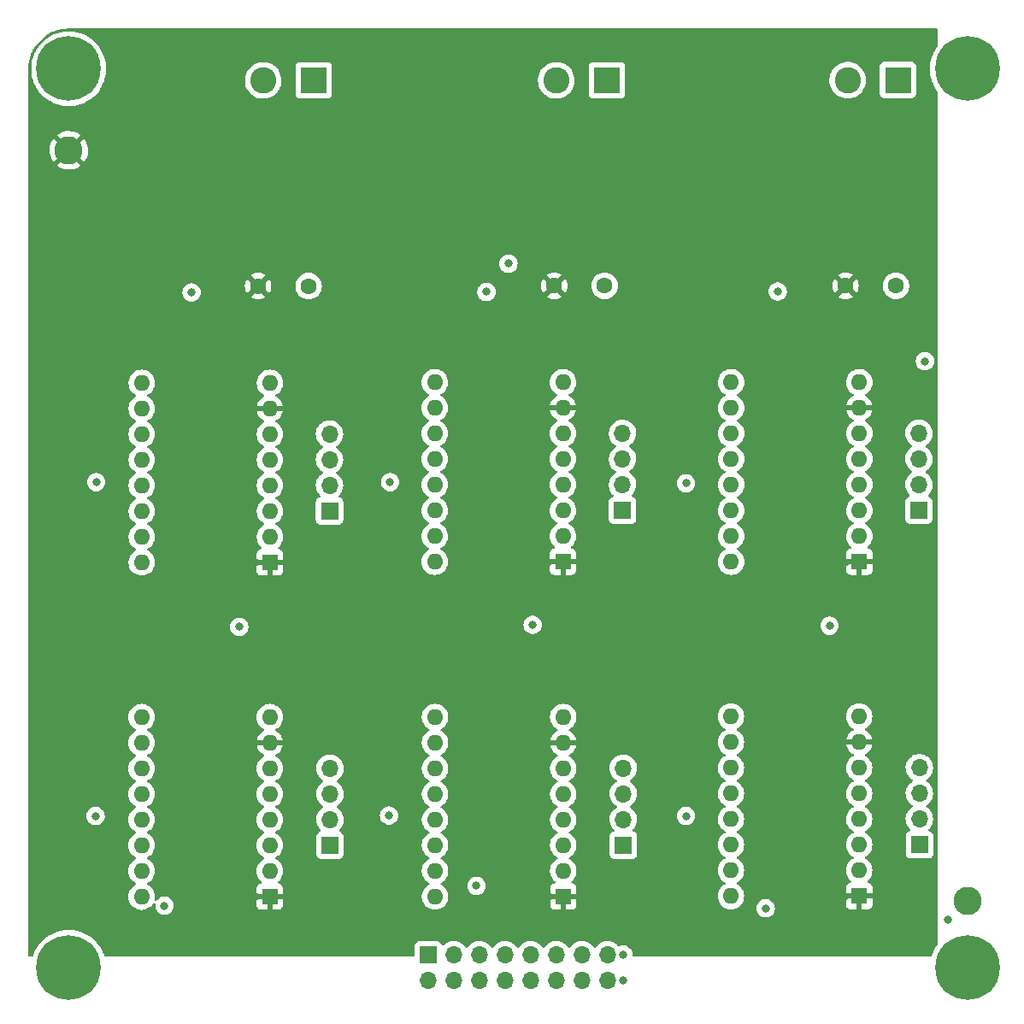
<source format=gbr>
%TF.GenerationSoftware,KiCad,Pcbnew,(6.0.2)*%
%TF.CreationDate,2022-02-23T19:09:50-05:00*%
%TF.ProjectId,SDP_motors,5344505f-6d6f-4746-9f72-732e6b696361,rev?*%
%TF.SameCoordinates,Original*%
%TF.FileFunction,Copper,L2,Inr*%
%TF.FilePolarity,Positive*%
%FSLAX46Y46*%
G04 Gerber Fmt 4.6, Leading zero omitted, Abs format (unit mm)*
G04 Created by KiCad (PCBNEW (6.0.2)) date 2022-02-23 19:09:50*
%MOMM*%
%LPD*%
G01*
G04 APERTURE LIST*
%TA.AperFunction,ComponentPad*%
%ADD10R,1.700000X1.700000*%
%TD*%
%TA.AperFunction,ComponentPad*%
%ADD11O,1.700000X1.700000*%
%TD*%
%TA.AperFunction,ComponentPad*%
%ADD12R,2.600000X2.600000*%
%TD*%
%TA.AperFunction,ComponentPad*%
%ADD13C,2.600000*%
%TD*%
%TA.AperFunction,ComponentPad*%
%ADD14C,2.800000*%
%TD*%
%TA.AperFunction,ComponentPad*%
%ADD15R,1.600000X1.600000*%
%TD*%
%TA.AperFunction,ComponentPad*%
%ADD16O,1.600000X1.600000*%
%TD*%
%TA.AperFunction,ComponentPad*%
%ADD17C,6.400000*%
%TD*%
%TA.AperFunction,ComponentPad*%
%ADD18C,1.600000*%
%TD*%
%TA.AperFunction,ViaPad*%
%ADD19C,0.800000*%
%TD*%
G04 APERTURE END LIST*
D10*
%TO.N,Net-(A5-Pad3)*%
%TO.C,J5*%
X145282600Y-95046800D03*
D11*
%TO.N,Net-(A5-Pad4)*%
X145282600Y-92506800D03*
%TO.N,Net-(A5-Pad5)*%
X145282600Y-89966800D03*
%TO.N,Net-(A5-Pad6)*%
X145282600Y-87426800D03*
%TD*%
D10*
%TO.N,Net-(A2-Pad3)*%
%TO.C,J2*%
X174635000Y-95036800D03*
D11*
%TO.N,Net-(A2-Pad4)*%
X174635000Y-92496800D03*
%TO.N,Net-(A2-Pad5)*%
X174635000Y-89956800D03*
%TO.N,Net-(A2-Pad6)*%
X174635000Y-87416800D03*
%TD*%
D12*
%TO.N,+12V*%
%TO.C,J9*%
X143724000Y-52443000D03*
D13*
%TO.N,Net-(D3-Pad2)*%
X138724000Y-52443000D03*
%TD*%
D14*
%TO.N,GND*%
%TO.C,TP1*%
X90424000Y-59385200D03*
%TD*%
D15*
%TO.N,GND*%
%TO.C,A1*%
X110353000Y-100187600D03*
D16*
%TO.N,+3V3*%
X110353000Y-97647600D03*
%TO.N,Net-(A1-Pad3)*%
X110353000Y-95107600D03*
%TO.N,Net-(A1-Pad4)*%
X110353000Y-92567600D03*
%TO.N,Net-(A1-Pad5)*%
X110353000Y-90027600D03*
%TO.N,Net-(A1-Pad6)*%
X110353000Y-87487600D03*
%TO.N,GND*%
X110353000Y-84947600D03*
%TO.N,+12V*%
X110353000Y-82407600D03*
%TO.N,P76_EN*%
X97653000Y-82407600D03*
%TO.N,Net-(A1-Pad10)*%
X97653000Y-84947600D03*
%TO.N,Net-(A1-Pad11)*%
X97653000Y-87487600D03*
%TO.N,Net-(A1-Pad12)*%
X97653000Y-90027600D03*
%TO.N,Net-(A1-Pad13)*%
X97653000Y-92567600D03*
X97653000Y-95107600D03*
%TO.N,P77_STEP*%
X97653000Y-97647600D03*
%TO.N,P78_DIR*%
X97653000Y-100187600D03*
%TD*%
D10*
%TO.N,Net-(A6-Pad3)*%
%TO.C,J6*%
X145364200Y-128209200D03*
D11*
%TO.N,Net-(A6-Pad4)*%
X145364200Y-125669200D03*
%TO.N,Net-(A6-Pad5)*%
X145364200Y-123129200D03*
%TO.N,Net-(A6-Pad6)*%
X145364200Y-120589200D03*
%TD*%
D17*
%TO.N,unconnected-(H3-Pad1)*%
%TO.C,H3*%
X90424000Y-140308000D03*
%TD*%
D15*
%TO.N,GND*%
%TO.C,A3*%
X110343000Y-133309200D03*
D16*
%TO.N,+3V3*%
X110343000Y-130769200D03*
%TO.N,Net-(A3-Pad3)*%
X110343000Y-128229200D03*
%TO.N,Net-(A3-Pad4)*%
X110343000Y-125689200D03*
%TO.N,Net-(A3-Pad5)*%
X110343000Y-123149200D03*
%TO.N,Net-(A3-Pad6)*%
X110343000Y-120609200D03*
%TO.N,GND*%
X110343000Y-118069200D03*
%TO.N,+12V*%
X110343000Y-115529200D03*
%TO.N,P76_EN*%
X97643000Y-115529200D03*
%TO.N,Net-(A3-Pad10)*%
X97643000Y-118069200D03*
%TO.N,Net-(A3-Pad11)*%
X97643000Y-120609200D03*
%TO.N,Net-(A3-Pad12)*%
X97643000Y-123149200D03*
%TO.N,Net-(A3-Pad13)*%
X97643000Y-125689200D03*
X97643000Y-128229200D03*
%TO.N,P77_STEP*%
X97643000Y-130769200D03*
%TO.N,P78_DIR*%
X97643000Y-133309200D03*
%TD*%
D10*
%TO.N,Net-(A4-Pad3)*%
%TO.C,J4*%
X174682150Y-128158400D03*
D11*
%TO.N,Net-(A4-Pad4)*%
X174682150Y-125618400D03*
%TO.N,Net-(A4-Pad5)*%
X174682150Y-123078400D03*
%TO.N,Net-(A4-Pad6)*%
X174682150Y-120538400D03*
%TD*%
D18*
%TO.N,+12V*%
%TO.C,C8*%
X114183800Y-72831800D03*
%TO.N,GND*%
X109183800Y-72831800D03*
%TD*%
D12*
%TO.N,+12V*%
%TO.C,J8*%
X114691800Y-52443000D03*
D13*
%TO.N,Net-(D2-Pad2)*%
X109691800Y-52443000D03*
%TD*%
D12*
%TO.N,+12V*%
%TO.C,J7*%
X172576250Y-52425600D03*
D13*
%TO.N,Net-(D1-Pad2)*%
X167576250Y-52425600D03*
%TD*%
D14*
%TO.N,GND*%
%TO.C,TP2*%
X179425600Y-133705600D03*
%TD*%
D15*
%TO.N,GND*%
%TO.C,A6*%
X139410600Y-133299200D03*
D16*
%TO.N,+3V3*%
X139410600Y-130759200D03*
%TO.N,Net-(A6-Pad3)*%
X139410600Y-128219200D03*
%TO.N,Net-(A6-Pad4)*%
X139410600Y-125679200D03*
%TO.N,Net-(A6-Pad5)*%
X139410600Y-123139200D03*
%TO.N,Net-(A6-Pad6)*%
X139410600Y-120599200D03*
%TO.N,GND*%
X139410600Y-118059200D03*
%TO.N,+12V*%
X139410600Y-115519200D03*
%TO.N,P79_EN*%
X126710600Y-115519200D03*
%TO.N,Net-(A6-Pad10)*%
X126710600Y-118059200D03*
%TO.N,Net-(A6-Pad11)*%
X126710600Y-120599200D03*
%TO.N,Net-(A6-Pad12)*%
X126710600Y-123139200D03*
%TO.N,Net-(A6-Pad13)*%
X126710600Y-125679200D03*
X126710600Y-128219200D03*
%TO.N,P80_STEP*%
X126710600Y-130759200D03*
%TO.N,P81_DIR*%
X126710600Y-133299200D03*
%TD*%
D15*
%TO.N,GND*%
%TO.C,A2*%
X168732200Y-100126800D03*
D16*
%TO.N,+3V3*%
X168732200Y-97586800D03*
%TO.N,Net-(A2-Pad3)*%
X168732200Y-95046800D03*
%TO.N,Net-(A2-Pad4)*%
X168732200Y-92506800D03*
%TO.N,Net-(A2-Pad5)*%
X168732200Y-89966800D03*
%TO.N,Net-(A2-Pad6)*%
X168732200Y-87426800D03*
%TO.N,GND*%
X168732200Y-84886800D03*
%TO.N,+12V*%
X168732200Y-82346800D03*
%TO.N,P82_EN*%
X156032200Y-82346800D03*
%TO.N,Net-(A2-Pad10)*%
X156032200Y-84886800D03*
%TO.N,Net-(A2-Pad11)*%
X156032200Y-87426800D03*
%TO.N,Net-(A2-Pad12)*%
X156032200Y-89966800D03*
%TO.N,Net-(A2-Pad13)*%
X156032200Y-92506800D03*
X156032200Y-95046800D03*
%TO.N,P83_STEP*%
X156032200Y-97586800D03*
%TO.N,P84_DIR*%
X156032200Y-100126800D03*
%TD*%
D10*
%TO.N,Net-(A1-Pad3)*%
%TO.C,J1*%
X116255800Y-95097600D03*
D11*
%TO.N,Net-(A1-Pad4)*%
X116255800Y-92557600D03*
%TO.N,Net-(A1-Pad5)*%
X116255800Y-90017600D03*
%TO.N,Net-(A1-Pad6)*%
X116255800Y-87477600D03*
%TD*%
D10*
%TO.N,Net-(A3-Pad3)*%
%TO.C,J3*%
X116296600Y-128219200D03*
D11*
%TO.N,Net-(A3-Pad4)*%
X116296600Y-125679200D03*
%TO.N,Net-(A3-Pad5)*%
X116296600Y-123139200D03*
%TO.N,Net-(A3-Pad6)*%
X116296600Y-120599200D03*
%TD*%
D17*
%TO.N,unconnected-(H2-Pad1)*%
%TO.C,H2*%
X90424000Y-51308000D03*
%TD*%
D10*
%TO.N,+3V3*%
%TO.C,J10*%
X126024400Y-139070400D03*
D11*
X126024400Y-141610400D03*
%TO.N,P72_FAN*%
X128564400Y-139070400D03*
%TO.N,P76_EN*%
X128564400Y-141610400D03*
%TO.N,P77_STEP*%
X131104400Y-139070400D03*
%TO.N,P78_DIR*%
X131104400Y-141610400D03*
%TO.N,P79_EN*%
X133644400Y-139070400D03*
%TO.N,P80_STEP*%
X133644400Y-141610400D03*
%TO.N,P81_DIR*%
X136184400Y-139070400D03*
%TO.N,P82_EN*%
X136184400Y-141610400D03*
%TO.N,P83_STEP*%
X138724400Y-139070400D03*
%TO.N,P84_DIR*%
X138724400Y-141610400D03*
%TO.N,P87_MTR1*%
X141264400Y-139070400D03*
%TO.N,P88_MTR2*%
X141264400Y-141610400D03*
%TO.N,+12V*%
X143804400Y-139070400D03*
%TO.N,GND*%
X143804400Y-141610400D03*
%TD*%
D17*
%TO.N,unconnected-(H1-Pad1)*%
%TO.C,H1*%
X179424000Y-51308000D03*
%TD*%
%TO.N,unconnected-(H4-Pad1)*%
%TO.C,H4*%
X179424000Y-140308000D03*
%TD*%
D18*
%TO.N,+12V*%
%TO.C,C7*%
X172366150Y-72796400D03*
%TO.N,GND*%
X167366150Y-72796400D03*
%TD*%
D15*
%TO.N,GND*%
%TO.C,A5*%
X139379800Y-100126800D03*
D16*
%TO.N,+3V3*%
X139379800Y-97586800D03*
%TO.N,Net-(A5-Pad3)*%
X139379800Y-95046800D03*
%TO.N,Net-(A5-Pad4)*%
X139379800Y-92506800D03*
%TO.N,Net-(A5-Pad5)*%
X139379800Y-89966800D03*
%TO.N,Net-(A5-Pad6)*%
X139379800Y-87426800D03*
%TO.N,GND*%
X139379800Y-84886800D03*
%TO.N,+12V*%
X139379800Y-82346800D03*
%TO.N,P79_EN*%
X126679800Y-82346800D03*
%TO.N,Net-(A5-Pad10)*%
X126679800Y-84886800D03*
%TO.N,Net-(A5-Pad11)*%
X126679800Y-87426800D03*
%TO.N,Net-(A5-Pad12)*%
X126679800Y-89966800D03*
%TO.N,Net-(A5-Pad13)*%
X126679800Y-92506800D03*
X126679800Y-95046800D03*
%TO.N,P80_STEP*%
X126679800Y-97586800D03*
%TO.N,P81_DIR*%
X126679800Y-100126800D03*
%TD*%
D15*
%TO.N,GND*%
%TO.C,A4*%
X168722200Y-133248400D03*
D16*
%TO.N,+3V3*%
X168722200Y-130708400D03*
%TO.N,Net-(A4-Pad3)*%
X168722200Y-128168400D03*
%TO.N,Net-(A4-Pad4)*%
X168722200Y-125628400D03*
%TO.N,Net-(A4-Pad5)*%
X168722200Y-123088400D03*
%TO.N,Net-(A4-Pad6)*%
X168722200Y-120548400D03*
%TO.N,GND*%
X168722200Y-118008400D03*
%TO.N,+12V*%
X168722200Y-115468400D03*
%TO.N,P82_EN*%
X156022200Y-115468400D03*
%TO.N,Net-(A4-Pad10)*%
X156022200Y-118008400D03*
%TO.N,Net-(A4-Pad11)*%
X156022200Y-120548400D03*
%TO.N,Net-(A4-Pad12)*%
X156022200Y-123088400D03*
%TO.N,Net-(A4-Pad13)*%
X156022200Y-125628400D03*
X156022200Y-128168400D03*
%TO.N,P83_STEP*%
X156022200Y-130708400D03*
%TO.N,P84_DIR*%
X156022200Y-133248400D03*
%TD*%
D18*
%TO.N,+12V*%
%TO.C,C9*%
X143505400Y-72796400D03*
%TO.N,GND*%
X138505400Y-72796400D03*
%TD*%
D19*
%TO.N,GND*%
X102606000Y-68361400D03*
X154152600Y-73406000D03*
X91668600Y-130759200D03*
X91643200Y-133350000D03*
X150088600Y-97586800D03*
X137896600Y-100177600D03*
X177495200Y-135636000D03*
X91668600Y-97688400D03*
X120726200Y-130759200D03*
X145338800Y-141630400D03*
X150139400Y-81788000D03*
X150103900Y-130708400D03*
X107965000Y-71613000D03*
X150088600Y-114909600D03*
X125145800Y-73406000D03*
X150103900Y-133248400D03*
X91668600Y-115062000D03*
X167259000Y-133299200D03*
X120726200Y-133248400D03*
X129717800Y-106375200D03*
X100711000Y-106578400D03*
X91668600Y-81838800D03*
X108889800Y-100177600D03*
X108889800Y-133299200D03*
X91668600Y-100177600D03*
X120726200Y-97586800D03*
X166067975Y-71498225D03*
X92456000Y-57404000D03*
X120726200Y-100177600D03*
X137998200Y-133350000D03*
X159181800Y-106527600D03*
X131597400Y-68376800D03*
X120726200Y-81838800D03*
X96037400Y-73456800D03*
X167309800Y-100177600D03*
X150088600Y-100126800D03*
X137261200Y-71552200D03*
X160451800Y-68478400D03*
%TO.N,+3V3*%
X151561800Y-92354400D03*
X151561800Y-125323600D03*
X93091000Y-125323600D03*
X122250200Y-92252800D03*
X93141800Y-92252800D03*
X122148600Y-125272800D03*
%TO.N,+12V*%
X165785800Y-106476800D03*
X160655000Y-73355200D03*
X131800600Y-73406000D03*
X102590600Y-73456800D03*
X136372600Y-106375200D03*
X145338800Y-139039600D03*
X107315000Y-106578400D03*
%TO.N,P78_DIR*%
X99898200Y-134213600D03*
%TO.N,P84_DIR*%
X159461200Y-134467600D03*
%TO.N,P81_DIR*%
X130810000Y-132232400D03*
%TO.N,P88_MTR2*%
X175232450Y-80265600D03*
X133985000Y-70612000D03*
%TD*%
%TA.AperFunction,Conductor*%
%TO.N,GND*%
G36*
X176472121Y-47336002D02*
G01*
X176518614Y-47389658D01*
X176530000Y-47442000D01*
X176530000Y-48944309D01*
X176509998Y-49012430D01*
X176501921Y-49023602D01*
X176419643Y-49125207D01*
X176207938Y-49451206D01*
X176206443Y-49454140D01*
X176206439Y-49454147D01*
X176165784Y-49533937D01*
X176031468Y-49797547D01*
X175892167Y-50160438D01*
X175791562Y-50535901D01*
X175770264Y-50670368D01*
X175734481Y-50896295D01*
X175730754Y-50919824D01*
X175710411Y-51308000D01*
X175730754Y-51696176D01*
X175731267Y-51699416D01*
X175731268Y-51699424D01*
X175755858Y-51854677D01*
X175791562Y-52080099D01*
X175892167Y-52455562D01*
X175893352Y-52458650D01*
X175893353Y-52458652D01*
X175923779Y-52537915D01*
X176031468Y-52818453D01*
X176032966Y-52821393D01*
X176158386Y-53067542D01*
X176207938Y-53164794D01*
X176209734Y-53167560D01*
X176209736Y-53167563D01*
X176360702Y-53400031D01*
X176419643Y-53490793D01*
X176451802Y-53530506D01*
X176501920Y-53592396D01*
X176529246Y-53657924D01*
X176530000Y-53671691D01*
X176530000Y-137944309D01*
X176509998Y-138012430D01*
X176501921Y-138023602D01*
X176419643Y-138125207D01*
X176417848Y-138127970D01*
X176417848Y-138127971D01*
X176231437Y-138415021D01*
X176207938Y-138451206D01*
X176206443Y-138454140D01*
X176206439Y-138454147D01*
X176178809Y-138508374D01*
X176031468Y-138797547D01*
X175892167Y-139160438D01*
X175890981Y-139159983D01*
X175853778Y-139214362D01*
X175788374Y-139241982D01*
X175774043Y-139242800D01*
X146370884Y-139242800D01*
X146302763Y-139222798D01*
X146256270Y-139169142D01*
X146245574Y-139103629D01*
X146251614Y-139046164D01*
X146252304Y-139039600D01*
X146232342Y-138849672D01*
X146173327Y-138668044D01*
X146077840Y-138502656D01*
X146034163Y-138454147D01*
X145954475Y-138365645D01*
X145954474Y-138365644D01*
X145950053Y-138360734D01*
X145795552Y-138248482D01*
X145789524Y-138245798D01*
X145789522Y-138245797D01*
X145627119Y-138173491D01*
X145627118Y-138173491D01*
X145621088Y-138170806D01*
X145527688Y-138150953D01*
X145440744Y-138132472D01*
X145440739Y-138132472D01*
X145434287Y-138131100D01*
X145243313Y-138131100D01*
X145236861Y-138132472D01*
X145236856Y-138132472D01*
X145149912Y-138150953D01*
X145056512Y-138170806D01*
X145050485Y-138173489D01*
X145050477Y-138173492D01*
X144973254Y-138207875D01*
X144902887Y-138217310D01*
X144838589Y-138187204D01*
X144828810Y-138177569D01*
X144786527Y-138131100D01*
X144734070Y-138073451D01*
X144730019Y-138070252D01*
X144730015Y-138070248D01*
X144562814Y-137938200D01*
X144562810Y-137938198D01*
X144558759Y-137934998D01*
X144363189Y-137827038D01*
X144358320Y-137825314D01*
X144358316Y-137825312D01*
X144157487Y-137754195D01*
X144157483Y-137754194D01*
X144152612Y-137752469D01*
X144147519Y-137751562D01*
X144147516Y-137751561D01*
X143937773Y-137714200D01*
X143937767Y-137714199D01*
X143932684Y-137713294D01*
X143858852Y-137712392D01*
X143714481Y-137710628D01*
X143714479Y-137710628D01*
X143709311Y-137710565D01*
X143488491Y-137744355D01*
X143276156Y-137813757D01*
X143078007Y-137916907D01*
X143073874Y-137920010D01*
X143073871Y-137920012D01*
X142903500Y-138047930D01*
X142899365Y-138051035D01*
X142895793Y-138054773D01*
X142788129Y-138167437D01*
X142745029Y-138212538D01*
X142637601Y-138370021D01*
X142582693Y-138415021D01*
X142512168Y-138423192D01*
X142448421Y-138391938D01*
X142427724Y-138367454D01*
X142347222Y-138243017D01*
X142347220Y-138243014D01*
X142344414Y-138238677D01*
X142194070Y-138073451D01*
X142190019Y-138070252D01*
X142190015Y-138070248D01*
X142022814Y-137938200D01*
X142022810Y-137938198D01*
X142018759Y-137934998D01*
X141823189Y-137827038D01*
X141818320Y-137825314D01*
X141818316Y-137825312D01*
X141617487Y-137754195D01*
X141617483Y-137754194D01*
X141612612Y-137752469D01*
X141607519Y-137751562D01*
X141607516Y-137751561D01*
X141397773Y-137714200D01*
X141397767Y-137714199D01*
X141392684Y-137713294D01*
X141318852Y-137712392D01*
X141174481Y-137710628D01*
X141174479Y-137710628D01*
X141169311Y-137710565D01*
X140948491Y-137744355D01*
X140736156Y-137813757D01*
X140538007Y-137916907D01*
X140533874Y-137920010D01*
X140533871Y-137920012D01*
X140363500Y-138047930D01*
X140359365Y-138051035D01*
X140355793Y-138054773D01*
X140248129Y-138167437D01*
X140205029Y-138212538D01*
X140097601Y-138370021D01*
X140042693Y-138415021D01*
X139972168Y-138423192D01*
X139908421Y-138391938D01*
X139887724Y-138367454D01*
X139807222Y-138243017D01*
X139807220Y-138243014D01*
X139804414Y-138238677D01*
X139654070Y-138073451D01*
X139650019Y-138070252D01*
X139650015Y-138070248D01*
X139482814Y-137938200D01*
X139482810Y-137938198D01*
X139478759Y-137934998D01*
X139283189Y-137827038D01*
X139278320Y-137825314D01*
X139278316Y-137825312D01*
X139077487Y-137754195D01*
X139077483Y-137754194D01*
X139072612Y-137752469D01*
X139067519Y-137751562D01*
X139067516Y-137751561D01*
X138857773Y-137714200D01*
X138857767Y-137714199D01*
X138852684Y-137713294D01*
X138778852Y-137712392D01*
X138634481Y-137710628D01*
X138634479Y-137710628D01*
X138629311Y-137710565D01*
X138408491Y-137744355D01*
X138196156Y-137813757D01*
X137998007Y-137916907D01*
X137993874Y-137920010D01*
X137993871Y-137920012D01*
X137823500Y-138047930D01*
X137819365Y-138051035D01*
X137815793Y-138054773D01*
X137708129Y-138167437D01*
X137665029Y-138212538D01*
X137557601Y-138370021D01*
X137502693Y-138415021D01*
X137432168Y-138423192D01*
X137368421Y-138391938D01*
X137347724Y-138367454D01*
X137267222Y-138243017D01*
X137267220Y-138243014D01*
X137264414Y-138238677D01*
X137114070Y-138073451D01*
X137110019Y-138070252D01*
X137110015Y-138070248D01*
X136942814Y-137938200D01*
X136942810Y-137938198D01*
X136938759Y-137934998D01*
X136743189Y-137827038D01*
X136738320Y-137825314D01*
X136738316Y-137825312D01*
X136537487Y-137754195D01*
X136537483Y-137754194D01*
X136532612Y-137752469D01*
X136527519Y-137751562D01*
X136527516Y-137751561D01*
X136317773Y-137714200D01*
X136317767Y-137714199D01*
X136312684Y-137713294D01*
X136238852Y-137712392D01*
X136094481Y-137710628D01*
X136094479Y-137710628D01*
X136089311Y-137710565D01*
X135868491Y-137744355D01*
X135656156Y-137813757D01*
X135458007Y-137916907D01*
X135453874Y-137920010D01*
X135453871Y-137920012D01*
X135283500Y-138047930D01*
X135279365Y-138051035D01*
X135275793Y-138054773D01*
X135168129Y-138167437D01*
X135125029Y-138212538D01*
X135017601Y-138370021D01*
X134962693Y-138415021D01*
X134892168Y-138423192D01*
X134828421Y-138391938D01*
X134807724Y-138367454D01*
X134727222Y-138243017D01*
X134727220Y-138243014D01*
X134724414Y-138238677D01*
X134574070Y-138073451D01*
X134570019Y-138070252D01*
X134570015Y-138070248D01*
X134402814Y-137938200D01*
X134402810Y-137938198D01*
X134398759Y-137934998D01*
X134203189Y-137827038D01*
X134198320Y-137825314D01*
X134198316Y-137825312D01*
X133997487Y-137754195D01*
X133997483Y-137754194D01*
X133992612Y-137752469D01*
X133987519Y-137751562D01*
X133987516Y-137751561D01*
X133777773Y-137714200D01*
X133777767Y-137714199D01*
X133772684Y-137713294D01*
X133698852Y-137712392D01*
X133554481Y-137710628D01*
X133554479Y-137710628D01*
X133549311Y-137710565D01*
X133328491Y-137744355D01*
X133116156Y-137813757D01*
X132918007Y-137916907D01*
X132913874Y-137920010D01*
X132913871Y-137920012D01*
X132743500Y-138047930D01*
X132739365Y-138051035D01*
X132735793Y-138054773D01*
X132628129Y-138167437D01*
X132585029Y-138212538D01*
X132477601Y-138370021D01*
X132422693Y-138415021D01*
X132352168Y-138423192D01*
X132288421Y-138391938D01*
X132267724Y-138367454D01*
X132187222Y-138243017D01*
X132187220Y-138243014D01*
X132184414Y-138238677D01*
X132034070Y-138073451D01*
X132030019Y-138070252D01*
X132030015Y-138070248D01*
X131862814Y-137938200D01*
X131862810Y-137938198D01*
X131858759Y-137934998D01*
X131663189Y-137827038D01*
X131658320Y-137825314D01*
X131658316Y-137825312D01*
X131457487Y-137754195D01*
X131457483Y-137754194D01*
X131452612Y-137752469D01*
X131447519Y-137751562D01*
X131447516Y-137751561D01*
X131237773Y-137714200D01*
X131237767Y-137714199D01*
X131232684Y-137713294D01*
X131158852Y-137712392D01*
X131014481Y-137710628D01*
X131014479Y-137710628D01*
X131009311Y-137710565D01*
X130788491Y-137744355D01*
X130576156Y-137813757D01*
X130378007Y-137916907D01*
X130373874Y-137920010D01*
X130373871Y-137920012D01*
X130203500Y-138047930D01*
X130199365Y-138051035D01*
X130195793Y-138054773D01*
X130088129Y-138167437D01*
X130045029Y-138212538D01*
X129937601Y-138370021D01*
X129882693Y-138415021D01*
X129812168Y-138423192D01*
X129748421Y-138391938D01*
X129727724Y-138367454D01*
X129647222Y-138243017D01*
X129647220Y-138243014D01*
X129644414Y-138238677D01*
X129494070Y-138073451D01*
X129490019Y-138070252D01*
X129490015Y-138070248D01*
X129322814Y-137938200D01*
X129322810Y-137938198D01*
X129318759Y-137934998D01*
X129123189Y-137827038D01*
X129118320Y-137825314D01*
X129118316Y-137825312D01*
X128917487Y-137754195D01*
X128917483Y-137754194D01*
X128912612Y-137752469D01*
X128907519Y-137751562D01*
X128907516Y-137751561D01*
X128697773Y-137714200D01*
X128697767Y-137714199D01*
X128692684Y-137713294D01*
X128618852Y-137712392D01*
X128474481Y-137710628D01*
X128474479Y-137710628D01*
X128469311Y-137710565D01*
X128248491Y-137744355D01*
X128036156Y-137813757D01*
X127838007Y-137916907D01*
X127833874Y-137920010D01*
X127833871Y-137920012D01*
X127663500Y-138047930D01*
X127659365Y-138051035D01*
X127602937Y-138110084D01*
X127578683Y-138135464D01*
X127517159Y-138170894D01*
X127446246Y-138167437D01*
X127388460Y-138126191D01*
X127369607Y-138092643D01*
X127328167Y-137982103D01*
X127325015Y-137973695D01*
X127237661Y-137857139D01*
X127121105Y-137769785D01*
X126984716Y-137718655D01*
X126922534Y-137711900D01*
X125126266Y-137711900D01*
X125064084Y-137718655D01*
X124927695Y-137769785D01*
X124811139Y-137857139D01*
X124723785Y-137973695D01*
X124672655Y-138110084D01*
X124665900Y-138172266D01*
X124665900Y-139116800D01*
X124645898Y-139184921D01*
X124592242Y-139231414D01*
X124539900Y-139242800D01*
X94073957Y-139242800D01*
X94005836Y-139222798D01*
X93959343Y-139169142D01*
X93955938Y-139160398D01*
X93955833Y-139160438D01*
X93911967Y-139046164D01*
X93816532Y-138797547D01*
X93669191Y-138508374D01*
X93641561Y-138454147D01*
X93641557Y-138454140D01*
X93640062Y-138451206D01*
X93616564Y-138415021D01*
X93430152Y-138127971D01*
X93430152Y-138127970D01*
X93428357Y-138125207D01*
X93211279Y-137857139D01*
X93185809Y-137825686D01*
X93185806Y-137825682D01*
X93183734Y-137823124D01*
X92908876Y-137548266D01*
X92606793Y-137303643D01*
X92280795Y-137091938D01*
X92277861Y-137090443D01*
X92277854Y-137090439D01*
X91937393Y-136916966D01*
X91934453Y-136915468D01*
X91571562Y-136776167D01*
X91196099Y-136675562D01*
X90992207Y-136643268D01*
X90815424Y-136615268D01*
X90815416Y-136615267D01*
X90812176Y-136614754D01*
X90424000Y-136594411D01*
X90035824Y-136614754D01*
X90032584Y-136615267D01*
X90032576Y-136615268D01*
X89855793Y-136643268D01*
X89651901Y-136675562D01*
X89276438Y-136776167D01*
X88913547Y-136915468D01*
X88910607Y-136916966D01*
X88570147Y-137090439D01*
X88570140Y-137090443D01*
X88567206Y-137091938D01*
X88241207Y-137303643D01*
X87939124Y-137548266D01*
X87664266Y-137823124D01*
X87662194Y-137825682D01*
X87662191Y-137825686D01*
X87636721Y-137857139D01*
X87419643Y-138125207D01*
X87417848Y-138127970D01*
X87417848Y-138127971D01*
X87231437Y-138415021D01*
X87207938Y-138451206D01*
X87206443Y-138454140D01*
X87206439Y-138454147D01*
X87178809Y-138508374D01*
X87031468Y-138797547D01*
X86892167Y-139160438D01*
X86890981Y-139159983D01*
X86853778Y-139214362D01*
X86788374Y-139241982D01*
X86774043Y-139242800D01*
X86558000Y-139242800D01*
X86489879Y-139222798D01*
X86443386Y-139169142D01*
X86432000Y-139116800D01*
X86432000Y-133309200D01*
X96329502Y-133309200D01*
X96349457Y-133537287D01*
X96350881Y-133542600D01*
X96350881Y-133542602D01*
X96404614Y-133743133D01*
X96408716Y-133758443D01*
X96411039Y-133763424D01*
X96411039Y-133763425D01*
X96503151Y-133960962D01*
X96503154Y-133960967D01*
X96505477Y-133965949D01*
X96578902Y-134070811D01*
X96632529Y-134147397D01*
X96636802Y-134153500D01*
X96798700Y-134315398D01*
X96803208Y-134318555D01*
X96803211Y-134318557D01*
X96844195Y-134347254D01*
X96986251Y-134446723D01*
X96991233Y-134449046D01*
X96991238Y-134449049D01*
X97175363Y-134534907D01*
X97193757Y-134543484D01*
X97199065Y-134544906D01*
X97199067Y-134544907D01*
X97409598Y-134601319D01*
X97409600Y-134601319D01*
X97414913Y-134602743D01*
X97643000Y-134622698D01*
X97871087Y-134602743D01*
X97876400Y-134601319D01*
X97876402Y-134601319D01*
X98086933Y-134544907D01*
X98086935Y-134544906D01*
X98092243Y-134543484D01*
X98110637Y-134534907D01*
X98294762Y-134449049D01*
X98294767Y-134449046D01*
X98299749Y-134446723D01*
X98441805Y-134347254D01*
X98482789Y-134318557D01*
X98482792Y-134318555D01*
X98487300Y-134315398D01*
X98649198Y-134153500D01*
X98653472Y-134147397D01*
X98771932Y-133978218D01*
X98827389Y-133933890D01*
X98898008Y-133926581D01*
X98961369Y-133958612D01*
X98997354Y-134019813D01*
X99000455Y-134063659D01*
X98990603Y-134157397D01*
X98984696Y-134213600D01*
X98985386Y-134220165D01*
X99002808Y-134385923D01*
X99004658Y-134403528D01*
X99063673Y-134585156D01*
X99066976Y-134590878D01*
X99066977Y-134590879D01*
X99081208Y-134615528D01*
X99159160Y-134750544D01*
X99163578Y-134755451D01*
X99163579Y-134755452D01*
X99282525Y-134887555D01*
X99286947Y-134892466D01*
X99441448Y-135004718D01*
X99447476Y-135007402D01*
X99447478Y-135007403D01*
X99609881Y-135079709D01*
X99615912Y-135082394D01*
X99709312Y-135102247D01*
X99796256Y-135120728D01*
X99796261Y-135120728D01*
X99802713Y-135122100D01*
X99993687Y-135122100D01*
X100000139Y-135120728D01*
X100000144Y-135120728D01*
X100087088Y-135102247D01*
X100180488Y-135082394D01*
X100186519Y-135079709D01*
X100348922Y-135007403D01*
X100348924Y-135007402D01*
X100354952Y-135004718D01*
X100509453Y-134892466D01*
X100513875Y-134887555D01*
X100632821Y-134755452D01*
X100632822Y-134755451D01*
X100637240Y-134750544D01*
X100715192Y-134615528D01*
X100729423Y-134590879D01*
X100729424Y-134590878D01*
X100732727Y-134585156D01*
X100791742Y-134403528D01*
X100793593Y-134385923D01*
X100811014Y-134220165D01*
X100811704Y-134213600D01*
X100805426Y-134153869D01*
X109035001Y-134153869D01*
X109035371Y-134160690D01*
X109040895Y-134211552D01*
X109044521Y-134226804D01*
X109089676Y-134347254D01*
X109098214Y-134362849D01*
X109174715Y-134464924D01*
X109187276Y-134477485D01*
X109289351Y-134553986D01*
X109304946Y-134562524D01*
X109425394Y-134607678D01*
X109440649Y-134611305D01*
X109491514Y-134616831D01*
X109498328Y-134617200D01*
X110070885Y-134617200D01*
X110086124Y-134612725D01*
X110087329Y-134611335D01*
X110089000Y-134603652D01*
X110089000Y-134599084D01*
X110597000Y-134599084D01*
X110601475Y-134614323D01*
X110602865Y-134615528D01*
X110610548Y-134617199D01*
X111187669Y-134617199D01*
X111194490Y-134616829D01*
X111245352Y-134611305D01*
X111260604Y-134607679D01*
X111381054Y-134562524D01*
X111396649Y-134553986D01*
X111498724Y-134477485D01*
X111511285Y-134464924D01*
X111587786Y-134362849D01*
X111596324Y-134347254D01*
X111641478Y-134226806D01*
X111645105Y-134211551D01*
X111650631Y-134160686D01*
X111651000Y-134153872D01*
X111651000Y-133581315D01*
X111646525Y-133566076D01*
X111645135Y-133564871D01*
X111637452Y-133563200D01*
X110615115Y-133563200D01*
X110599876Y-133567675D01*
X110598671Y-133569065D01*
X110597000Y-133576748D01*
X110597000Y-134599084D01*
X110089000Y-134599084D01*
X110089000Y-133581315D01*
X110084525Y-133566076D01*
X110083135Y-133564871D01*
X110075452Y-133563200D01*
X109053116Y-133563200D01*
X109037877Y-133567675D01*
X109036672Y-133569065D01*
X109035001Y-133576748D01*
X109035001Y-134153869D01*
X100805426Y-134153869D01*
X100805387Y-134153500D01*
X100792432Y-134030235D01*
X100792432Y-134030233D01*
X100791742Y-134023672D01*
X100732727Y-133842044D01*
X100637240Y-133676656D01*
X100537674Y-133566076D01*
X100513875Y-133539645D01*
X100513874Y-133539644D01*
X100509453Y-133534734D01*
X100354952Y-133422482D01*
X100348924Y-133419798D01*
X100348922Y-133419797D01*
X100186519Y-133347491D01*
X100186518Y-133347491D01*
X100180488Y-133344806D01*
X100087087Y-133324953D01*
X100000144Y-133306472D01*
X100000139Y-133306472D01*
X99993687Y-133305100D01*
X99802713Y-133305100D01*
X99796261Y-133306472D01*
X99796256Y-133306472D01*
X99709313Y-133324953D01*
X99615912Y-133344806D01*
X99609882Y-133347491D01*
X99609881Y-133347491D01*
X99447478Y-133419797D01*
X99447476Y-133419798D01*
X99441448Y-133422482D01*
X99286947Y-133534734D01*
X99282526Y-133539644D01*
X99282525Y-133539645D01*
X99258727Y-133566076D01*
X99159160Y-133676656D01*
X99155859Y-133682374D01*
X99152599Y-133688020D01*
X99101217Y-133737013D01*
X99031503Y-133750449D01*
X98965592Y-133724063D01*
X98924410Y-133666231D01*
X98921773Y-133592409D01*
X98935119Y-133542602D01*
X98935119Y-133542600D01*
X98936543Y-133537287D01*
X98956498Y-133309200D01*
X98955623Y-133299200D01*
X125397102Y-133299200D01*
X125417057Y-133527287D01*
X125418481Y-133532600D01*
X125418481Y-133532602D01*
X125460126Y-133688020D01*
X125476316Y-133748443D01*
X125478639Y-133753424D01*
X125478639Y-133753425D01*
X125570751Y-133950962D01*
X125570754Y-133950967D01*
X125573077Y-133955949D01*
X125617795Y-134019813D01*
X125675574Y-134102329D01*
X125704402Y-134143500D01*
X125866300Y-134305398D01*
X125870808Y-134308555D01*
X125870811Y-134308557D01*
X125880581Y-134315398D01*
X126053851Y-134436723D01*
X126058833Y-134439046D01*
X126058838Y-134439049D01*
X126256375Y-134531161D01*
X126261357Y-134533484D01*
X126266665Y-134534906D01*
X126266667Y-134534907D01*
X126477198Y-134591319D01*
X126477200Y-134591319D01*
X126482513Y-134592743D01*
X126710600Y-134612698D01*
X126938687Y-134592743D01*
X126944000Y-134591319D01*
X126944002Y-134591319D01*
X127154533Y-134534907D01*
X127154535Y-134534906D01*
X127159843Y-134533484D01*
X127164825Y-134531161D01*
X127362362Y-134439049D01*
X127362367Y-134439046D01*
X127367349Y-134436723D01*
X127540619Y-134315398D01*
X127550389Y-134308557D01*
X127550392Y-134308555D01*
X127554900Y-134305398D01*
X127716429Y-134143869D01*
X138102601Y-134143869D01*
X138102971Y-134150690D01*
X138108495Y-134201552D01*
X138112121Y-134216804D01*
X138157276Y-134337254D01*
X138165814Y-134352849D01*
X138242315Y-134454924D01*
X138254876Y-134467485D01*
X138356951Y-134543986D01*
X138372546Y-134552524D01*
X138492994Y-134597678D01*
X138508249Y-134601305D01*
X138559114Y-134606831D01*
X138565928Y-134607200D01*
X139138485Y-134607200D01*
X139153724Y-134602725D01*
X139154929Y-134601335D01*
X139156600Y-134593652D01*
X139156600Y-134589084D01*
X139664600Y-134589084D01*
X139669075Y-134604323D01*
X139670465Y-134605528D01*
X139678148Y-134607199D01*
X140255269Y-134607199D01*
X140262090Y-134606829D01*
X140312952Y-134601305D01*
X140328204Y-134597679D01*
X140448654Y-134552524D01*
X140464249Y-134543986D01*
X140566324Y-134467485D01*
X140578885Y-134454924D01*
X140655386Y-134352849D01*
X140663924Y-134337254D01*
X140709078Y-134216806D01*
X140712705Y-134201551D01*
X140718231Y-134150686D01*
X140718600Y-134143872D01*
X140718600Y-133571315D01*
X140714125Y-133556076D01*
X140712735Y-133554871D01*
X140705052Y-133553200D01*
X139682715Y-133553200D01*
X139667476Y-133557675D01*
X139666271Y-133559065D01*
X139664600Y-133566748D01*
X139664600Y-134589084D01*
X139156600Y-134589084D01*
X139156600Y-133571315D01*
X139152125Y-133556076D01*
X139150735Y-133554871D01*
X139143052Y-133553200D01*
X138120716Y-133553200D01*
X138105477Y-133557675D01*
X138104272Y-133559065D01*
X138102601Y-133566748D01*
X138102601Y-134143869D01*
X127716429Y-134143869D01*
X127716798Y-134143500D01*
X127745627Y-134102329D01*
X127803405Y-134019813D01*
X127848123Y-133955949D01*
X127850446Y-133950967D01*
X127850449Y-133950962D01*
X127942561Y-133753425D01*
X127942561Y-133753424D01*
X127944884Y-133748443D01*
X127961075Y-133688020D01*
X128002719Y-133532602D01*
X128002719Y-133532600D01*
X128004143Y-133527287D01*
X128024098Y-133299200D01*
X128019654Y-133248400D01*
X154708702Y-133248400D01*
X154728657Y-133476487D01*
X154730081Y-133481800D01*
X154730081Y-133481802D01*
X154785338Y-133688020D01*
X154787916Y-133697643D01*
X154790239Y-133702624D01*
X154790239Y-133702625D01*
X154882351Y-133900162D01*
X154882354Y-133900167D01*
X154884677Y-133905149D01*
X155016002Y-134092700D01*
X155177900Y-134254598D01*
X155182408Y-134257755D01*
X155182411Y-134257757D01*
X155201887Y-134271394D01*
X155365451Y-134385923D01*
X155370433Y-134388246D01*
X155370438Y-134388249D01*
X155567975Y-134480361D01*
X155572957Y-134482684D01*
X155578265Y-134484106D01*
X155578267Y-134484107D01*
X155788798Y-134540519D01*
X155788800Y-134540519D01*
X155794113Y-134541943D01*
X156022200Y-134561898D01*
X156250287Y-134541943D01*
X156255600Y-134540519D01*
X156255602Y-134540519D01*
X156466133Y-134484107D01*
X156466135Y-134484106D01*
X156471443Y-134482684D01*
X156476425Y-134480361D01*
X156503791Y-134467600D01*
X158547696Y-134467600D01*
X158548386Y-134474165D01*
X158563381Y-134616831D01*
X158567658Y-134657528D01*
X158626673Y-134839156D01*
X158722160Y-135004544D01*
X158849947Y-135146466D01*
X159004448Y-135258718D01*
X159010476Y-135261402D01*
X159010478Y-135261403D01*
X159172881Y-135333709D01*
X159178912Y-135336394D01*
X159272313Y-135356247D01*
X159359256Y-135374728D01*
X159359261Y-135374728D01*
X159365713Y-135376100D01*
X159556687Y-135376100D01*
X159563139Y-135374728D01*
X159563144Y-135374728D01*
X159650087Y-135356247D01*
X159743488Y-135336394D01*
X159749519Y-135333709D01*
X159911922Y-135261403D01*
X159911924Y-135261402D01*
X159917952Y-135258718D01*
X160072453Y-135146466D01*
X160200240Y-135004544D01*
X160295727Y-134839156D01*
X160354742Y-134657528D01*
X160359020Y-134616831D01*
X160374014Y-134474165D01*
X160374704Y-134467600D01*
X160368630Y-134409806D01*
X160355432Y-134284235D01*
X160355432Y-134284233D01*
X160354742Y-134277672D01*
X160295727Y-134096044D01*
X160294009Y-134093069D01*
X167414201Y-134093069D01*
X167414571Y-134099890D01*
X167420095Y-134150752D01*
X167423721Y-134166004D01*
X167468876Y-134286454D01*
X167477414Y-134302049D01*
X167553915Y-134404124D01*
X167566476Y-134416685D01*
X167668551Y-134493186D01*
X167684146Y-134501724D01*
X167804594Y-134546878D01*
X167819849Y-134550505D01*
X167870714Y-134556031D01*
X167877528Y-134556400D01*
X168450085Y-134556400D01*
X168465324Y-134551925D01*
X168466529Y-134550535D01*
X168468200Y-134542852D01*
X168468200Y-134538284D01*
X168976200Y-134538284D01*
X168980675Y-134553523D01*
X168982065Y-134554728D01*
X168989748Y-134556399D01*
X169566869Y-134556399D01*
X169573690Y-134556029D01*
X169624552Y-134550505D01*
X169639804Y-134546879D01*
X169760254Y-134501724D01*
X169775849Y-134493186D01*
X169877924Y-134416685D01*
X169890485Y-134404124D01*
X169966986Y-134302049D01*
X169975524Y-134286454D01*
X170020678Y-134166006D01*
X170024305Y-134150751D01*
X170029831Y-134099886D01*
X170030200Y-134093072D01*
X170030200Y-133520515D01*
X170025725Y-133505276D01*
X170024335Y-133504071D01*
X170016652Y-133502400D01*
X168994315Y-133502400D01*
X168979076Y-133506875D01*
X168977871Y-133508265D01*
X168976200Y-133515948D01*
X168976200Y-134538284D01*
X168468200Y-134538284D01*
X168468200Y-133520515D01*
X168463725Y-133505276D01*
X168462335Y-133504071D01*
X168454652Y-133502400D01*
X167432316Y-133502400D01*
X167417077Y-133506875D01*
X167415872Y-133508265D01*
X167414201Y-133515948D01*
X167414201Y-134093069D01*
X160294009Y-134093069D01*
X160277030Y-134063659D01*
X160217737Y-133960962D01*
X160200240Y-133930656D01*
X160181333Y-133909657D01*
X160076875Y-133793645D01*
X160076874Y-133793644D01*
X160072453Y-133788734D01*
X159917952Y-133676482D01*
X159911924Y-133673798D01*
X159911922Y-133673797D01*
X159749519Y-133601491D01*
X159749518Y-133601491D01*
X159743488Y-133598806D01*
X159639714Y-133576748D01*
X159563144Y-133560472D01*
X159563139Y-133560472D01*
X159556687Y-133559100D01*
X159365713Y-133559100D01*
X159359261Y-133560472D01*
X159359256Y-133560472D01*
X159282686Y-133576748D01*
X159178912Y-133598806D01*
X159172882Y-133601491D01*
X159172881Y-133601491D01*
X159010478Y-133673797D01*
X159010476Y-133673798D01*
X159004448Y-133676482D01*
X158849947Y-133788734D01*
X158845526Y-133793644D01*
X158845525Y-133793645D01*
X158741068Y-133909657D01*
X158722160Y-133930656D01*
X158704663Y-133960962D01*
X158645371Y-134063659D01*
X158626673Y-134096044D01*
X158567658Y-134277672D01*
X158566968Y-134284233D01*
X158566968Y-134284235D01*
X158553770Y-134409806D01*
X158547696Y-134467600D01*
X156503791Y-134467600D01*
X156673962Y-134388249D01*
X156673967Y-134388246D01*
X156678949Y-134385923D01*
X156842513Y-134271394D01*
X156861989Y-134257757D01*
X156861992Y-134257755D01*
X156866500Y-134254598D01*
X157028398Y-134092700D01*
X157159723Y-133905149D01*
X157162046Y-133900167D01*
X157162049Y-133900162D01*
X157254161Y-133702625D01*
X157254161Y-133702624D01*
X157256484Y-133697643D01*
X157259063Y-133688020D01*
X157314319Y-133481802D01*
X157314319Y-133481800D01*
X157315743Y-133476487D01*
X157335698Y-133248400D01*
X157315743Y-133020313D01*
X157307228Y-132988535D01*
X157257907Y-132804467D01*
X157257906Y-132804465D01*
X157256484Y-132799157D01*
X157190400Y-132657438D01*
X157162049Y-132596638D01*
X157162046Y-132596633D01*
X157159723Y-132591651D01*
X157058934Y-132447710D01*
X157031557Y-132408611D01*
X157031555Y-132408608D01*
X157028398Y-132404100D01*
X156866500Y-132242202D01*
X156861992Y-132239045D01*
X156861989Y-132239043D01*
X156748177Y-132159351D01*
X156678949Y-132110877D01*
X156673967Y-132108554D01*
X156673962Y-132108551D01*
X156639743Y-132092595D01*
X156586458Y-132045678D01*
X156566997Y-131977401D01*
X156587539Y-131909441D01*
X156639743Y-131864205D01*
X156673962Y-131848249D01*
X156673967Y-131848246D01*
X156678949Y-131845923D01*
X156856940Y-131721292D01*
X156861989Y-131717757D01*
X156861992Y-131717755D01*
X156866500Y-131714598D01*
X157028398Y-131552700D01*
X157159723Y-131365149D01*
X157162046Y-131360167D01*
X157162049Y-131360162D01*
X157254161Y-131162625D01*
X157254161Y-131162624D01*
X157256484Y-131157643D01*
X157298028Y-131002602D01*
X157314319Y-130941802D01*
X157314319Y-130941800D01*
X157315743Y-130936487D01*
X157335698Y-130708400D01*
X167408702Y-130708400D01*
X167428657Y-130936487D01*
X167430081Y-130941800D01*
X167430081Y-130941802D01*
X167446373Y-131002602D01*
X167487916Y-131157643D01*
X167490239Y-131162624D01*
X167490239Y-131162625D01*
X167582351Y-131360162D01*
X167582354Y-131360167D01*
X167584677Y-131365149D01*
X167716002Y-131552700D01*
X167877900Y-131714598D01*
X167882411Y-131717757D01*
X167886624Y-131721292D01*
X167885812Y-131722260D01*
X167926290Y-131772894D01*
X167933604Y-131843513D01*
X167901576Y-131906876D01*
X167840377Y-131942864D01*
X167823299Y-131945920D01*
X167819848Y-131946295D01*
X167804596Y-131949921D01*
X167684146Y-131995076D01*
X167668551Y-132003614D01*
X167566476Y-132080115D01*
X167553915Y-132092676D01*
X167477414Y-132194751D01*
X167468876Y-132210346D01*
X167423722Y-132330794D01*
X167420095Y-132346049D01*
X167414569Y-132396914D01*
X167414200Y-132403728D01*
X167414200Y-132976285D01*
X167418675Y-132991524D01*
X167420065Y-132992729D01*
X167427748Y-132994400D01*
X170012084Y-132994400D01*
X170027323Y-132989925D01*
X170028528Y-132988535D01*
X170030199Y-132980852D01*
X170030199Y-132403731D01*
X170029829Y-132396910D01*
X170024305Y-132346048D01*
X170020679Y-132330796D01*
X169975524Y-132210346D01*
X169966986Y-132194751D01*
X169890485Y-132092676D01*
X169877924Y-132080115D01*
X169775849Y-132003614D01*
X169760254Y-131995076D01*
X169639806Y-131949922D01*
X169624557Y-131946296D01*
X169621104Y-131945921D01*
X169618594Y-131944878D01*
X169616869Y-131944468D01*
X169616935Y-131944189D01*
X169555541Y-131918681D01*
X169515112Y-131860320D01*
X169512654Y-131789366D01*
X169548947Y-131728346D01*
X169560440Y-131719056D01*
X169561988Y-131717757D01*
X169566500Y-131714598D01*
X169728398Y-131552700D01*
X169859723Y-131365149D01*
X169862046Y-131360167D01*
X169862049Y-131360162D01*
X169954161Y-131162625D01*
X169954161Y-131162624D01*
X169956484Y-131157643D01*
X169998028Y-131002602D01*
X170014319Y-130941802D01*
X170014319Y-130941800D01*
X170015743Y-130936487D01*
X170035698Y-130708400D01*
X170015743Y-130480313D01*
X169974198Y-130325267D01*
X169957907Y-130264467D01*
X169957906Y-130264465D01*
X169956484Y-130259157D01*
X169890400Y-130117438D01*
X169862049Y-130056638D01*
X169862046Y-130056633D01*
X169859723Y-130051651D01*
X169728398Y-129864100D01*
X169566500Y-129702202D01*
X169561992Y-129699045D01*
X169561989Y-129699043D01*
X169388166Y-129577331D01*
X169378949Y-129570877D01*
X169373967Y-129568554D01*
X169373962Y-129568551D01*
X169339743Y-129552595D01*
X169286458Y-129505678D01*
X169266997Y-129437401D01*
X169287539Y-129369441D01*
X169339743Y-129324205D01*
X169373962Y-129308249D01*
X169373967Y-129308246D01*
X169378949Y-129305923D01*
X169548910Y-129186915D01*
X169561989Y-129177757D01*
X169561992Y-129177755D01*
X169566500Y-129174598D01*
X169728398Y-129012700D01*
X169859723Y-128825149D01*
X169862046Y-128820167D01*
X169862049Y-128820162D01*
X169954161Y-128622625D01*
X169954161Y-128622624D01*
X169956484Y-128617643D01*
X169998028Y-128462602D01*
X170014319Y-128401802D01*
X170014319Y-128401800D01*
X170015743Y-128396487D01*
X170035698Y-128168400D01*
X170015743Y-127940313D01*
X169974198Y-127785267D01*
X169957907Y-127724467D01*
X169957906Y-127724465D01*
X169956484Y-127719157D01*
X169890400Y-127577438D01*
X169862049Y-127516638D01*
X169862046Y-127516633D01*
X169859723Y-127511651D01*
X169728398Y-127324100D01*
X169566500Y-127162202D01*
X169561992Y-127159045D01*
X169561989Y-127159043D01*
X169425389Y-127063395D01*
X169378949Y-127030877D01*
X169373967Y-127028554D01*
X169373962Y-127028551D01*
X169339743Y-127012595D01*
X169286458Y-126965678D01*
X169266997Y-126897401D01*
X169287539Y-126829441D01*
X169339743Y-126784205D01*
X169373962Y-126768249D01*
X169373967Y-126768246D01*
X169378949Y-126765923D01*
X169535304Y-126656442D01*
X169561989Y-126637757D01*
X169561992Y-126637755D01*
X169566500Y-126634598D01*
X169728398Y-126472700D01*
X169760125Y-126427390D01*
X169792413Y-126381277D01*
X169859723Y-126285149D01*
X169862046Y-126280167D01*
X169862049Y-126280162D01*
X169954161Y-126082625D01*
X169954161Y-126082624D01*
X169956484Y-126077643D01*
X169970312Y-126026039D01*
X170014319Y-125861802D01*
X170014319Y-125861800D01*
X170015743Y-125856487D01*
X170035698Y-125628400D01*
X170031909Y-125585095D01*
X173319401Y-125585095D01*
X173319698Y-125590248D01*
X173319698Y-125590251D01*
X173325719Y-125694675D01*
X173332260Y-125808115D01*
X173333397Y-125813161D01*
X173333398Y-125813167D01*
X173356863Y-125917287D01*
X173381372Y-126026039D01*
X173465416Y-126233016D01*
X173582137Y-126423488D01*
X173728400Y-126592338D01*
X173732380Y-126595642D01*
X173737131Y-126599587D01*
X173776766Y-126658490D01*
X173778263Y-126729471D01*
X173741147Y-126789993D01*
X173700875Y-126814512D01*
X173632630Y-126840096D01*
X173585445Y-126857785D01*
X173468889Y-126945139D01*
X173381535Y-127061695D01*
X173330405Y-127198084D01*
X173323650Y-127260266D01*
X173323650Y-129056534D01*
X173330405Y-129118716D01*
X173381535Y-129255105D01*
X173468889Y-129371661D01*
X173585445Y-129459015D01*
X173721834Y-129510145D01*
X173784016Y-129516900D01*
X175580284Y-129516900D01*
X175642466Y-129510145D01*
X175778855Y-129459015D01*
X175895411Y-129371661D01*
X175982765Y-129255105D01*
X176033895Y-129118716D01*
X176040650Y-129056534D01*
X176040650Y-127260266D01*
X176033895Y-127198084D01*
X175982765Y-127061695D01*
X175895411Y-126945139D01*
X175778855Y-126857785D01*
X175758345Y-126850096D01*
X175660353Y-126813360D01*
X175603589Y-126770718D01*
X175578889Y-126704156D01*
X175594097Y-126634808D01*
X175615643Y-126606127D01*
X175716585Y-126505537D01*
X175720246Y-126501889D01*
X175737276Y-126478190D01*
X175847585Y-126324677D01*
X175850603Y-126320477D01*
X175866146Y-126289029D01*
X175947286Y-126124853D01*
X175947287Y-126124851D01*
X175949580Y-126120211D01*
X175994542Y-125972223D01*
X176013015Y-125911423D01*
X176013015Y-125911421D01*
X176014520Y-125906469D01*
X176043679Y-125684990D01*
X176043761Y-125681640D01*
X176045224Y-125621765D01*
X176045224Y-125621761D01*
X176045306Y-125618400D01*
X176027002Y-125395761D01*
X175972581Y-125179102D01*
X175883504Y-124974240D01*
X175804305Y-124851817D01*
X175764972Y-124791017D01*
X175764970Y-124791014D01*
X175762164Y-124786677D01*
X175611820Y-124621451D01*
X175607769Y-124618252D01*
X175607765Y-124618248D01*
X175440564Y-124486200D01*
X175440560Y-124486198D01*
X175436509Y-124482998D01*
X175395203Y-124460196D01*
X175345234Y-124409764D01*
X175330462Y-124340321D01*
X175355578Y-124273916D01*
X175382930Y-124247309D01*
X175426753Y-124216050D01*
X175562010Y-124119573D01*
X175583903Y-124097757D01*
X175716585Y-123965537D01*
X175720246Y-123961889D01*
X175737276Y-123938190D01*
X175847585Y-123784677D01*
X175850603Y-123780477D01*
X175866146Y-123749029D01*
X175947286Y-123584853D01*
X175947287Y-123584851D01*
X175949580Y-123580211D01*
X175994542Y-123432223D01*
X176013015Y-123371423D01*
X176013015Y-123371421D01*
X176014520Y-123366469D01*
X176043679Y-123144990D01*
X176043761Y-123141640D01*
X176045224Y-123081765D01*
X176045224Y-123081761D01*
X176045306Y-123078400D01*
X176027002Y-122855761D01*
X175972581Y-122639102D01*
X175883504Y-122434240D01*
X175804305Y-122311817D01*
X175764972Y-122251017D01*
X175764970Y-122251014D01*
X175762164Y-122246677D01*
X175611820Y-122081451D01*
X175607769Y-122078252D01*
X175607765Y-122078248D01*
X175440564Y-121946200D01*
X175440560Y-121946198D01*
X175436509Y-121942998D01*
X175395203Y-121920196D01*
X175345234Y-121869764D01*
X175330462Y-121800321D01*
X175355578Y-121733916D01*
X175382930Y-121707309D01*
X175426753Y-121676050D01*
X175562010Y-121579573D01*
X175583903Y-121557757D01*
X175716585Y-121425537D01*
X175720246Y-121421889D01*
X175737276Y-121398190D01*
X175847585Y-121244677D01*
X175850603Y-121240477D01*
X175866146Y-121209029D01*
X175947286Y-121044853D01*
X175947287Y-121044851D01*
X175949580Y-121040211D01*
X175994542Y-120892223D01*
X176013015Y-120831423D01*
X176013015Y-120831421D01*
X176014520Y-120826469D01*
X176043679Y-120604990D01*
X176043761Y-120601640D01*
X176045224Y-120541765D01*
X176045224Y-120541761D01*
X176045306Y-120538400D01*
X176027002Y-120315761D01*
X175972581Y-120099102D01*
X175883504Y-119894240D01*
X175804305Y-119771817D01*
X175764972Y-119711017D01*
X175764970Y-119711014D01*
X175762164Y-119706677D01*
X175611820Y-119541451D01*
X175607769Y-119538252D01*
X175607765Y-119538248D01*
X175440564Y-119406200D01*
X175440560Y-119406198D01*
X175436509Y-119402998D01*
X175240939Y-119295038D01*
X175236070Y-119293314D01*
X175236066Y-119293312D01*
X175035237Y-119222195D01*
X175035233Y-119222194D01*
X175030362Y-119220469D01*
X175025269Y-119219562D01*
X175025266Y-119219561D01*
X174815523Y-119182200D01*
X174815517Y-119182199D01*
X174810434Y-119181294D01*
X174736602Y-119180392D01*
X174592231Y-119178628D01*
X174592229Y-119178628D01*
X174587061Y-119178565D01*
X174366241Y-119212355D01*
X174153906Y-119281757D01*
X174127118Y-119295702D01*
X173974950Y-119374916D01*
X173955757Y-119384907D01*
X173951624Y-119388010D01*
X173951621Y-119388012D01*
X173840190Y-119471677D01*
X173777115Y-119519035D01*
X173622779Y-119680538D01*
X173619865Y-119684810D01*
X173619864Y-119684811D01*
X173567334Y-119761817D01*
X173496893Y-119865080D01*
X173402838Y-120067705D01*
X173343139Y-120282970D01*
X173319401Y-120505095D01*
X173319698Y-120510248D01*
X173319698Y-120510251D01*
X173325719Y-120614675D01*
X173332260Y-120728115D01*
X173333397Y-120733161D01*
X173333398Y-120733167D01*
X173356863Y-120837287D01*
X173381372Y-120946039D01*
X173465416Y-121153016D01*
X173582137Y-121343488D01*
X173728400Y-121512338D01*
X173900276Y-121655032D01*
X173947737Y-121682766D01*
X173973595Y-121697876D01*
X174022319Y-121749514D01*
X174035390Y-121819297D01*
X174008659Y-121885069D01*
X173968205Y-121918427D01*
X173955757Y-121924907D01*
X173951624Y-121928010D01*
X173951621Y-121928012D01*
X173840190Y-122011677D01*
X173777115Y-122059035D01*
X173622779Y-122220538D01*
X173619865Y-122224810D01*
X173619864Y-122224811D01*
X173567334Y-122301817D01*
X173496893Y-122405080D01*
X173402838Y-122607705D01*
X173343139Y-122822970D01*
X173319401Y-123045095D01*
X173319698Y-123050248D01*
X173319698Y-123050251D01*
X173325719Y-123154675D01*
X173332260Y-123268115D01*
X173333397Y-123273161D01*
X173333398Y-123273167D01*
X173356863Y-123377287D01*
X173381372Y-123486039D01*
X173465416Y-123693016D01*
X173582137Y-123883488D01*
X173728400Y-124052338D01*
X173900276Y-124195032D01*
X173947737Y-124222766D01*
X173973595Y-124237876D01*
X174022319Y-124289514D01*
X174035390Y-124359297D01*
X174008659Y-124425069D01*
X173968205Y-124458427D01*
X173955757Y-124464907D01*
X173951624Y-124468010D01*
X173951621Y-124468012D01*
X173781250Y-124595930D01*
X173777115Y-124599035D01*
X173622779Y-124760538D01*
X173619865Y-124764810D01*
X173619864Y-124764811D01*
X173567334Y-124841817D01*
X173496893Y-124945080D01*
X173402838Y-125147705D01*
X173343139Y-125362970D01*
X173319401Y-125585095D01*
X170031909Y-125585095D01*
X170015743Y-125400313D01*
X170014319Y-125394998D01*
X169957907Y-125184467D01*
X169957906Y-125184465D01*
X169956484Y-125179157D01*
X169941818Y-125147705D01*
X169862049Y-124976638D01*
X169862046Y-124976633D01*
X169859723Y-124971651D01*
X169761240Y-124831003D01*
X169731557Y-124788611D01*
X169731555Y-124788608D01*
X169728398Y-124784100D01*
X169566500Y-124622202D01*
X169561992Y-124619045D01*
X169561989Y-124619043D01*
X169444819Y-124537000D01*
X169378949Y-124490877D01*
X169373967Y-124488554D01*
X169373962Y-124488551D01*
X169339743Y-124472595D01*
X169286458Y-124425678D01*
X169266997Y-124357401D01*
X169287539Y-124289441D01*
X169339743Y-124244205D01*
X169373962Y-124228249D01*
X169373967Y-124228246D01*
X169378949Y-124225923D01*
X169530832Y-124119573D01*
X169561989Y-124097757D01*
X169561992Y-124097755D01*
X169566500Y-124094598D01*
X169728398Y-123932700D01*
X169760125Y-123887390D01*
X169792413Y-123841277D01*
X169859723Y-123745149D01*
X169862046Y-123740167D01*
X169862049Y-123740162D01*
X169954161Y-123542625D01*
X169954161Y-123542624D01*
X169956484Y-123537643D01*
X169970312Y-123486039D01*
X170014319Y-123321802D01*
X170014319Y-123321800D01*
X170015743Y-123316487D01*
X170035698Y-123088400D01*
X170015743Y-122860313D01*
X170014319Y-122854998D01*
X169957907Y-122644467D01*
X169957906Y-122644465D01*
X169956484Y-122639157D01*
X169941818Y-122607705D01*
X169862049Y-122436638D01*
X169862046Y-122436633D01*
X169859723Y-122431651D01*
X169761240Y-122291003D01*
X169731557Y-122248611D01*
X169731555Y-122248608D01*
X169728398Y-122244100D01*
X169566500Y-122082202D01*
X169561992Y-122079045D01*
X169561989Y-122079043D01*
X169439671Y-121993395D01*
X169378949Y-121950877D01*
X169373967Y-121948554D01*
X169373962Y-121948551D01*
X169339743Y-121932595D01*
X169286458Y-121885678D01*
X169266997Y-121817401D01*
X169287539Y-121749441D01*
X169339743Y-121704205D01*
X169373962Y-121688249D01*
X169373967Y-121688246D01*
X169378949Y-121685923D01*
X169530832Y-121579573D01*
X169561989Y-121557757D01*
X169561992Y-121557755D01*
X169566500Y-121554598D01*
X169728398Y-121392700D01*
X169760125Y-121347390D01*
X169792413Y-121301277D01*
X169859723Y-121205149D01*
X169862046Y-121200167D01*
X169862049Y-121200162D01*
X169954161Y-121002625D01*
X169954161Y-121002624D01*
X169956484Y-120997643D01*
X169970312Y-120946039D01*
X170014319Y-120781802D01*
X170014319Y-120781800D01*
X170015743Y-120776487D01*
X170035698Y-120548400D01*
X170015743Y-120320313D01*
X170014319Y-120314998D01*
X169957907Y-120104467D01*
X169957906Y-120104465D01*
X169956484Y-120099157D01*
X169941818Y-120067705D01*
X169862049Y-119896638D01*
X169862046Y-119896633D01*
X169859723Y-119891651D01*
X169761240Y-119751003D01*
X169731557Y-119708611D01*
X169731555Y-119708608D01*
X169728398Y-119704100D01*
X169566500Y-119542202D01*
X169561992Y-119539045D01*
X169561989Y-119539043D01*
X169439671Y-119453395D01*
X169378949Y-119410877D01*
X169373967Y-119408554D01*
X169373962Y-119408551D01*
X169339151Y-119392319D01*
X169285866Y-119345402D01*
X169266405Y-119277125D01*
X169286947Y-119209165D01*
X169339151Y-119163929D01*
X169373711Y-119147814D01*
X169383207Y-119142331D01*
X169561667Y-119017372D01*
X169570075Y-119010316D01*
X169724116Y-118856275D01*
X169731172Y-118847867D01*
X169856131Y-118669407D01*
X169861614Y-118659911D01*
X169953690Y-118462453D01*
X169957436Y-118452161D01*
X170003594Y-118279897D01*
X170003258Y-118265801D01*
X169995316Y-118262400D01*
X167454233Y-118262400D01*
X167440702Y-118266373D01*
X167439473Y-118274922D01*
X167486964Y-118452161D01*
X167490710Y-118462453D01*
X167582786Y-118659911D01*
X167588269Y-118669407D01*
X167713228Y-118847867D01*
X167720284Y-118856275D01*
X167874325Y-119010316D01*
X167882733Y-119017372D01*
X168061193Y-119142331D01*
X168070689Y-119147814D01*
X168105249Y-119163929D01*
X168158534Y-119210846D01*
X168177995Y-119279123D01*
X168157453Y-119347083D01*
X168105249Y-119392319D01*
X168070438Y-119408551D01*
X168070433Y-119408554D01*
X168065451Y-119410877D01*
X168004729Y-119453395D01*
X167882411Y-119539043D01*
X167882408Y-119539045D01*
X167877900Y-119542202D01*
X167716002Y-119704100D01*
X167712845Y-119708608D01*
X167712843Y-119708611D01*
X167683160Y-119751003D01*
X167584677Y-119891651D01*
X167582354Y-119896633D01*
X167582351Y-119896638D01*
X167502582Y-120067705D01*
X167487916Y-120099157D01*
X167486494Y-120104465D01*
X167486493Y-120104467D01*
X167430081Y-120314998D01*
X167428657Y-120320313D01*
X167408702Y-120548400D01*
X167428657Y-120776487D01*
X167430081Y-120781800D01*
X167430081Y-120781802D01*
X167474089Y-120946039D01*
X167487916Y-120997643D01*
X167490239Y-121002624D01*
X167490239Y-121002625D01*
X167582351Y-121200162D01*
X167582354Y-121200167D01*
X167584677Y-121205149D01*
X167651987Y-121301277D01*
X167684276Y-121347390D01*
X167716002Y-121392700D01*
X167877900Y-121554598D01*
X167882408Y-121557755D01*
X167882411Y-121557757D01*
X167913568Y-121579573D01*
X168065451Y-121685923D01*
X168070433Y-121688246D01*
X168070438Y-121688249D01*
X168104657Y-121704205D01*
X168157942Y-121751122D01*
X168177403Y-121819399D01*
X168156861Y-121887359D01*
X168104657Y-121932595D01*
X168070438Y-121948551D01*
X168070433Y-121948554D01*
X168065451Y-121950877D01*
X168004729Y-121993395D01*
X167882411Y-122079043D01*
X167882408Y-122079045D01*
X167877900Y-122082202D01*
X167716002Y-122244100D01*
X167712845Y-122248608D01*
X167712843Y-122248611D01*
X167683160Y-122291003D01*
X167584677Y-122431651D01*
X167582354Y-122436633D01*
X167582351Y-122436638D01*
X167502582Y-122607705D01*
X167487916Y-122639157D01*
X167486494Y-122644465D01*
X167486493Y-122644467D01*
X167430081Y-122854998D01*
X167428657Y-122860313D01*
X167408702Y-123088400D01*
X167428657Y-123316487D01*
X167430081Y-123321800D01*
X167430081Y-123321802D01*
X167474089Y-123486039D01*
X167487916Y-123537643D01*
X167490239Y-123542624D01*
X167490239Y-123542625D01*
X167582351Y-123740162D01*
X167582354Y-123740167D01*
X167584677Y-123745149D01*
X167651987Y-123841277D01*
X167684276Y-123887390D01*
X167716002Y-123932700D01*
X167877900Y-124094598D01*
X167882408Y-124097755D01*
X167882411Y-124097757D01*
X167913568Y-124119573D01*
X168065451Y-124225923D01*
X168070433Y-124228246D01*
X168070438Y-124228249D01*
X168104657Y-124244205D01*
X168157942Y-124291122D01*
X168177403Y-124359399D01*
X168156861Y-124427359D01*
X168104657Y-124472595D01*
X168070438Y-124488551D01*
X168070433Y-124488554D01*
X168065451Y-124490877D01*
X167999581Y-124537000D01*
X167882411Y-124619043D01*
X167882408Y-124619045D01*
X167877900Y-124622202D01*
X167716002Y-124784100D01*
X167712845Y-124788608D01*
X167712843Y-124788611D01*
X167683160Y-124831003D01*
X167584677Y-124971651D01*
X167582354Y-124976633D01*
X167582351Y-124976638D01*
X167502582Y-125147705D01*
X167487916Y-125179157D01*
X167486494Y-125184465D01*
X167486493Y-125184467D01*
X167430081Y-125394998D01*
X167428657Y-125400313D01*
X167408702Y-125628400D01*
X167428657Y-125856487D01*
X167430081Y-125861800D01*
X167430081Y-125861802D01*
X167474089Y-126026039D01*
X167487916Y-126077643D01*
X167490239Y-126082624D01*
X167490239Y-126082625D01*
X167582351Y-126280162D01*
X167582354Y-126280167D01*
X167584677Y-126285149D01*
X167651987Y-126381277D01*
X167684276Y-126427390D01*
X167716002Y-126472700D01*
X167877900Y-126634598D01*
X167882408Y-126637755D01*
X167882411Y-126637757D01*
X167909096Y-126656442D01*
X168065451Y-126765923D01*
X168070433Y-126768246D01*
X168070438Y-126768249D01*
X168104657Y-126784205D01*
X168157942Y-126831122D01*
X168177403Y-126899399D01*
X168156861Y-126967359D01*
X168104657Y-127012595D01*
X168070438Y-127028551D01*
X168070433Y-127028554D01*
X168065451Y-127030877D01*
X168019011Y-127063395D01*
X167882411Y-127159043D01*
X167882408Y-127159045D01*
X167877900Y-127162202D01*
X167716002Y-127324100D01*
X167584677Y-127511651D01*
X167582354Y-127516633D01*
X167582351Y-127516638D01*
X167554000Y-127577438D01*
X167487916Y-127719157D01*
X167486494Y-127724465D01*
X167486493Y-127724467D01*
X167470202Y-127785267D01*
X167428657Y-127940313D01*
X167408702Y-128168400D01*
X167428657Y-128396487D01*
X167430081Y-128401800D01*
X167430081Y-128401802D01*
X167446373Y-128462602D01*
X167487916Y-128617643D01*
X167490239Y-128622624D01*
X167490239Y-128622625D01*
X167582351Y-128820162D01*
X167582354Y-128820167D01*
X167584677Y-128825149D01*
X167716002Y-129012700D01*
X167877900Y-129174598D01*
X167882408Y-129177755D01*
X167882411Y-129177757D01*
X167895490Y-129186915D01*
X168065451Y-129305923D01*
X168070433Y-129308246D01*
X168070438Y-129308249D01*
X168104657Y-129324205D01*
X168157942Y-129371122D01*
X168177403Y-129439399D01*
X168156861Y-129507359D01*
X168104657Y-129552595D01*
X168070438Y-129568551D01*
X168070433Y-129568554D01*
X168065451Y-129570877D01*
X168056234Y-129577331D01*
X167882411Y-129699043D01*
X167882408Y-129699045D01*
X167877900Y-129702202D01*
X167716002Y-129864100D01*
X167584677Y-130051651D01*
X167582354Y-130056633D01*
X167582351Y-130056638D01*
X167554000Y-130117438D01*
X167487916Y-130259157D01*
X167486494Y-130264465D01*
X167486493Y-130264467D01*
X167470202Y-130325267D01*
X167428657Y-130480313D01*
X167408702Y-130708400D01*
X157335698Y-130708400D01*
X157315743Y-130480313D01*
X157274198Y-130325267D01*
X157257907Y-130264467D01*
X157257906Y-130264465D01*
X157256484Y-130259157D01*
X157190400Y-130117438D01*
X157162049Y-130056638D01*
X157162046Y-130056633D01*
X157159723Y-130051651D01*
X157028398Y-129864100D01*
X156866500Y-129702202D01*
X156861992Y-129699045D01*
X156861989Y-129699043D01*
X156688166Y-129577331D01*
X156678949Y-129570877D01*
X156673967Y-129568554D01*
X156673962Y-129568551D01*
X156639743Y-129552595D01*
X156586458Y-129505678D01*
X156566997Y-129437401D01*
X156587539Y-129369441D01*
X156639743Y-129324205D01*
X156673962Y-129308249D01*
X156673967Y-129308246D01*
X156678949Y-129305923D01*
X156848910Y-129186915D01*
X156861989Y-129177757D01*
X156861992Y-129177755D01*
X156866500Y-129174598D01*
X157028398Y-129012700D01*
X157159723Y-128825149D01*
X157162046Y-128820167D01*
X157162049Y-128820162D01*
X157254161Y-128622625D01*
X157254161Y-128622624D01*
X157256484Y-128617643D01*
X157298028Y-128462602D01*
X157314319Y-128401802D01*
X157314319Y-128401800D01*
X157315743Y-128396487D01*
X157335698Y-128168400D01*
X157315743Y-127940313D01*
X157274198Y-127785267D01*
X157257907Y-127724467D01*
X157257906Y-127724465D01*
X157256484Y-127719157D01*
X157190400Y-127577438D01*
X157162049Y-127516638D01*
X157162046Y-127516633D01*
X157159723Y-127511651D01*
X157028398Y-127324100D01*
X156866500Y-127162202D01*
X156861992Y-127159045D01*
X156861989Y-127159043D01*
X156725389Y-127063395D01*
X156678949Y-127030877D01*
X156673967Y-127028554D01*
X156673962Y-127028551D01*
X156639743Y-127012595D01*
X156586458Y-126965678D01*
X156566997Y-126897401D01*
X156587539Y-126829441D01*
X156639743Y-126784205D01*
X156673962Y-126768249D01*
X156673967Y-126768246D01*
X156678949Y-126765923D01*
X156835304Y-126656442D01*
X156861989Y-126637757D01*
X156861992Y-126637755D01*
X156866500Y-126634598D01*
X157028398Y-126472700D01*
X157060125Y-126427390D01*
X157092413Y-126381277D01*
X157159723Y-126285149D01*
X157162046Y-126280167D01*
X157162049Y-126280162D01*
X157254161Y-126082625D01*
X157254161Y-126082624D01*
X157256484Y-126077643D01*
X157270312Y-126026039D01*
X157314319Y-125861802D01*
X157314319Y-125861800D01*
X157315743Y-125856487D01*
X157335698Y-125628400D01*
X157315743Y-125400313D01*
X157314319Y-125394998D01*
X157257907Y-125184467D01*
X157257906Y-125184465D01*
X157256484Y-125179157D01*
X157241818Y-125147705D01*
X157162049Y-124976638D01*
X157162046Y-124976633D01*
X157159723Y-124971651D01*
X157061240Y-124831003D01*
X157031557Y-124788611D01*
X157031555Y-124788608D01*
X157028398Y-124784100D01*
X156866500Y-124622202D01*
X156861992Y-124619045D01*
X156861989Y-124619043D01*
X156744819Y-124537000D01*
X156678949Y-124490877D01*
X156673967Y-124488554D01*
X156673962Y-124488551D01*
X156639743Y-124472595D01*
X156586458Y-124425678D01*
X156566997Y-124357401D01*
X156587539Y-124289441D01*
X156639743Y-124244205D01*
X156673962Y-124228249D01*
X156673967Y-124228246D01*
X156678949Y-124225923D01*
X156830832Y-124119573D01*
X156861989Y-124097757D01*
X156861992Y-124097755D01*
X156866500Y-124094598D01*
X157028398Y-123932700D01*
X157060125Y-123887390D01*
X157092413Y-123841277D01*
X157159723Y-123745149D01*
X157162046Y-123740167D01*
X157162049Y-123740162D01*
X157254161Y-123542625D01*
X157254161Y-123542624D01*
X157256484Y-123537643D01*
X157270312Y-123486039D01*
X157314319Y-123321802D01*
X157314319Y-123321800D01*
X157315743Y-123316487D01*
X157335698Y-123088400D01*
X157315743Y-122860313D01*
X157314319Y-122854998D01*
X157257907Y-122644467D01*
X157257906Y-122644465D01*
X157256484Y-122639157D01*
X157241818Y-122607705D01*
X157162049Y-122436638D01*
X157162046Y-122436633D01*
X157159723Y-122431651D01*
X157061240Y-122291003D01*
X157031557Y-122248611D01*
X157031555Y-122248608D01*
X157028398Y-122244100D01*
X156866500Y-122082202D01*
X156861992Y-122079045D01*
X156861989Y-122079043D01*
X156739671Y-121993395D01*
X156678949Y-121950877D01*
X156673967Y-121948554D01*
X156673962Y-121948551D01*
X156639743Y-121932595D01*
X156586458Y-121885678D01*
X156566997Y-121817401D01*
X156587539Y-121749441D01*
X156639743Y-121704205D01*
X156673962Y-121688249D01*
X156673967Y-121688246D01*
X156678949Y-121685923D01*
X156830832Y-121579573D01*
X156861989Y-121557757D01*
X156861992Y-121557755D01*
X156866500Y-121554598D01*
X157028398Y-121392700D01*
X157060125Y-121347390D01*
X157092413Y-121301277D01*
X157159723Y-121205149D01*
X157162046Y-121200167D01*
X157162049Y-121200162D01*
X157254161Y-121002625D01*
X157254161Y-121002624D01*
X157256484Y-120997643D01*
X157270312Y-120946039D01*
X157314319Y-120781802D01*
X157314319Y-120781800D01*
X157315743Y-120776487D01*
X157335698Y-120548400D01*
X157315743Y-120320313D01*
X157314319Y-120314998D01*
X157257907Y-120104467D01*
X157257906Y-120104465D01*
X157256484Y-120099157D01*
X157241818Y-120067705D01*
X157162049Y-119896638D01*
X157162046Y-119896633D01*
X157159723Y-119891651D01*
X157061240Y-119751003D01*
X157031557Y-119708611D01*
X157031555Y-119708608D01*
X157028398Y-119704100D01*
X156866500Y-119542202D01*
X156861992Y-119539045D01*
X156861989Y-119539043D01*
X156739671Y-119453395D01*
X156678949Y-119410877D01*
X156673967Y-119408554D01*
X156673962Y-119408551D01*
X156639743Y-119392595D01*
X156586458Y-119345678D01*
X156566997Y-119277401D01*
X156587539Y-119209441D01*
X156639743Y-119164205D01*
X156673962Y-119148249D01*
X156673967Y-119148246D01*
X156678949Y-119145923D01*
X156800066Y-119061116D01*
X156861989Y-119017757D01*
X156861992Y-119017755D01*
X156866500Y-119014598D01*
X157028398Y-118852700D01*
X157159723Y-118665149D01*
X157162046Y-118660167D01*
X157162049Y-118660162D01*
X157254161Y-118462625D01*
X157254161Y-118462624D01*
X157256484Y-118457643D01*
X157291833Y-118325722D01*
X157314319Y-118241802D01*
X157314319Y-118241800D01*
X157315743Y-118236487D01*
X157335698Y-118008400D01*
X157315743Y-117780313D01*
X157304111Y-117736903D01*
X157257907Y-117564467D01*
X157257906Y-117564465D01*
X157256484Y-117559157D01*
X157190400Y-117417438D01*
X157162049Y-117356638D01*
X157162046Y-117356633D01*
X157159723Y-117351651D01*
X157070971Y-117224900D01*
X157031557Y-117168611D01*
X157031555Y-117168608D01*
X157028398Y-117164100D01*
X156866500Y-117002202D01*
X156861992Y-116999045D01*
X156861989Y-116999043D01*
X156765780Y-116931677D01*
X156678949Y-116870877D01*
X156673967Y-116868554D01*
X156673962Y-116868551D01*
X156639743Y-116852595D01*
X156586458Y-116805678D01*
X156566997Y-116737401D01*
X156587539Y-116669441D01*
X156639743Y-116624205D01*
X156673962Y-116608249D01*
X156673967Y-116608246D01*
X156678949Y-116605923D01*
X156799516Y-116521501D01*
X156861989Y-116477757D01*
X156861992Y-116477755D01*
X156866500Y-116474598D01*
X157028398Y-116312700D01*
X157159723Y-116125149D01*
X157162046Y-116120167D01*
X157162049Y-116120162D01*
X157254161Y-115922625D01*
X157254161Y-115922624D01*
X157256484Y-115917643D01*
X157298028Y-115762602D01*
X157314319Y-115701802D01*
X157314319Y-115701800D01*
X157315743Y-115696487D01*
X157335698Y-115468400D01*
X167408702Y-115468400D01*
X167428657Y-115696487D01*
X167430081Y-115701800D01*
X167430081Y-115701802D01*
X167446373Y-115762602D01*
X167487916Y-115917643D01*
X167490239Y-115922624D01*
X167490239Y-115922625D01*
X167582351Y-116120162D01*
X167582354Y-116120167D01*
X167584677Y-116125149D01*
X167716002Y-116312700D01*
X167877900Y-116474598D01*
X167882408Y-116477755D01*
X167882411Y-116477757D01*
X167944884Y-116521501D01*
X168065451Y-116605923D01*
X168070433Y-116608246D01*
X168070438Y-116608249D01*
X168105249Y-116624481D01*
X168158534Y-116671398D01*
X168177995Y-116739675D01*
X168157453Y-116807635D01*
X168105249Y-116852871D01*
X168070689Y-116868986D01*
X168061193Y-116874469D01*
X167882733Y-116999428D01*
X167874325Y-117006484D01*
X167720284Y-117160525D01*
X167713228Y-117168933D01*
X167588269Y-117347393D01*
X167582786Y-117356889D01*
X167490710Y-117554347D01*
X167486964Y-117564639D01*
X167440806Y-117736903D01*
X167441142Y-117750999D01*
X167449084Y-117754400D01*
X169990167Y-117754400D01*
X170003698Y-117750427D01*
X170004927Y-117741878D01*
X169957436Y-117564639D01*
X169953690Y-117554347D01*
X169861614Y-117356889D01*
X169856131Y-117347393D01*
X169731172Y-117168933D01*
X169724116Y-117160525D01*
X169570075Y-117006484D01*
X169561667Y-116999428D01*
X169383207Y-116874469D01*
X169373711Y-116868986D01*
X169339151Y-116852871D01*
X169285866Y-116805954D01*
X169266405Y-116737677D01*
X169286947Y-116669717D01*
X169339151Y-116624481D01*
X169373962Y-116608249D01*
X169373967Y-116608246D01*
X169378949Y-116605923D01*
X169499516Y-116521501D01*
X169561989Y-116477757D01*
X169561992Y-116477755D01*
X169566500Y-116474598D01*
X169728398Y-116312700D01*
X169859723Y-116125149D01*
X169862046Y-116120167D01*
X169862049Y-116120162D01*
X169954161Y-115922625D01*
X169954161Y-115922624D01*
X169956484Y-115917643D01*
X169998028Y-115762602D01*
X170014319Y-115701802D01*
X170014319Y-115701800D01*
X170015743Y-115696487D01*
X170035698Y-115468400D01*
X170015743Y-115240313D01*
X169974198Y-115085267D01*
X169957907Y-115024467D01*
X169957906Y-115024465D01*
X169956484Y-115019157D01*
X169890400Y-114877438D01*
X169862049Y-114816638D01*
X169862046Y-114816633D01*
X169859723Y-114811651D01*
X169728398Y-114624100D01*
X169566500Y-114462202D01*
X169561992Y-114459045D01*
X169561989Y-114459043D01*
X169448177Y-114379351D01*
X169378949Y-114330877D01*
X169373967Y-114328554D01*
X169373962Y-114328551D01*
X169176425Y-114236439D01*
X169176424Y-114236439D01*
X169171443Y-114234116D01*
X169166135Y-114232694D01*
X169166133Y-114232693D01*
X168955602Y-114176281D01*
X168955600Y-114176281D01*
X168950287Y-114174857D01*
X168722200Y-114154902D01*
X168494113Y-114174857D01*
X168488800Y-114176281D01*
X168488798Y-114176281D01*
X168278267Y-114232693D01*
X168278265Y-114232694D01*
X168272957Y-114234116D01*
X168267976Y-114236439D01*
X168267975Y-114236439D01*
X168070438Y-114328551D01*
X168070433Y-114328554D01*
X168065451Y-114330877D01*
X167996223Y-114379351D01*
X167882411Y-114459043D01*
X167882408Y-114459045D01*
X167877900Y-114462202D01*
X167716002Y-114624100D01*
X167584677Y-114811651D01*
X167582354Y-114816633D01*
X167582351Y-114816638D01*
X167554000Y-114877438D01*
X167487916Y-115019157D01*
X167486494Y-115024465D01*
X167486493Y-115024467D01*
X167470202Y-115085267D01*
X167428657Y-115240313D01*
X167408702Y-115468400D01*
X157335698Y-115468400D01*
X157315743Y-115240313D01*
X157274198Y-115085267D01*
X157257907Y-115024467D01*
X157257906Y-115024465D01*
X157256484Y-115019157D01*
X157190400Y-114877438D01*
X157162049Y-114816638D01*
X157162046Y-114816633D01*
X157159723Y-114811651D01*
X157028398Y-114624100D01*
X156866500Y-114462202D01*
X156861992Y-114459045D01*
X156861989Y-114459043D01*
X156748177Y-114379351D01*
X156678949Y-114330877D01*
X156673967Y-114328554D01*
X156673962Y-114328551D01*
X156476425Y-114236439D01*
X156476424Y-114236439D01*
X156471443Y-114234116D01*
X156466135Y-114232694D01*
X156466133Y-114232693D01*
X156255602Y-114176281D01*
X156255600Y-114176281D01*
X156250287Y-114174857D01*
X156022200Y-114154902D01*
X155794113Y-114174857D01*
X155788800Y-114176281D01*
X155788798Y-114176281D01*
X155578267Y-114232693D01*
X155578265Y-114232694D01*
X155572957Y-114234116D01*
X155567976Y-114236439D01*
X155567975Y-114236439D01*
X155370438Y-114328551D01*
X155370433Y-114328554D01*
X155365451Y-114330877D01*
X155296223Y-114379351D01*
X155182411Y-114459043D01*
X155182408Y-114459045D01*
X155177900Y-114462202D01*
X155016002Y-114624100D01*
X154884677Y-114811651D01*
X154882354Y-114816633D01*
X154882351Y-114816638D01*
X154854000Y-114877438D01*
X154787916Y-115019157D01*
X154786494Y-115024465D01*
X154786493Y-115024467D01*
X154770202Y-115085267D01*
X154728657Y-115240313D01*
X154708702Y-115468400D01*
X154728657Y-115696487D01*
X154730081Y-115701800D01*
X154730081Y-115701802D01*
X154746373Y-115762602D01*
X154787916Y-115917643D01*
X154790239Y-115922624D01*
X154790239Y-115922625D01*
X154882351Y-116120162D01*
X154882354Y-116120167D01*
X154884677Y-116125149D01*
X155016002Y-116312700D01*
X155177900Y-116474598D01*
X155182408Y-116477755D01*
X155182411Y-116477757D01*
X155244884Y-116521501D01*
X155365451Y-116605923D01*
X155370433Y-116608246D01*
X155370438Y-116608249D01*
X155404657Y-116624205D01*
X155457942Y-116671122D01*
X155477403Y-116739399D01*
X155456861Y-116807359D01*
X155404657Y-116852595D01*
X155370438Y-116868551D01*
X155370433Y-116868554D01*
X155365451Y-116870877D01*
X155278620Y-116931677D01*
X155182411Y-116999043D01*
X155182408Y-116999045D01*
X155177900Y-117002202D01*
X155016002Y-117164100D01*
X155012845Y-117168608D01*
X155012843Y-117168611D01*
X154973429Y-117224900D01*
X154884677Y-117351651D01*
X154882354Y-117356633D01*
X154882351Y-117356638D01*
X154854000Y-117417438D01*
X154787916Y-117559157D01*
X154786494Y-117564465D01*
X154786493Y-117564467D01*
X154740289Y-117736903D01*
X154728657Y-117780313D01*
X154708702Y-118008400D01*
X154728657Y-118236487D01*
X154730081Y-118241800D01*
X154730081Y-118241802D01*
X154752568Y-118325722D01*
X154787916Y-118457643D01*
X154790239Y-118462624D01*
X154790239Y-118462625D01*
X154882351Y-118660162D01*
X154882354Y-118660167D01*
X154884677Y-118665149D01*
X155016002Y-118852700D01*
X155177900Y-119014598D01*
X155182408Y-119017755D01*
X155182411Y-119017757D01*
X155244334Y-119061116D01*
X155365451Y-119145923D01*
X155370433Y-119148246D01*
X155370438Y-119148249D01*
X155404657Y-119164205D01*
X155457942Y-119211122D01*
X155477403Y-119279399D01*
X155456861Y-119347359D01*
X155404657Y-119392595D01*
X155370438Y-119408551D01*
X155370433Y-119408554D01*
X155365451Y-119410877D01*
X155304729Y-119453395D01*
X155182411Y-119539043D01*
X155182408Y-119539045D01*
X155177900Y-119542202D01*
X155016002Y-119704100D01*
X155012845Y-119708608D01*
X155012843Y-119708611D01*
X154983160Y-119751003D01*
X154884677Y-119891651D01*
X154882354Y-119896633D01*
X154882351Y-119896638D01*
X154802582Y-120067705D01*
X154787916Y-120099157D01*
X154786494Y-120104465D01*
X154786493Y-120104467D01*
X154730081Y-120314998D01*
X154728657Y-120320313D01*
X154708702Y-120548400D01*
X154728657Y-120776487D01*
X154730081Y-120781800D01*
X154730081Y-120781802D01*
X154774089Y-120946039D01*
X154787916Y-120997643D01*
X154790239Y-121002624D01*
X154790239Y-121002625D01*
X154882351Y-121200162D01*
X154882354Y-121200167D01*
X154884677Y-121205149D01*
X154951987Y-121301277D01*
X154984276Y-121347390D01*
X155016002Y-121392700D01*
X155177900Y-121554598D01*
X155182408Y-121557755D01*
X155182411Y-121557757D01*
X155213568Y-121579573D01*
X155365451Y-121685923D01*
X155370433Y-121688246D01*
X155370438Y-121688249D01*
X155404657Y-121704205D01*
X155457942Y-121751122D01*
X155477403Y-121819399D01*
X155456861Y-121887359D01*
X155404657Y-121932595D01*
X155370438Y-121948551D01*
X155370433Y-121948554D01*
X155365451Y-121950877D01*
X155304729Y-121993395D01*
X155182411Y-122079043D01*
X155182408Y-122079045D01*
X155177900Y-122082202D01*
X155016002Y-122244100D01*
X155012845Y-122248608D01*
X155012843Y-122248611D01*
X154983160Y-122291003D01*
X154884677Y-122431651D01*
X154882354Y-122436633D01*
X154882351Y-122436638D01*
X154802582Y-122607705D01*
X154787916Y-122639157D01*
X154786494Y-122644465D01*
X154786493Y-122644467D01*
X154730081Y-122854998D01*
X154728657Y-122860313D01*
X154708702Y-123088400D01*
X154728657Y-123316487D01*
X154730081Y-123321800D01*
X154730081Y-123321802D01*
X154774089Y-123486039D01*
X154787916Y-123537643D01*
X154790239Y-123542624D01*
X154790239Y-123542625D01*
X154882351Y-123740162D01*
X154882354Y-123740167D01*
X154884677Y-123745149D01*
X154951987Y-123841277D01*
X154984276Y-123887390D01*
X155016002Y-123932700D01*
X155177900Y-124094598D01*
X155182408Y-124097755D01*
X155182411Y-124097757D01*
X155213568Y-124119573D01*
X155365451Y-124225923D01*
X155370433Y-124228246D01*
X155370438Y-124228249D01*
X155404657Y-124244205D01*
X155457942Y-124291122D01*
X155477403Y-124359399D01*
X155456861Y-124427359D01*
X155404657Y-124472595D01*
X155370438Y-124488551D01*
X155370433Y-124488554D01*
X155365451Y-124490877D01*
X155299581Y-124537000D01*
X155182411Y-124619043D01*
X155182408Y-124619045D01*
X155177900Y-124622202D01*
X155016002Y-124784100D01*
X155012845Y-124788608D01*
X155012843Y-124788611D01*
X154983160Y-124831003D01*
X154884677Y-124971651D01*
X154882354Y-124976633D01*
X154882351Y-124976638D01*
X154802582Y-125147705D01*
X154787916Y-125179157D01*
X154786494Y-125184465D01*
X154786493Y-125184467D01*
X154730081Y-125394998D01*
X154728657Y-125400313D01*
X154708702Y-125628400D01*
X154728657Y-125856487D01*
X154730081Y-125861800D01*
X154730081Y-125861802D01*
X154774089Y-126026039D01*
X154787916Y-126077643D01*
X154790239Y-126082624D01*
X154790239Y-126082625D01*
X154882351Y-126280162D01*
X154882354Y-126280167D01*
X154884677Y-126285149D01*
X154951987Y-126381277D01*
X154984276Y-126427390D01*
X155016002Y-126472700D01*
X155177900Y-126634598D01*
X155182408Y-126637755D01*
X155182411Y-126637757D01*
X155209096Y-126656442D01*
X155365451Y-126765923D01*
X155370433Y-126768246D01*
X155370438Y-126768249D01*
X155404657Y-126784205D01*
X155457942Y-126831122D01*
X155477403Y-126899399D01*
X155456861Y-126967359D01*
X155404657Y-127012595D01*
X155370438Y-127028551D01*
X155370433Y-127028554D01*
X155365451Y-127030877D01*
X155319011Y-127063395D01*
X155182411Y-127159043D01*
X155182408Y-127159045D01*
X155177900Y-127162202D01*
X155016002Y-127324100D01*
X154884677Y-127511651D01*
X154882354Y-127516633D01*
X154882351Y-127516638D01*
X154854000Y-127577438D01*
X154787916Y-127719157D01*
X154786494Y-127724465D01*
X154786493Y-127724467D01*
X154770202Y-127785267D01*
X154728657Y-127940313D01*
X154708702Y-128168400D01*
X154728657Y-128396487D01*
X154730081Y-128401800D01*
X154730081Y-128401802D01*
X154746373Y-128462602D01*
X154787916Y-128617643D01*
X154790239Y-128622624D01*
X154790239Y-128622625D01*
X154882351Y-128820162D01*
X154882354Y-128820167D01*
X154884677Y-128825149D01*
X155016002Y-129012700D01*
X155177900Y-129174598D01*
X155182408Y-129177755D01*
X155182411Y-129177757D01*
X155195490Y-129186915D01*
X155365451Y-129305923D01*
X155370433Y-129308246D01*
X155370438Y-129308249D01*
X155404657Y-129324205D01*
X155457942Y-129371122D01*
X155477403Y-129439399D01*
X155456861Y-129507359D01*
X155404657Y-129552595D01*
X155370438Y-129568551D01*
X155370433Y-129568554D01*
X155365451Y-129570877D01*
X155356234Y-129577331D01*
X155182411Y-129699043D01*
X155182408Y-129699045D01*
X155177900Y-129702202D01*
X155016002Y-129864100D01*
X154884677Y-130051651D01*
X154882354Y-130056633D01*
X154882351Y-130056638D01*
X154854000Y-130117438D01*
X154787916Y-130259157D01*
X154786494Y-130264465D01*
X154786493Y-130264467D01*
X154770202Y-130325267D01*
X154728657Y-130480313D01*
X154708702Y-130708400D01*
X154728657Y-130936487D01*
X154730081Y-130941800D01*
X154730081Y-130941802D01*
X154746373Y-131002602D01*
X154787916Y-131157643D01*
X154790239Y-131162624D01*
X154790239Y-131162625D01*
X154882351Y-131360162D01*
X154882354Y-131360167D01*
X154884677Y-131365149D01*
X155016002Y-131552700D01*
X155177900Y-131714598D01*
X155182408Y-131717755D01*
X155182411Y-131717757D01*
X155187460Y-131721292D01*
X155365451Y-131845923D01*
X155370433Y-131848246D01*
X155370438Y-131848249D01*
X155404657Y-131864205D01*
X155457942Y-131911122D01*
X155477403Y-131979399D01*
X155456861Y-132047359D01*
X155404657Y-132092595D01*
X155370438Y-132108551D01*
X155370433Y-132108554D01*
X155365451Y-132110877D01*
X155296223Y-132159351D01*
X155182411Y-132239043D01*
X155182408Y-132239045D01*
X155177900Y-132242202D01*
X155016002Y-132404100D01*
X155012845Y-132408608D01*
X155012843Y-132408611D01*
X154985466Y-132447710D01*
X154884677Y-132591651D01*
X154882354Y-132596633D01*
X154882351Y-132596638D01*
X154854000Y-132657438D01*
X154787916Y-132799157D01*
X154786494Y-132804465D01*
X154786493Y-132804467D01*
X154737172Y-132988535D01*
X154728657Y-133020313D01*
X154708702Y-133248400D01*
X128019654Y-133248400D01*
X128004143Y-133071113D01*
X127999879Y-133055200D01*
X127946307Y-132855267D01*
X127946306Y-132855265D01*
X127944884Y-132849957D01*
X127918873Y-132794175D01*
X127850449Y-132647438D01*
X127850446Y-132647433D01*
X127848123Y-132642451D01*
X127723540Y-132464528D01*
X127719957Y-132459411D01*
X127719955Y-132459408D01*
X127716798Y-132454900D01*
X127554900Y-132293002D01*
X127550392Y-132289845D01*
X127550389Y-132289843D01*
X127468352Y-132232400D01*
X129896496Y-132232400D01*
X129897186Y-132238965D01*
X129914133Y-132400203D01*
X129916458Y-132422328D01*
X129975473Y-132603956D01*
X130070960Y-132769344D01*
X130198747Y-132911266D01*
X130353248Y-133023518D01*
X130359276Y-133026202D01*
X130359278Y-133026203D01*
X130470671Y-133075798D01*
X130527712Y-133101194D01*
X130621112Y-133121047D01*
X130708056Y-133139528D01*
X130708061Y-133139528D01*
X130714513Y-133140900D01*
X130905487Y-133140900D01*
X130911939Y-133139528D01*
X130911944Y-133139528D01*
X130998888Y-133121047D01*
X131092288Y-133101194D01*
X131149329Y-133075798D01*
X131260722Y-133026203D01*
X131260724Y-133026202D01*
X131266752Y-133023518D01*
X131421253Y-132911266D01*
X131549040Y-132769344D01*
X131644527Y-132603956D01*
X131703542Y-132422328D01*
X131705868Y-132400203D01*
X131722814Y-132238965D01*
X131723504Y-132232400D01*
X131712838Y-132130915D01*
X131704232Y-132049035D01*
X131704232Y-132049033D01*
X131703542Y-132042472D01*
X131644527Y-131860844D01*
X131549040Y-131695456D01*
X131478756Y-131617397D01*
X131425675Y-131558445D01*
X131425674Y-131558444D01*
X131421253Y-131553534D01*
X131266752Y-131441282D01*
X131260724Y-131438598D01*
X131260722Y-131438597D01*
X131098319Y-131366291D01*
X131098318Y-131366291D01*
X131092288Y-131363606D01*
X130998887Y-131343753D01*
X130911944Y-131325272D01*
X130911939Y-131325272D01*
X130905487Y-131323900D01*
X130714513Y-131323900D01*
X130708061Y-131325272D01*
X130708056Y-131325272D01*
X130621113Y-131343753D01*
X130527712Y-131363606D01*
X130521682Y-131366291D01*
X130521681Y-131366291D01*
X130359278Y-131438597D01*
X130359276Y-131438598D01*
X130353248Y-131441282D01*
X130198747Y-131553534D01*
X130194326Y-131558444D01*
X130194325Y-131558445D01*
X130141245Y-131617397D01*
X130070960Y-131695456D01*
X129975473Y-131860844D01*
X129916458Y-132042472D01*
X129915768Y-132049033D01*
X129915768Y-132049035D01*
X129907162Y-132130915D01*
X129896496Y-132232400D01*
X127468352Y-132232400D01*
X127381630Y-132171677D01*
X127367349Y-132161677D01*
X127362367Y-132159354D01*
X127362362Y-132159351D01*
X127328143Y-132143395D01*
X127274858Y-132096478D01*
X127255397Y-132028201D01*
X127275939Y-131960241D01*
X127328143Y-131915005D01*
X127362362Y-131899049D01*
X127362367Y-131899046D01*
X127367349Y-131896723D01*
X127472211Y-131823298D01*
X127550389Y-131768557D01*
X127550392Y-131768555D01*
X127554900Y-131765398D01*
X127716798Y-131603500D01*
X127848123Y-131415949D01*
X127850446Y-131410967D01*
X127850449Y-131410962D01*
X127942561Y-131213425D01*
X127942561Y-131213424D01*
X127944884Y-131208443D01*
X128001464Y-130997287D01*
X128002719Y-130992602D01*
X128002719Y-130992600D01*
X128004143Y-130987287D01*
X128024098Y-130759200D01*
X138097102Y-130759200D01*
X138117057Y-130987287D01*
X138118481Y-130992600D01*
X138118481Y-130992602D01*
X138119737Y-130997287D01*
X138176316Y-131208443D01*
X138178639Y-131213424D01*
X138178639Y-131213425D01*
X138270751Y-131410962D01*
X138270754Y-131410967D01*
X138273077Y-131415949D01*
X138404402Y-131603500D01*
X138566300Y-131765398D01*
X138570811Y-131768557D01*
X138575024Y-131772092D01*
X138574212Y-131773060D01*
X138614690Y-131823694D01*
X138622004Y-131894313D01*
X138589976Y-131957676D01*
X138528777Y-131993664D01*
X138511699Y-131996720D01*
X138508248Y-131997095D01*
X138492996Y-132000721D01*
X138372546Y-132045876D01*
X138356951Y-132054414D01*
X138254876Y-132130915D01*
X138242315Y-132143476D01*
X138165814Y-132245551D01*
X138157276Y-132261146D01*
X138112122Y-132381594D01*
X138108495Y-132396849D01*
X138102969Y-132447714D01*
X138102600Y-132454528D01*
X138102600Y-133027085D01*
X138107075Y-133042324D01*
X138108465Y-133043529D01*
X138116148Y-133045200D01*
X140700484Y-133045200D01*
X140715723Y-133040725D01*
X140716928Y-133039335D01*
X140718599Y-133031652D01*
X140718599Y-132454531D01*
X140718229Y-132447710D01*
X140712705Y-132396848D01*
X140709079Y-132381596D01*
X140663924Y-132261146D01*
X140655386Y-132245551D01*
X140578885Y-132143476D01*
X140566324Y-132130915D01*
X140464249Y-132054414D01*
X140448654Y-132045876D01*
X140328206Y-132000722D01*
X140312957Y-131997096D01*
X140309504Y-131996721D01*
X140306994Y-131995678D01*
X140305269Y-131995268D01*
X140305335Y-131994989D01*
X140243941Y-131969481D01*
X140203512Y-131911120D01*
X140201054Y-131840166D01*
X140237347Y-131779146D01*
X140248840Y-131769856D01*
X140250388Y-131768557D01*
X140254900Y-131765398D01*
X140416798Y-131603500D01*
X140548123Y-131415949D01*
X140550446Y-131410967D01*
X140550449Y-131410962D01*
X140642561Y-131213425D01*
X140642561Y-131213424D01*
X140644884Y-131208443D01*
X140701464Y-130997287D01*
X140702719Y-130992602D01*
X140702719Y-130992600D01*
X140704143Y-130987287D01*
X140724098Y-130759200D01*
X140704143Y-130531113D01*
X140702719Y-130525798D01*
X140646307Y-130315267D01*
X140646306Y-130315265D01*
X140644884Y-130309957D01*
X140555112Y-130117438D01*
X140550449Y-130107438D01*
X140550446Y-130107433D01*
X140548123Y-130102451D01*
X140423800Y-129924900D01*
X140419957Y-129919411D01*
X140419955Y-129919408D01*
X140416798Y-129914900D01*
X140254900Y-129753002D01*
X140250392Y-129749845D01*
X140250389Y-129749843D01*
X140081630Y-129631677D01*
X140067349Y-129621677D01*
X140062367Y-129619354D01*
X140062362Y-129619351D01*
X140028143Y-129603395D01*
X139974858Y-129556478D01*
X139955397Y-129488201D01*
X139975939Y-129420241D01*
X140028143Y-129375005D01*
X140062362Y-129359049D01*
X140062367Y-129359046D01*
X140067349Y-129356723D01*
X140172211Y-129283298D01*
X140250389Y-129228557D01*
X140250392Y-129228555D01*
X140254900Y-129225398D01*
X140416798Y-129063500D01*
X140424069Y-129053117D01*
X140537964Y-128890457D01*
X140548123Y-128875949D01*
X140550446Y-128870967D01*
X140550449Y-128870962D01*
X140642561Y-128673425D01*
X140642561Y-128673424D01*
X140644884Y-128668443D01*
X140701464Y-128457287D01*
X140702719Y-128452602D01*
X140702719Y-128452600D01*
X140704143Y-128447287D01*
X140724098Y-128219200D01*
X140704143Y-127991113D01*
X140702719Y-127985798D01*
X140646307Y-127775267D01*
X140646306Y-127775265D01*
X140644884Y-127769957D01*
X140555112Y-127577438D01*
X140550449Y-127567438D01*
X140550446Y-127567433D01*
X140548123Y-127562451D01*
X140423800Y-127384900D01*
X140419957Y-127379411D01*
X140419955Y-127379408D01*
X140416798Y-127374900D01*
X140254900Y-127213002D01*
X140250392Y-127209845D01*
X140250389Y-127209843D01*
X140115380Y-127115309D01*
X140067349Y-127081677D01*
X140062367Y-127079354D01*
X140062362Y-127079351D01*
X140028143Y-127063395D01*
X139974858Y-127016478D01*
X139955397Y-126948201D01*
X139975939Y-126880241D01*
X140028143Y-126835005D01*
X140062362Y-126819049D01*
X140062367Y-126819046D01*
X140067349Y-126816723D01*
X140184016Y-126735032D01*
X140250389Y-126688557D01*
X140250392Y-126688555D01*
X140254900Y-126685398D01*
X140416798Y-126523500D01*
X140431931Y-126501889D01*
X140486827Y-126423488D01*
X140548123Y-126335949D01*
X140550446Y-126330967D01*
X140550449Y-126330962D01*
X140642561Y-126133425D01*
X140642561Y-126133424D01*
X140644884Y-126128443D01*
X140654750Y-126091625D01*
X140702719Y-125912602D01*
X140702719Y-125912600D01*
X140704143Y-125907287D01*
X140724098Y-125679200D01*
X140720309Y-125635895D01*
X144001451Y-125635895D01*
X144001748Y-125641048D01*
X144001748Y-125641051D01*
X144007211Y-125735790D01*
X144014310Y-125858915D01*
X144015447Y-125863961D01*
X144015448Y-125863967D01*
X144034106Y-125946755D01*
X144063422Y-126076839D01*
X144147466Y-126283816D01*
X144153594Y-126293816D01*
X144260450Y-126468189D01*
X144264187Y-126474288D01*
X144410450Y-126643138D01*
X144414430Y-126646442D01*
X144419181Y-126650387D01*
X144458816Y-126709290D01*
X144460313Y-126780271D01*
X144423197Y-126840793D01*
X144382925Y-126865312D01*
X144311943Y-126891922D01*
X144267495Y-126908585D01*
X144150939Y-126995939D01*
X144063585Y-127112495D01*
X144012455Y-127248884D01*
X144005700Y-127311066D01*
X144005700Y-129107334D01*
X144012455Y-129169516D01*
X144063585Y-129305905D01*
X144150939Y-129422461D01*
X144267495Y-129509815D01*
X144403884Y-129560945D01*
X144466066Y-129567700D01*
X146262334Y-129567700D01*
X146324516Y-129560945D01*
X146460905Y-129509815D01*
X146577461Y-129422461D01*
X146664815Y-129305905D01*
X146715945Y-129169516D01*
X146722700Y-129107334D01*
X146722700Y-127311066D01*
X146715945Y-127248884D01*
X146664815Y-127112495D01*
X146577461Y-126995939D01*
X146460905Y-126908585D01*
X146448332Y-126903872D01*
X146342403Y-126864160D01*
X146285639Y-126821518D01*
X146260939Y-126754956D01*
X146276147Y-126685608D01*
X146297693Y-126656927D01*
X146316930Y-126637757D01*
X146402296Y-126552689D01*
X146413285Y-126537397D01*
X146529635Y-126375477D01*
X146532653Y-126371277D01*
X146560053Y-126315838D01*
X146629336Y-126175653D01*
X146629337Y-126175651D01*
X146631630Y-126171011D01*
X146696570Y-125957269D01*
X146725729Y-125735790D01*
X146726734Y-125694675D01*
X146727274Y-125672565D01*
X146727274Y-125672561D01*
X146727356Y-125669200D01*
X146709052Y-125446561D01*
X146678166Y-125323600D01*
X150648296Y-125323600D01*
X150648986Y-125330165D01*
X150663579Y-125469006D01*
X150668258Y-125513528D01*
X150727273Y-125695156D01*
X150822760Y-125860544D01*
X150827178Y-125865451D01*
X150827179Y-125865452D01*
X150923316Y-125972223D01*
X150950547Y-126002466D01*
X151105048Y-126114718D01*
X151111076Y-126117402D01*
X151111078Y-126117403D01*
X151253945Y-126181011D01*
X151279512Y-126192394D01*
X151372912Y-126212247D01*
X151459856Y-126230728D01*
X151459861Y-126230728D01*
X151466313Y-126232100D01*
X151657287Y-126232100D01*
X151663739Y-126230728D01*
X151663744Y-126230728D01*
X151750688Y-126212247D01*
X151844088Y-126192394D01*
X151869655Y-126181011D01*
X152012522Y-126117403D01*
X152012524Y-126117402D01*
X152018552Y-126114718D01*
X152173053Y-126002466D01*
X152200284Y-125972223D01*
X152296421Y-125865452D01*
X152296422Y-125865451D01*
X152300840Y-125860544D01*
X152396327Y-125695156D01*
X152455342Y-125513528D01*
X152460022Y-125469006D01*
X152474614Y-125330165D01*
X152475304Y-125323600D01*
X152467071Y-125245267D01*
X152456032Y-125140235D01*
X152456032Y-125140233D01*
X152455342Y-125133672D01*
X152396327Y-124952044D01*
X152392307Y-124945080D01*
X152334467Y-124844900D01*
X152300840Y-124786656D01*
X152273959Y-124756801D01*
X152177475Y-124649645D01*
X152177474Y-124649644D01*
X152173053Y-124644734D01*
X152031208Y-124541677D01*
X152023894Y-124536363D01*
X152023893Y-124536362D01*
X152018552Y-124532482D01*
X152012524Y-124529798D01*
X152012522Y-124529797D01*
X151850119Y-124457491D01*
X151850118Y-124457491D01*
X151844088Y-124454806D01*
X151750687Y-124434953D01*
X151663744Y-124416472D01*
X151663739Y-124416472D01*
X151657287Y-124415100D01*
X151466313Y-124415100D01*
X151459861Y-124416472D01*
X151459856Y-124416472D01*
X151372913Y-124434953D01*
X151279512Y-124454806D01*
X151273482Y-124457491D01*
X151273481Y-124457491D01*
X151111078Y-124529797D01*
X151111076Y-124529798D01*
X151105048Y-124532482D01*
X151099707Y-124536362D01*
X151099706Y-124536363D01*
X151092392Y-124541677D01*
X150950547Y-124644734D01*
X150946126Y-124649644D01*
X150946125Y-124649645D01*
X150849642Y-124756801D01*
X150822760Y-124786656D01*
X150789133Y-124844900D01*
X150731294Y-124945080D01*
X150727273Y-124952044D01*
X150668258Y-125133672D01*
X150667568Y-125140233D01*
X150667568Y-125140235D01*
X150656529Y-125245267D01*
X150648296Y-125323600D01*
X146678166Y-125323600D01*
X146654631Y-125229902D01*
X146565554Y-125025040D01*
X146485467Y-124901244D01*
X146447022Y-124841817D01*
X146447020Y-124841814D01*
X146444214Y-124837477D01*
X146293870Y-124672251D01*
X146289819Y-124669052D01*
X146289815Y-124669048D01*
X146122614Y-124537000D01*
X146122610Y-124536998D01*
X146118559Y-124533798D01*
X146077253Y-124510996D01*
X146027284Y-124460564D01*
X146012512Y-124391121D01*
X146037628Y-124324716D01*
X146064980Y-124298109D01*
X146133413Y-124249296D01*
X146244060Y-124170373D01*
X146255918Y-124158557D01*
X146392261Y-124022689D01*
X146402296Y-124012689D01*
X146413285Y-123997397D01*
X146529635Y-123835477D01*
X146532653Y-123831277D01*
X146560053Y-123775838D01*
X146629336Y-123635653D01*
X146629337Y-123635651D01*
X146631630Y-123631011D01*
X146696570Y-123417269D01*
X146725729Y-123195790D01*
X146726734Y-123154675D01*
X146727274Y-123132565D01*
X146727274Y-123132561D01*
X146727356Y-123129200D01*
X146709052Y-122906561D01*
X146654631Y-122689902D01*
X146565554Y-122485040D01*
X146453491Y-122311817D01*
X146447022Y-122301817D01*
X146447020Y-122301814D01*
X146444214Y-122297477D01*
X146293870Y-122132251D01*
X146289819Y-122129052D01*
X146289815Y-122129048D01*
X146122614Y-121997000D01*
X146122610Y-121996998D01*
X146118559Y-121993798D01*
X146077253Y-121970996D01*
X146027284Y-121920564D01*
X146012512Y-121851121D01*
X146037628Y-121784716D01*
X146064980Y-121758109D01*
X146133413Y-121709296D01*
X146244060Y-121630373D01*
X146255918Y-121618557D01*
X146392261Y-121482689D01*
X146402296Y-121472689D01*
X146413285Y-121457397D01*
X146529635Y-121295477D01*
X146532653Y-121291277D01*
X146560053Y-121235838D01*
X146629336Y-121095653D01*
X146629337Y-121095651D01*
X146631630Y-121091011D01*
X146696570Y-120877269D01*
X146725729Y-120655790D01*
X146726734Y-120614675D01*
X146727274Y-120592565D01*
X146727274Y-120592561D01*
X146727356Y-120589200D01*
X146709052Y-120366561D01*
X146654631Y-120149902D01*
X146565554Y-119945040D01*
X146453491Y-119771817D01*
X146447022Y-119761817D01*
X146447020Y-119761814D01*
X146444214Y-119757477D01*
X146293870Y-119592251D01*
X146289819Y-119589052D01*
X146289815Y-119589048D01*
X146122614Y-119457000D01*
X146122610Y-119456998D01*
X146118559Y-119453798D01*
X146099575Y-119443318D01*
X146035384Y-119407883D01*
X145922989Y-119345838D01*
X145918120Y-119344114D01*
X145918116Y-119344112D01*
X145717287Y-119272995D01*
X145717283Y-119272994D01*
X145712412Y-119271269D01*
X145707319Y-119270362D01*
X145707316Y-119270361D01*
X145497573Y-119233000D01*
X145497567Y-119232999D01*
X145492484Y-119232094D01*
X145418652Y-119231192D01*
X145274281Y-119229428D01*
X145274279Y-119229428D01*
X145269111Y-119229365D01*
X145048291Y-119263155D01*
X144835956Y-119332557D01*
X144637807Y-119435707D01*
X144633674Y-119438810D01*
X144633671Y-119438812D01*
X144490778Y-119546099D01*
X144459165Y-119569835D01*
X144455593Y-119573573D01*
X144328396Y-119706677D01*
X144304829Y-119731338D01*
X144301915Y-119735610D01*
X144301914Y-119735611D01*
X144280177Y-119767477D01*
X144178943Y-119915880D01*
X144158561Y-119959790D01*
X144093895Y-120099102D01*
X144084888Y-120118505D01*
X144025189Y-120333770D01*
X144001451Y-120555895D01*
X144001748Y-120561048D01*
X144001748Y-120561051D01*
X144007211Y-120655790D01*
X144014310Y-120778915D01*
X144015447Y-120783961D01*
X144015448Y-120783967D01*
X144035319Y-120872139D01*
X144063422Y-120996839D01*
X144147466Y-121203816D01*
X144153594Y-121213816D01*
X144260450Y-121388189D01*
X144264187Y-121394288D01*
X144410450Y-121563138D01*
X144582326Y-121705832D01*
X144599439Y-121715832D01*
X144655645Y-121748676D01*
X144704369Y-121800314D01*
X144717440Y-121870097D01*
X144690709Y-121935869D01*
X144650255Y-121969227D01*
X144637807Y-121975707D01*
X144633674Y-121978810D01*
X144633671Y-121978812D01*
X144490778Y-122086099D01*
X144459165Y-122109835D01*
X144455593Y-122113573D01*
X144328396Y-122246677D01*
X144304829Y-122271338D01*
X144301915Y-122275610D01*
X144301914Y-122275611D01*
X144280177Y-122307477D01*
X144178943Y-122455880D01*
X144158561Y-122499790D01*
X144093895Y-122639102D01*
X144084888Y-122658505D01*
X144025189Y-122873770D01*
X144001451Y-123095895D01*
X144001748Y-123101048D01*
X144001748Y-123101051D01*
X144007211Y-123195790D01*
X144014310Y-123318915D01*
X144015447Y-123323961D01*
X144015448Y-123323967D01*
X144035319Y-123412139D01*
X144063422Y-123536839D01*
X144147466Y-123743816D01*
X144153594Y-123753816D01*
X144260450Y-123928189D01*
X144264187Y-123934288D01*
X144410450Y-124103138D01*
X144582326Y-124245832D01*
X144599439Y-124255832D01*
X144655645Y-124288676D01*
X144704369Y-124340314D01*
X144717440Y-124410097D01*
X144690709Y-124475869D01*
X144650255Y-124509227D01*
X144637807Y-124515707D01*
X144633674Y-124518810D01*
X144633671Y-124518812D01*
X144463300Y-124646730D01*
X144459165Y-124649835D01*
X144455593Y-124653573D01*
X144328396Y-124786677D01*
X144304829Y-124811338D01*
X144301915Y-124815610D01*
X144301914Y-124815611D01*
X144280177Y-124847477D01*
X144178943Y-124995880D01*
X144158561Y-125039790D01*
X144093895Y-125179102D01*
X144084888Y-125198505D01*
X144025189Y-125413770D01*
X144001451Y-125635895D01*
X140720309Y-125635895D01*
X140704143Y-125451113D01*
X140702719Y-125445798D01*
X140646307Y-125235267D01*
X140646306Y-125235265D01*
X140644884Y-125229957D01*
X140630218Y-125198505D01*
X140550449Y-125027438D01*
X140550446Y-125027433D01*
X140548123Y-125022451D01*
X140463253Y-124901244D01*
X140419957Y-124839411D01*
X140419955Y-124839408D01*
X140416798Y-124834900D01*
X140254900Y-124673002D01*
X140250392Y-124669845D01*
X140250389Y-124669843D01*
X140144830Y-124595930D01*
X140067349Y-124541677D01*
X140062367Y-124539354D01*
X140062362Y-124539351D01*
X140028143Y-124523395D01*
X139974858Y-124476478D01*
X139955397Y-124408201D01*
X139975939Y-124340241D01*
X140028143Y-124295005D01*
X140062362Y-124279049D01*
X140062367Y-124279046D01*
X140067349Y-124276723D01*
X140219232Y-124170373D01*
X140250389Y-124148557D01*
X140250392Y-124148555D01*
X140254900Y-124145398D01*
X140416798Y-123983500D01*
X140431931Y-123961889D01*
X140486827Y-123883488D01*
X140548123Y-123795949D01*
X140550446Y-123790967D01*
X140550449Y-123790962D01*
X140642561Y-123593425D01*
X140642561Y-123593424D01*
X140644884Y-123588443D01*
X140654750Y-123551625D01*
X140702719Y-123372602D01*
X140702719Y-123372600D01*
X140704143Y-123367287D01*
X140724098Y-123139200D01*
X140704143Y-122911113D01*
X140702719Y-122905798D01*
X140646307Y-122695267D01*
X140646306Y-122695265D01*
X140644884Y-122689957D01*
X140630218Y-122658505D01*
X140550449Y-122487438D01*
X140550446Y-122487433D01*
X140548123Y-122482451D01*
X140474698Y-122377589D01*
X140419957Y-122299411D01*
X140419955Y-122299408D01*
X140416798Y-122294900D01*
X140254900Y-122133002D01*
X140250392Y-122129845D01*
X140250389Y-122129843D01*
X140081630Y-122011677D01*
X140067349Y-122001677D01*
X140062367Y-121999354D01*
X140062362Y-121999351D01*
X140028143Y-121983395D01*
X139974858Y-121936478D01*
X139955397Y-121868201D01*
X139975939Y-121800241D01*
X140028143Y-121755005D01*
X140062362Y-121739049D01*
X140062367Y-121739046D01*
X140067349Y-121736723D01*
X140219232Y-121630373D01*
X140250389Y-121608557D01*
X140250392Y-121608555D01*
X140254900Y-121605398D01*
X140416798Y-121443500D01*
X140431931Y-121421889D01*
X140486827Y-121343488D01*
X140548123Y-121255949D01*
X140550446Y-121250967D01*
X140550449Y-121250962D01*
X140642561Y-121053425D01*
X140642561Y-121053424D01*
X140644884Y-121048443D01*
X140654750Y-121011625D01*
X140702719Y-120832602D01*
X140702719Y-120832600D01*
X140704143Y-120827287D01*
X140724098Y-120599200D01*
X140704143Y-120371113D01*
X140702719Y-120365798D01*
X140646307Y-120155267D01*
X140646306Y-120155265D01*
X140644884Y-120149957D01*
X140630218Y-120118505D01*
X140550449Y-119947438D01*
X140550446Y-119947433D01*
X140548123Y-119942451D01*
X140474698Y-119837589D01*
X140419957Y-119759411D01*
X140419955Y-119759408D01*
X140416798Y-119754900D01*
X140254900Y-119593002D01*
X140250392Y-119589845D01*
X140250389Y-119589843D01*
X140081630Y-119471677D01*
X140067349Y-119461677D01*
X140062367Y-119459354D01*
X140062362Y-119459351D01*
X140027551Y-119443119D01*
X139974266Y-119396202D01*
X139954805Y-119327925D01*
X139975347Y-119259965D01*
X140027551Y-119214729D01*
X140062111Y-119198614D01*
X140071607Y-119193131D01*
X140250067Y-119068172D01*
X140258475Y-119061116D01*
X140412516Y-118907075D01*
X140419572Y-118898667D01*
X140544531Y-118720207D01*
X140550014Y-118710711D01*
X140642090Y-118513253D01*
X140645836Y-118502961D01*
X140691994Y-118330697D01*
X140691658Y-118316601D01*
X140683716Y-118313200D01*
X138142633Y-118313200D01*
X138129102Y-118317173D01*
X138127873Y-118325722D01*
X138175364Y-118502961D01*
X138179110Y-118513253D01*
X138271186Y-118710711D01*
X138276669Y-118720207D01*
X138401628Y-118898667D01*
X138408684Y-118907075D01*
X138562725Y-119061116D01*
X138571133Y-119068172D01*
X138749593Y-119193131D01*
X138759089Y-119198614D01*
X138793649Y-119214729D01*
X138846934Y-119261646D01*
X138866395Y-119329923D01*
X138845853Y-119397883D01*
X138793649Y-119443119D01*
X138758838Y-119459351D01*
X138758833Y-119459354D01*
X138753851Y-119461677D01*
X138739570Y-119471677D01*
X138570811Y-119589843D01*
X138570808Y-119589845D01*
X138566300Y-119593002D01*
X138404402Y-119754900D01*
X138401245Y-119759408D01*
X138401243Y-119759411D01*
X138346502Y-119837589D01*
X138273077Y-119942451D01*
X138270754Y-119947433D01*
X138270751Y-119947438D01*
X138190982Y-120118505D01*
X138176316Y-120149957D01*
X138174894Y-120155265D01*
X138174893Y-120155267D01*
X138118481Y-120365798D01*
X138117057Y-120371113D01*
X138097102Y-120599200D01*
X138117057Y-120827287D01*
X138118481Y-120832600D01*
X138118481Y-120832602D01*
X138166451Y-121011625D01*
X138176316Y-121048443D01*
X138178639Y-121053424D01*
X138178639Y-121053425D01*
X138270751Y-121250962D01*
X138270754Y-121250967D01*
X138273077Y-121255949D01*
X138334373Y-121343488D01*
X138389270Y-121421889D01*
X138404402Y-121443500D01*
X138566300Y-121605398D01*
X138570808Y-121608555D01*
X138570811Y-121608557D01*
X138601968Y-121630373D01*
X138753851Y-121736723D01*
X138758833Y-121739046D01*
X138758838Y-121739049D01*
X138793057Y-121755005D01*
X138846342Y-121801922D01*
X138865803Y-121870199D01*
X138845261Y-121938159D01*
X138793057Y-121983395D01*
X138758838Y-121999351D01*
X138758833Y-121999354D01*
X138753851Y-122001677D01*
X138739570Y-122011677D01*
X138570811Y-122129843D01*
X138570808Y-122129845D01*
X138566300Y-122133002D01*
X138404402Y-122294900D01*
X138401245Y-122299408D01*
X138401243Y-122299411D01*
X138346502Y-122377589D01*
X138273077Y-122482451D01*
X138270754Y-122487433D01*
X138270751Y-122487438D01*
X138190982Y-122658505D01*
X138176316Y-122689957D01*
X138174894Y-122695265D01*
X138174893Y-122695267D01*
X138118481Y-122905798D01*
X138117057Y-122911113D01*
X138097102Y-123139200D01*
X138117057Y-123367287D01*
X138118481Y-123372600D01*
X138118481Y-123372602D01*
X138166451Y-123551625D01*
X138176316Y-123588443D01*
X138178639Y-123593424D01*
X138178639Y-123593425D01*
X138270751Y-123790962D01*
X138270754Y-123790967D01*
X138273077Y-123795949D01*
X138334373Y-123883488D01*
X138389270Y-123961889D01*
X138404402Y-123983500D01*
X138566300Y-124145398D01*
X138570808Y-124148555D01*
X138570811Y-124148557D01*
X138601968Y-124170373D01*
X138753851Y-124276723D01*
X138758833Y-124279046D01*
X138758838Y-124279049D01*
X138793057Y-124295005D01*
X138846342Y-124341922D01*
X138865803Y-124410199D01*
X138845261Y-124478159D01*
X138793057Y-124523395D01*
X138758838Y-124539351D01*
X138758833Y-124539354D01*
X138753851Y-124541677D01*
X138676370Y-124595930D01*
X138570811Y-124669843D01*
X138570808Y-124669845D01*
X138566300Y-124673002D01*
X138404402Y-124834900D01*
X138401245Y-124839408D01*
X138401243Y-124839411D01*
X138357947Y-124901244D01*
X138273077Y-125022451D01*
X138270754Y-125027433D01*
X138270751Y-125027438D01*
X138190982Y-125198505D01*
X138176316Y-125229957D01*
X138174894Y-125235265D01*
X138174893Y-125235267D01*
X138118481Y-125445798D01*
X138117057Y-125451113D01*
X138097102Y-125679200D01*
X138117057Y-125907287D01*
X138118481Y-125912600D01*
X138118481Y-125912602D01*
X138166451Y-126091625D01*
X138176316Y-126128443D01*
X138178639Y-126133424D01*
X138178639Y-126133425D01*
X138270751Y-126330962D01*
X138270754Y-126330967D01*
X138273077Y-126335949D01*
X138334373Y-126423488D01*
X138389270Y-126501889D01*
X138404402Y-126523500D01*
X138566300Y-126685398D01*
X138570808Y-126688555D01*
X138570811Y-126688557D01*
X138637184Y-126735032D01*
X138753851Y-126816723D01*
X138758833Y-126819046D01*
X138758838Y-126819049D01*
X138793057Y-126835005D01*
X138846342Y-126881922D01*
X138865803Y-126950199D01*
X138845261Y-127018159D01*
X138793057Y-127063395D01*
X138758838Y-127079351D01*
X138758833Y-127079354D01*
X138753851Y-127081677D01*
X138705820Y-127115309D01*
X138570811Y-127209843D01*
X138570808Y-127209845D01*
X138566300Y-127213002D01*
X138404402Y-127374900D01*
X138401245Y-127379408D01*
X138401243Y-127379411D01*
X138397400Y-127384900D01*
X138273077Y-127562451D01*
X138270754Y-127567433D01*
X138270751Y-127567438D01*
X138266088Y-127577438D01*
X138176316Y-127769957D01*
X138174894Y-127775265D01*
X138174893Y-127775267D01*
X138118481Y-127985798D01*
X138117057Y-127991113D01*
X138097102Y-128219200D01*
X138117057Y-128447287D01*
X138118481Y-128452600D01*
X138118481Y-128452602D01*
X138119737Y-128457287D01*
X138176316Y-128668443D01*
X138178639Y-128673424D01*
X138178639Y-128673425D01*
X138270751Y-128870962D01*
X138270754Y-128870967D01*
X138273077Y-128875949D01*
X138283236Y-128890457D01*
X138397132Y-129053117D01*
X138404402Y-129063500D01*
X138566300Y-129225398D01*
X138570808Y-129228555D01*
X138570811Y-129228557D01*
X138648989Y-129283298D01*
X138753851Y-129356723D01*
X138758833Y-129359046D01*
X138758838Y-129359049D01*
X138793057Y-129375005D01*
X138846342Y-129421922D01*
X138865803Y-129490199D01*
X138845261Y-129558159D01*
X138793057Y-129603395D01*
X138758838Y-129619351D01*
X138758833Y-129619354D01*
X138753851Y-129621677D01*
X138739570Y-129631677D01*
X138570811Y-129749843D01*
X138570808Y-129749845D01*
X138566300Y-129753002D01*
X138404402Y-129914900D01*
X138401245Y-129919408D01*
X138401243Y-129919411D01*
X138397400Y-129924900D01*
X138273077Y-130102451D01*
X138270754Y-130107433D01*
X138270751Y-130107438D01*
X138266088Y-130117438D01*
X138176316Y-130309957D01*
X138174894Y-130315265D01*
X138174893Y-130315267D01*
X138118481Y-130525798D01*
X138117057Y-130531113D01*
X138097102Y-130759200D01*
X128024098Y-130759200D01*
X128004143Y-130531113D01*
X128002719Y-130525798D01*
X127946307Y-130315267D01*
X127946306Y-130315265D01*
X127944884Y-130309957D01*
X127855112Y-130117438D01*
X127850449Y-130107438D01*
X127850446Y-130107433D01*
X127848123Y-130102451D01*
X127723800Y-129924900D01*
X127719957Y-129919411D01*
X127719955Y-129919408D01*
X127716798Y-129914900D01*
X127554900Y-129753002D01*
X127550392Y-129749845D01*
X127550389Y-129749843D01*
X127381630Y-129631677D01*
X127367349Y-129621677D01*
X127362367Y-129619354D01*
X127362362Y-129619351D01*
X127328143Y-129603395D01*
X127274858Y-129556478D01*
X127255397Y-129488201D01*
X127275939Y-129420241D01*
X127328143Y-129375005D01*
X127362362Y-129359049D01*
X127362367Y-129359046D01*
X127367349Y-129356723D01*
X127472211Y-129283298D01*
X127550389Y-129228557D01*
X127550392Y-129228555D01*
X127554900Y-129225398D01*
X127716798Y-129063500D01*
X127724069Y-129053117D01*
X127837964Y-128890457D01*
X127848123Y-128875949D01*
X127850446Y-128870967D01*
X127850449Y-128870962D01*
X127942561Y-128673425D01*
X127942561Y-128673424D01*
X127944884Y-128668443D01*
X128001464Y-128457287D01*
X128002719Y-128452602D01*
X128002719Y-128452600D01*
X128004143Y-128447287D01*
X128024098Y-128219200D01*
X128004143Y-127991113D01*
X128002719Y-127985798D01*
X127946307Y-127775267D01*
X127946306Y-127775265D01*
X127944884Y-127769957D01*
X127855112Y-127577438D01*
X127850449Y-127567438D01*
X127850446Y-127567433D01*
X127848123Y-127562451D01*
X127723800Y-127384900D01*
X127719957Y-127379411D01*
X127719955Y-127379408D01*
X127716798Y-127374900D01*
X127554900Y-127213002D01*
X127550392Y-127209845D01*
X127550389Y-127209843D01*
X127415380Y-127115309D01*
X127367349Y-127081677D01*
X127362367Y-127079354D01*
X127362362Y-127079351D01*
X127328143Y-127063395D01*
X127274858Y-127016478D01*
X127255397Y-126948201D01*
X127275939Y-126880241D01*
X127328143Y-126835005D01*
X127362362Y-126819049D01*
X127362367Y-126819046D01*
X127367349Y-126816723D01*
X127484016Y-126735032D01*
X127550389Y-126688557D01*
X127550392Y-126688555D01*
X127554900Y-126685398D01*
X127716798Y-126523500D01*
X127731931Y-126501889D01*
X127786827Y-126423488D01*
X127848123Y-126335949D01*
X127850446Y-126330967D01*
X127850449Y-126330962D01*
X127942561Y-126133425D01*
X127942561Y-126133424D01*
X127944884Y-126128443D01*
X127954750Y-126091625D01*
X128002719Y-125912602D01*
X128002719Y-125912600D01*
X128004143Y-125907287D01*
X128024098Y-125679200D01*
X128004143Y-125451113D01*
X128002719Y-125445798D01*
X127946307Y-125235267D01*
X127946306Y-125235265D01*
X127944884Y-125229957D01*
X127930218Y-125198505D01*
X127850449Y-125027438D01*
X127850446Y-125027433D01*
X127848123Y-125022451D01*
X127763253Y-124901244D01*
X127719957Y-124839411D01*
X127719955Y-124839408D01*
X127716798Y-124834900D01*
X127554900Y-124673002D01*
X127550392Y-124669845D01*
X127550389Y-124669843D01*
X127444830Y-124595930D01*
X127367349Y-124541677D01*
X127362367Y-124539354D01*
X127362362Y-124539351D01*
X127328143Y-124523395D01*
X127274858Y-124476478D01*
X127255397Y-124408201D01*
X127275939Y-124340241D01*
X127328143Y-124295005D01*
X127362362Y-124279049D01*
X127362367Y-124279046D01*
X127367349Y-124276723D01*
X127519232Y-124170373D01*
X127550389Y-124148557D01*
X127550392Y-124148555D01*
X127554900Y-124145398D01*
X127716798Y-123983500D01*
X127731931Y-123961889D01*
X127786827Y-123883488D01*
X127848123Y-123795949D01*
X127850446Y-123790967D01*
X127850449Y-123790962D01*
X127942561Y-123593425D01*
X127942561Y-123593424D01*
X127944884Y-123588443D01*
X127954750Y-123551625D01*
X128002719Y-123372602D01*
X128002719Y-123372600D01*
X128004143Y-123367287D01*
X128024098Y-123139200D01*
X128004143Y-122911113D01*
X128002719Y-122905798D01*
X127946307Y-122695267D01*
X127946306Y-122695265D01*
X127944884Y-122689957D01*
X127930218Y-122658505D01*
X127850449Y-122487438D01*
X127850446Y-122487433D01*
X127848123Y-122482451D01*
X127774698Y-122377589D01*
X127719957Y-122299411D01*
X127719955Y-122299408D01*
X127716798Y-122294900D01*
X127554900Y-122133002D01*
X127550392Y-122129845D01*
X127550389Y-122129843D01*
X127381630Y-122011677D01*
X127367349Y-122001677D01*
X127362367Y-121999354D01*
X127362362Y-121999351D01*
X127328143Y-121983395D01*
X127274858Y-121936478D01*
X127255397Y-121868201D01*
X127275939Y-121800241D01*
X127328143Y-121755005D01*
X127362362Y-121739049D01*
X127362367Y-121739046D01*
X127367349Y-121736723D01*
X127519232Y-121630373D01*
X127550389Y-121608557D01*
X127550392Y-121608555D01*
X127554900Y-121605398D01*
X127716798Y-121443500D01*
X127731931Y-121421889D01*
X127786827Y-121343488D01*
X127848123Y-121255949D01*
X127850446Y-121250967D01*
X127850449Y-121250962D01*
X127942561Y-121053425D01*
X127942561Y-121053424D01*
X127944884Y-121048443D01*
X127954750Y-121011625D01*
X128002719Y-120832602D01*
X128002719Y-120832600D01*
X128004143Y-120827287D01*
X128024098Y-120599200D01*
X128004143Y-120371113D01*
X128002719Y-120365798D01*
X127946307Y-120155267D01*
X127946306Y-120155265D01*
X127944884Y-120149957D01*
X127930218Y-120118505D01*
X127850449Y-119947438D01*
X127850446Y-119947433D01*
X127848123Y-119942451D01*
X127774698Y-119837589D01*
X127719957Y-119759411D01*
X127719955Y-119759408D01*
X127716798Y-119754900D01*
X127554900Y-119593002D01*
X127550392Y-119589845D01*
X127550389Y-119589843D01*
X127381630Y-119471677D01*
X127367349Y-119461677D01*
X127362367Y-119459354D01*
X127362362Y-119459351D01*
X127328143Y-119443395D01*
X127274858Y-119396478D01*
X127255397Y-119328201D01*
X127275939Y-119260241D01*
X127328143Y-119215005D01*
X127362362Y-119199049D01*
X127362367Y-119199046D01*
X127367349Y-119196723D01*
X127540619Y-119075398D01*
X127550389Y-119068557D01*
X127550392Y-119068555D01*
X127554900Y-119065398D01*
X127716798Y-118903500D01*
X127749866Y-118856275D01*
X127838139Y-118730207D01*
X127848123Y-118715949D01*
X127850446Y-118710967D01*
X127850449Y-118710962D01*
X127942561Y-118513425D01*
X127942561Y-118513424D01*
X127944884Y-118508443D01*
X128001464Y-118297287D01*
X128002719Y-118292602D01*
X128002719Y-118292600D01*
X128004143Y-118287287D01*
X128024098Y-118059200D01*
X128004143Y-117831113D01*
X127992511Y-117787703D01*
X127946307Y-117615267D01*
X127946306Y-117615265D01*
X127944884Y-117609957D01*
X127855112Y-117417438D01*
X127850449Y-117407438D01*
X127850446Y-117407433D01*
X127848123Y-117402451D01*
X127774698Y-117297589D01*
X127719957Y-117219411D01*
X127719955Y-117219408D01*
X127716798Y-117214900D01*
X127554900Y-117053002D01*
X127550392Y-117049845D01*
X127550389Y-117049843D01*
X127381630Y-116931677D01*
X127367349Y-116921677D01*
X127362367Y-116919354D01*
X127362362Y-116919351D01*
X127328143Y-116903395D01*
X127274858Y-116856478D01*
X127255397Y-116788201D01*
X127275939Y-116720241D01*
X127328143Y-116675005D01*
X127362362Y-116659049D01*
X127362367Y-116659046D01*
X127367349Y-116656723D01*
X127540619Y-116535398D01*
X127550389Y-116528557D01*
X127550392Y-116528555D01*
X127554900Y-116525398D01*
X127716798Y-116363500D01*
X127848123Y-116175949D01*
X127850446Y-116170967D01*
X127850449Y-116170962D01*
X127942561Y-115973425D01*
X127942561Y-115973424D01*
X127944884Y-115968443D01*
X128001464Y-115757287D01*
X128002719Y-115752602D01*
X128002719Y-115752600D01*
X128004143Y-115747287D01*
X128024098Y-115519200D01*
X138097102Y-115519200D01*
X138117057Y-115747287D01*
X138118481Y-115752600D01*
X138118481Y-115752602D01*
X138119737Y-115757287D01*
X138176316Y-115968443D01*
X138178639Y-115973424D01*
X138178639Y-115973425D01*
X138270751Y-116170962D01*
X138270754Y-116170967D01*
X138273077Y-116175949D01*
X138404402Y-116363500D01*
X138566300Y-116525398D01*
X138570808Y-116528555D01*
X138570811Y-116528557D01*
X138580581Y-116535398D01*
X138753851Y-116656723D01*
X138758833Y-116659046D01*
X138758838Y-116659049D01*
X138793649Y-116675281D01*
X138846934Y-116722198D01*
X138866395Y-116790475D01*
X138845853Y-116858435D01*
X138793649Y-116903671D01*
X138759089Y-116919786D01*
X138749593Y-116925269D01*
X138571133Y-117050228D01*
X138562725Y-117057284D01*
X138408684Y-117211325D01*
X138401628Y-117219733D01*
X138276669Y-117398193D01*
X138271186Y-117407689D01*
X138179110Y-117605147D01*
X138175364Y-117615439D01*
X138129206Y-117787703D01*
X138129542Y-117801799D01*
X138137484Y-117805200D01*
X140678567Y-117805200D01*
X140692098Y-117801227D01*
X140693327Y-117792678D01*
X140645836Y-117615439D01*
X140642090Y-117605147D01*
X140550014Y-117407689D01*
X140544531Y-117398193D01*
X140419572Y-117219733D01*
X140412516Y-117211325D01*
X140258475Y-117057284D01*
X140250067Y-117050228D01*
X140071607Y-116925269D01*
X140062111Y-116919786D01*
X140027551Y-116903671D01*
X139974266Y-116856754D01*
X139954805Y-116788477D01*
X139975347Y-116720517D01*
X140027551Y-116675281D01*
X140062362Y-116659049D01*
X140062367Y-116659046D01*
X140067349Y-116656723D01*
X140240619Y-116535398D01*
X140250389Y-116528557D01*
X140250392Y-116528555D01*
X140254900Y-116525398D01*
X140416798Y-116363500D01*
X140548123Y-116175949D01*
X140550446Y-116170967D01*
X140550449Y-116170962D01*
X140642561Y-115973425D01*
X140642561Y-115973424D01*
X140644884Y-115968443D01*
X140701464Y-115757287D01*
X140702719Y-115752602D01*
X140702719Y-115752600D01*
X140704143Y-115747287D01*
X140724098Y-115519200D01*
X140704143Y-115291113D01*
X140702719Y-115285798D01*
X140646307Y-115075267D01*
X140646306Y-115075265D01*
X140644884Y-115069957D01*
X140555112Y-114877438D01*
X140550449Y-114867438D01*
X140550446Y-114867433D01*
X140548123Y-114862451D01*
X140423800Y-114684900D01*
X140419957Y-114679411D01*
X140419955Y-114679408D01*
X140416798Y-114674900D01*
X140254900Y-114513002D01*
X140250392Y-114509845D01*
X140250389Y-114509843D01*
X140081630Y-114391677D01*
X140067349Y-114381677D01*
X140062367Y-114379354D01*
X140062362Y-114379351D01*
X139864825Y-114287239D01*
X139864824Y-114287239D01*
X139859843Y-114284916D01*
X139854535Y-114283494D01*
X139854533Y-114283493D01*
X139644002Y-114227081D01*
X139644000Y-114227081D01*
X139638687Y-114225657D01*
X139410600Y-114205702D01*
X139182513Y-114225657D01*
X139177200Y-114227081D01*
X139177198Y-114227081D01*
X138966667Y-114283493D01*
X138966665Y-114283494D01*
X138961357Y-114284916D01*
X138956376Y-114287239D01*
X138956375Y-114287239D01*
X138758838Y-114379351D01*
X138758833Y-114379354D01*
X138753851Y-114381677D01*
X138739570Y-114391677D01*
X138570811Y-114509843D01*
X138570808Y-114509845D01*
X138566300Y-114513002D01*
X138404402Y-114674900D01*
X138401245Y-114679408D01*
X138401243Y-114679411D01*
X138397400Y-114684900D01*
X138273077Y-114862451D01*
X138270754Y-114867433D01*
X138270751Y-114867438D01*
X138266088Y-114877438D01*
X138176316Y-115069957D01*
X138174894Y-115075265D01*
X138174893Y-115075267D01*
X138118481Y-115285798D01*
X138117057Y-115291113D01*
X138097102Y-115519200D01*
X128024098Y-115519200D01*
X128004143Y-115291113D01*
X128002719Y-115285798D01*
X127946307Y-115075267D01*
X127946306Y-115075265D01*
X127944884Y-115069957D01*
X127855112Y-114877438D01*
X127850449Y-114867438D01*
X127850446Y-114867433D01*
X127848123Y-114862451D01*
X127723800Y-114684900D01*
X127719957Y-114679411D01*
X127719955Y-114679408D01*
X127716798Y-114674900D01*
X127554900Y-114513002D01*
X127550392Y-114509845D01*
X127550389Y-114509843D01*
X127381630Y-114391677D01*
X127367349Y-114381677D01*
X127362367Y-114379354D01*
X127362362Y-114379351D01*
X127164825Y-114287239D01*
X127164824Y-114287239D01*
X127159843Y-114284916D01*
X127154535Y-114283494D01*
X127154533Y-114283493D01*
X126944002Y-114227081D01*
X126944000Y-114227081D01*
X126938687Y-114225657D01*
X126710600Y-114205702D01*
X126482513Y-114225657D01*
X126477200Y-114227081D01*
X126477198Y-114227081D01*
X126266667Y-114283493D01*
X126266665Y-114283494D01*
X126261357Y-114284916D01*
X126256376Y-114287239D01*
X126256375Y-114287239D01*
X126058838Y-114379351D01*
X126058833Y-114379354D01*
X126053851Y-114381677D01*
X126039570Y-114391677D01*
X125870811Y-114509843D01*
X125870808Y-114509845D01*
X125866300Y-114513002D01*
X125704402Y-114674900D01*
X125701245Y-114679408D01*
X125701243Y-114679411D01*
X125697400Y-114684900D01*
X125573077Y-114862451D01*
X125570754Y-114867433D01*
X125570751Y-114867438D01*
X125566088Y-114877438D01*
X125476316Y-115069957D01*
X125474894Y-115075265D01*
X125474893Y-115075267D01*
X125418481Y-115285798D01*
X125417057Y-115291113D01*
X125397102Y-115519200D01*
X125417057Y-115747287D01*
X125418481Y-115752600D01*
X125418481Y-115752602D01*
X125419737Y-115757287D01*
X125476316Y-115968443D01*
X125478639Y-115973424D01*
X125478639Y-115973425D01*
X125570751Y-116170962D01*
X125570754Y-116170967D01*
X125573077Y-116175949D01*
X125704402Y-116363500D01*
X125866300Y-116525398D01*
X125870808Y-116528555D01*
X125870811Y-116528557D01*
X125880581Y-116535398D01*
X126053851Y-116656723D01*
X126058833Y-116659046D01*
X126058838Y-116659049D01*
X126093057Y-116675005D01*
X126146342Y-116721922D01*
X126165803Y-116790199D01*
X126145261Y-116858159D01*
X126093057Y-116903395D01*
X126058838Y-116919351D01*
X126058833Y-116919354D01*
X126053851Y-116921677D01*
X126039570Y-116931677D01*
X125870811Y-117049843D01*
X125870808Y-117049845D01*
X125866300Y-117053002D01*
X125704402Y-117214900D01*
X125701245Y-117219408D01*
X125701243Y-117219411D01*
X125646502Y-117297589D01*
X125573077Y-117402451D01*
X125570754Y-117407433D01*
X125570751Y-117407438D01*
X125566088Y-117417438D01*
X125476316Y-117609957D01*
X125474894Y-117615265D01*
X125474893Y-117615267D01*
X125428689Y-117787703D01*
X125417057Y-117831113D01*
X125397102Y-118059200D01*
X125417057Y-118287287D01*
X125418481Y-118292600D01*
X125418481Y-118292602D01*
X125419737Y-118297287D01*
X125476316Y-118508443D01*
X125478639Y-118513424D01*
X125478639Y-118513425D01*
X125570751Y-118710962D01*
X125570754Y-118710967D01*
X125573077Y-118715949D01*
X125583061Y-118730207D01*
X125671335Y-118856275D01*
X125704402Y-118903500D01*
X125866300Y-119065398D01*
X125870808Y-119068555D01*
X125870811Y-119068557D01*
X125880581Y-119075398D01*
X126053851Y-119196723D01*
X126058833Y-119199046D01*
X126058838Y-119199049D01*
X126093057Y-119215005D01*
X126146342Y-119261922D01*
X126165803Y-119330199D01*
X126145261Y-119398159D01*
X126093057Y-119443395D01*
X126058838Y-119459351D01*
X126058833Y-119459354D01*
X126053851Y-119461677D01*
X126039570Y-119471677D01*
X125870811Y-119589843D01*
X125870808Y-119589845D01*
X125866300Y-119593002D01*
X125704402Y-119754900D01*
X125701245Y-119759408D01*
X125701243Y-119759411D01*
X125646502Y-119837589D01*
X125573077Y-119942451D01*
X125570754Y-119947433D01*
X125570751Y-119947438D01*
X125490982Y-120118505D01*
X125476316Y-120149957D01*
X125474894Y-120155265D01*
X125474893Y-120155267D01*
X125418481Y-120365798D01*
X125417057Y-120371113D01*
X125397102Y-120599200D01*
X125417057Y-120827287D01*
X125418481Y-120832600D01*
X125418481Y-120832602D01*
X125466451Y-121011625D01*
X125476316Y-121048443D01*
X125478639Y-121053424D01*
X125478639Y-121053425D01*
X125570751Y-121250962D01*
X125570754Y-121250967D01*
X125573077Y-121255949D01*
X125634373Y-121343488D01*
X125689270Y-121421889D01*
X125704402Y-121443500D01*
X125866300Y-121605398D01*
X125870808Y-121608555D01*
X125870811Y-121608557D01*
X125901968Y-121630373D01*
X126053851Y-121736723D01*
X126058833Y-121739046D01*
X126058838Y-121739049D01*
X126093057Y-121755005D01*
X126146342Y-121801922D01*
X126165803Y-121870199D01*
X126145261Y-121938159D01*
X126093057Y-121983395D01*
X126058838Y-121999351D01*
X126058833Y-121999354D01*
X126053851Y-122001677D01*
X126039570Y-122011677D01*
X125870811Y-122129843D01*
X125870808Y-122129845D01*
X125866300Y-122133002D01*
X125704402Y-122294900D01*
X125701245Y-122299408D01*
X125701243Y-122299411D01*
X125646502Y-122377589D01*
X125573077Y-122482451D01*
X125570754Y-122487433D01*
X125570751Y-122487438D01*
X125490982Y-122658505D01*
X125476316Y-122689957D01*
X125474894Y-122695265D01*
X125474893Y-122695267D01*
X125418481Y-122905798D01*
X125417057Y-122911113D01*
X125397102Y-123139200D01*
X125417057Y-123367287D01*
X125418481Y-123372600D01*
X125418481Y-123372602D01*
X125466451Y-123551625D01*
X125476316Y-123588443D01*
X125478639Y-123593424D01*
X125478639Y-123593425D01*
X125570751Y-123790962D01*
X125570754Y-123790967D01*
X125573077Y-123795949D01*
X125634373Y-123883488D01*
X125689270Y-123961889D01*
X125704402Y-123983500D01*
X125866300Y-124145398D01*
X125870808Y-124148555D01*
X125870811Y-124148557D01*
X125901968Y-124170373D01*
X126053851Y-124276723D01*
X126058833Y-124279046D01*
X126058838Y-124279049D01*
X126093057Y-124295005D01*
X126146342Y-124341922D01*
X126165803Y-124410199D01*
X126145261Y-124478159D01*
X126093057Y-124523395D01*
X126058838Y-124539351D01*
X126058833Y-124539354D01*
X126053851Y-124541677D01*
X125976370Y-124595930D01*
X125870811Y-124669843D01*
X125870808Y-124669845D01*
X125866300Y-124673002D01*
X125704402Y-124834900D01*
X125701245Y-124839408D01*
X125701243Y-124839411D01*
X125657947Y-124901244D01*
X125573077Y-125022451D01*
X125570754Y-125027433D01*
X125570751Y-125027438D01*
X125490982Y-125198505D01*
X125476316Y-125229957D01*
X125474894Y-125235265D01*
X125474893Y-125235267D01*
X125418481Y-125445798D01*
X125417057Y-125451113D01*
X125397102Y-125679200D01*
X125417057Y-125907287D01*
X125418481Y-125912600D01*
X125418481Y-125912602D01*
X125466451Y-126091625D01*
X125476316Y-126128443D01*
X125478639Y-126133424D01*
X125478639Y-126133425D01*
X125570751Y-126330962D01*
X125570754Y-126330967D01*
X125573077Y-126335949D01*
X125634373Y-126423488D01*
X125689270Y-126501889D01*
X125704402Y-126523500D01*
X125866300Y-126685398D01*
X125870808Y-126688555D01*
X125870811Y-126688557D01*
X125937184Y-126735032D01*
X126053851Y-126816723D01*
X126058833Y-126819046D01*
X126058838Y-126819049D01*
X126093057Y-126835005D01*
X126146342Y-126881922D01*
X126165803Y-126950199D01*
X126145261Y-127018159D01*
X126093057Y-127063395D01*
X126058838Y-127079351D01*
X126058833Y-127079354D01*
X126053851Y-127081677D01*
X126005820Y-127115309D01*
X125870811Y-127209843D01*
X125870808Y-127209845D01*
X125866300Y-127213002D01*
X125704402Y-127374900D01*
X125701245Y-127379408D01*
X125701243Y-127379411D01*
X125697400Y-127384900D01*
X125573077Y-127562451D01*
X125570754Y-127567433D01*
X125570751Y-127567438D01*
X125566088Y-127577438D01*
X125476316Y-127769957D01*
X125474894Y-127775265D01*
X125474893Y-127775267D01*
X125418481Y-127985798D01*
X125417057Y-127991113D01*
X125397102Y-128219200D01*
X125417057Y-128447287D01*
X125418481Y-128452600D01*
X125418481Y-128452602D01*
X125419737Y-128457287D01*
X125476316Y-128668443D01*
X125478639Y-128673424D01*
X125478639Y-128673425D01*
X125570751Y-128870962D01*
X125570754Y-128870967D01*
X125573077Y-128875949D01*
X125583236Y-128890457D01*
X125697132Y-129053117D01*
X125704402Y-129063500D01*
X125866300Y-129225398D01*
X125870808Y-129228555D01*
X125870811Y-129228557D01*
X125948989Y-129283298D01*
X126053851Y-129356723D01*
X126058833Y-129359046D01*
X126058838Y-129359049D01*
X126093057Y-129375005D01*
X126146342Y-129421922D01*
X126165803Y-129490199D01*
X126145261Y-129558159D01*
X126093057Y-129603395D01*
X126058838Y-129619351D01*
X126058833Y-129619354D01*
X126053851Y-129621677D01*
X126039570Y-129631677D01*
X125870811Y-129749843D01*
X125870808Y-129749845D01*
X125866300Y-129753002D01*
X125704402Y-129914900D01*
X125701245Y-129919408D01*
X125701243Y-129919411D01*
X125697400Y-129924900D01*
X125573077Y-130102451D01*
X125570754Y-130107433D01*
X125570751Y-130107438D01*
X125566088Y-130117438D01*
X125476316Y-130309957D01*
X125474894Y-130315265D01*
X125474893Y-130315267D01*
X125418481Y-130525798D01*
X125417057Y-130531113D01*
X125397102Y-130759200D01*
X125417057Y-130987287D01*
X125418481Y-130992600D01*
X125418481Y-130992602D01*
X125419737Y-130997287D01*
X125476316Y-131208443D01*
X125478639Y-131213424D01*
X125478639Y-131213425D01*
X125570751Y-131410962D01*
X125570754Y-131410967D01*
X125573077Y-131415949D01*
X125704402Y-131603500D01*
X125866300Y-131765398D01*
X125870808Y-131768555D01*
X125870811Y-131768557D01*
X125948989Y-131823298D01*
X126053851Y-131896723D01*
X126058833Y-131899046D01*
X126058838Y-131899049D01*
X126093057Y-131915005D01*
X126146342Y-131961922D01*
X126165803Y-132030199D01*
X126145261Y-132098159D01*
X126093057Y-132143395D01*
X126058838Y-132159351D01*
X126058833Y-132159354D01*
X126053851Y-132161677D01*
X126039570Y-132171677D01*
X125870811Y-132289843D01*
X125870808Y-132289845D01*
X125866300Y-132293002D01*
X125704402Y-132454900D01*
X125701245Y-132459408D01*
X125701243Y-132459411D01*
X125697660Y-132464528D01*
X125573077Y-132642451D01*
X125570754Y-132647433D01*
X125570751Y-132647438D01*
X125502327Y-132794175D01*
X125476316Y-132849957D01*
X125474894Y-132855265D01*
X125474893Y-132855267D01*
X125421321Y-133055200D01*
X125417057Y-133071113D01*
X125397102Y-133299200D01*
X98955623Y-133299200D01*
X98936543Y-133081113D01*
X98935119Y-133075798D01*
X98878707Y-132865267D01*
X98878706Y-132865265D01*
X98877284Y-132859957D01*
X98846610Y-132794175D01*
X98782849Y-132657438D01*
X98782846Y-132657433D01*
X98780523Y-132652451D01*
X98649198Y-132464900D01*
X98487300Y-132303002D01*
X98482792Y-132299845D01*
X98482789Y-132299843D01*
X98332702Y-132194751D01*
X98299749Y-132171677D01*
X98294767Y-132169354D01*
X98294762Y-132169351D01*
X98260543Y-132153395D01*
X98207258Y-132106478D01*
X98187797Y-132038201D01*
X98208339Y-131970241D01*
X98260543Y-131925005D01*
X98294762Y-131909049D01*
X98294767Y-131909046D01*
X98299749Y-131906723D01*
X98477740Y-131782092D01*
X98482789Y-131778557D01*
X98482792Y-131778555D01*
X98487300Y-131775398D01*
X98649198Y-131613500D01*
X98653472Y-131607397D01*
X98767069Y-131445163D01*
X98780523Y-131425949D01*
X98782846Y-131420967D01*
X98782849Y-131420962D01*
X98874961Y-131223425D01*
X98874961Y-131223424D01*
X98877284Y-131218443D01*
X98881387Y-131203133D01*
X98935119Y-131002602D01*
X98935119Y-131002600D01*
X98936543Y-130997287D01*
X98956498Y-130769200D01*
X109029502Y-130769200D01*
X109049457Y-130997287D01*
X109050881Y-131002600D01*
X109050881Y-131002602D01*
X109104614Y-131203133D01*
X109108716Y-131218443D01*
X109111039Y-131223424D01*
X109111039Y-131223425D01*
X109203151Y-131420962D01*
X109203154Y-131420967D01*
X109205477Y-131425949D01*
X109218931Y-131445163D01*
X109332529Y-131607397D01*
X109336802Y-131613500D01*
X109498700Y-131775398D01*
X109503211Y-131778557D01*
X109507424Y-131782092D01*
X109506612Y-131783060D01*
X109547090Y-131833694D01*
X109554404Y-131904313D01*
X109522376Y-131967676D01*
X109461177Y-132003664D01*
X109444099Y-132006720D01*
X109440648Y-132007095D01*
X109425396Y-132010721D01*
X109304946Y-132055876D01*
X109289351Y-132064414D01*
X109187276Y-132140915D01*
X109174715Y-132153476D01*
X109098214Y-132255551D01*
X109089676Y-132271146D01*
X109044522Y-132391594D01*
X109040895Y-132406849D01*
X109035369Y-132457714D01*
X109035000Y-132464528D01*
X109035000Y-133037085D01*
X109039475Y-133052324D01*
X109040865Y-133053529D01*
X109048548Y-133055200D01*
X111632884Y-133055200D01*
X111648123Y-133050725D01*
X111649328Y-133049335D01*
X111650999Y-133041652D01*
X111650999Y-132464531D01*
X111650629Y-132457710D01*
X111645105Y-132406848D01*
X111641479Y-132391596D01*
X111596324Y-132271146D01*
X111587786Y-132255551D01*
X111511285Y-132153476D01*
X111498724Y-132140915D01*
X111396649Y-132064414D01*
X111381054Y-132055876D01*
X111260606Y-132010722D01*
X111245357Y-132007096D01*
X111241904Y-132006721D01*
X111239394Y-132005678D01*
X111237669Y-132005268D01*
X111237735Y-132004989D01*
X111176341Y-131979481D01*
X111135912Y-131921120D01*
X111133454Y-131850166D01*
X111169747Y-131789146D01*
X111181240Y-131779856D01*
X111182788Y-131778557D01*
X111187300Y-131775398D01*
X111349198Y-131613500D01*
X111353472Y-131607397D01*
X111467069Y-131445163D01*
X111480523Y-131425949D01*
X111482846Y-131420967D01*
X111482849Y-131420962D01*
X111574961Y-131223425D01*
X111574961Y-131223424D01*
X111577284Y-131218443D01*
X111581387Y-131203133D01*
X111635119Y-131002602D01*
X111635119Y-131002600D01*
X111636543Y-130997287D01*
X111656498Y-130769200D01*
X111636543Y-130541113D01*
X111635119Y-130535798D01*
X111578707Y-130325267D01*
X111578706Y-130325265D01*
X111577284Y-130319957D01*
X111546610Y-130254175D01*
X111482849Y-130117438D01*
X111482846Y-130117433D01*
X111480523Y-130112451D01*
X111349198Y-129924900D01*
X111187300Y-129763002D01*
X111182792Y-129759845D01*
X111182789Y-129759843D01*
X111095957Y-129699043D01*
X110999749Y-129631677D01*
X110994767Y-129629354D01*
X110994762Y-129629351D01*
X110960543Y-129613395D01*
X110907258Y-129566478D01*
X110887797Y-129498201D01*
X110908339Y-129430241D01*
X110960543Y-129385005D01*
X110994762Y-129369049D01*
X110994767Y-129369046D01*
X110999749Y-129366723D01*
X111159156Y-129255105D01*
X111182789Y-129238557D01*
X111182792Y-129238555D01*
X111187300Y-129235398D01*
X111349198Y-129073500D01*
X111353472Y-129067397D01*
X111477366Y-128890457D01*
X111480523Y-128885949D01*
X111482846Y-128880967D01*
X111482849Y-128880962D01*
X111574961Y-128683425D01*
X111574961Y-128683424D01*
X111577284Y-128678443D01*
X111581387Y-128663133D01*
X111635119Y-128462602D01*
X111635119Y-128462600D01*
X111636543Y-128457287D01*
X111656498Y-128229200D01*
X111636543Y-128001113D01*
X111635119Y-127995798D01*
X111578707Y-127785267D01*
X111578706Y-127785265D01*
X111577284Y-127779957D01*
X111546610Y-127714175D01*
X111482849Y-127577438D01*
X111482846Y-127577433D01*
X111480523Y-127572451D01*
X111349198Y-127384900D01*
X111187300Y-127223002D01*
X111182792Y-127219845D01*
X111182789Y-127219843D01*
X111055769Y-127130903D01*
X110999749Y-127091677D01*
X110994767Y-127089354D01*
X110994762Y-127089351D01*
X110960543Y-127073395D01*
X110907258Y-127026478D01*
X110887797Y-126958201D01*
X110908339Y-126890241D01*
X110960543Y-126845005D01*
X110994762Y-126829049D01*
X110994767Y-126829046D01*
X110999749Y-126826723D01*
X111165914Y-126710373D01*
X111182789Y-126698557D01*
X111182792Y-126698555D01*
X111187300Y-126695398D01*
X111349198Y-126533500D01*
X111353472Y-126527397D01*
X111477366Y-126350457D01*
X111480523Y-126345949D01*
X111482846Y-126340967D01*
X111482849Y-126340962D01*
X111574961Y-126143425D01*
X111574961Y-126143424D01*
X111577284Y-126138443D01*
X111580926Y-126124853D01*
X111635119Y-125922602D01*
X111635119Y-125922600D01*
X111636543Y-125917287D01*
X111656498Y-125689200D01*
X111652709Y-125645895D01*
X114933851Y-125645895D01*
X114934148Y-125651048D01*
X114934148Y-125651051D01*
X114939611Y-125745790D01*
X114946710Y-125868915D01*
X114947847Y-125873961D01*
X114947848Y-125873967D01*
X114966234Y-125955549D01*
X114995822Y-126086839D01*
X115035946Y-126185653D01*
X115073862Y-126279029D01*
X115079866Y-126293816D01*
X115082565Y-126298220D01*
X115186722Y-126468189D01*
X115196587Y-126484288D01*
X115342850Y-126653138D01*
X115346830Y-126656442D01*
X115351581Y-126660387D01*
X115391216Y-126719290D01*
X115392713Y-126790271D01*
X115355597Y-126850793D01*
X115315325Y-126875312D01*
X115234978Y-126905433D01*
X115199895Y-126918585D01*
X115083339Y-127005939D01*
X114995985Y-127122495D01*
X114944855Y-127258884D01*
X114938100Y-127321066D01*
X114938100Y-129117334D01*
X114944855Y-129179516D01*
X114995985Y-129315905D01*
X115083339Y-129432461D01*
X115199895Y-129519815D01*
X115336284Y-129570945D01*
X115398466Y-129577700D01*
X117194734Y-129577700D01*
X117256916Y-129570945D01*
X117393305Y-129519815D01*
X117509861Y-129432461D01*
X117597215Y-129315905D01*
X117648345Y-129179516D01*
X117655100Y-129117334D01*
X117655100Y-127321066D01*
X117648345Y-127258884D01*
X117597215Y-127122495D01*
X117509861Y-127005939D01*
X117393305Y-126918585D01*
X117358222Y-126905433D01*
X117274803Y-126874160D01*
X117218039Y-126831518D01*
X117193339Y-126764956D01*
X117208547Y-126695608D01*
X117230093Y-126666927D01*
X117259365Y-126637757D01*
X117334696Y-126562689D01*
X117339261Y-126556337D01*
X117462035Y-126385477D01*
X117465053Y-126381277D01*
X117469996Y-126371277D01*
X117561736Y-126185653D01*
X117561737Y-126185651D01*
X117564030Y-126181011D01*
X117611114Y-126026039D01*
X117627465Y-125972223D01*
X117627465Y-125972221D01*
X117628970Y-125967269D01*
X117658129Y-125745790D01*
X117658455Y-125732440D01*
X117659674Y-125682565D01*
X117659674Y-125682561D01*
X117659756Y-125679200D01*
X117641452Y-125456561D01*
X117595294Y-125272800D01*
X121235096Y-125272800D01*
X121235786Y-125279365D01*
X121254330Y-125455798D01*
X121255058Y-125462728D01*
X121314073Y-125644356D01*
X121317376Y-125650078D01*
X121317377Y-125650079D01*
X121331029Y-125673725D01*
X121409560Y-125809744D01*
X121413978Y-125814651D01*
X121413979Y-125814652D01*
X121492032Y-125901339D01*
X121537347Y-125951666D01*
X121691848Y-126063918D01*
X121697876Y-126066602D01*
X121697878Y-126066603D01*
X121860281Y-126138909D01*
X121866312Y-126141594D01*
X121959713Y-126161447D01*
X122046656Y-126179928D01*
X122046661Y-126179928D01*
X122053113Y-126181300D01*
X122244087Y-126181300D01*
X122250539Y-126179928D01*
X122250544Y-126179928D01*
X122337487Y-126161447D01*
X122430888Y-126141594D01*
X122436919Y-126138909D01*
X122599322Y-126066603D01*
X122599324Y-126066602D01*
X122605352Y-126063918D01*
X122759853Y-125951666D01*
X122805168Y-125901339D01*
X122883221Y-125814652D01*
X122883222Y-125814651D01*
X122887640Y-125809744D01*
X122966171Y-125673725D01*
X122979823Y-125650079D01*
X122979824Y-125650078D01*
X122983127Y-125644356D01*
X123042142Y-125462728D01*
X123042871Y-125455798D01*
X123061414Y-125279365D01*
X123062104Y-125272800D01*
X123058147Y-125235154D01*
X123042832Y-125089435D01*
X123042832Y-125089433D01*
X123042142Y-125082872D01*
X122983127Y-124901244D01*
X122887640Y-124735856D01*
X122819191Y-124659835D01*
X122764275Y-124598845D01*
X122764274Y-124598844D01*
X122759853Y-124593934D01*
X122648895Y-124513318D01*
X122610694Y-124485563D01*
X122610693Y-124485562D01*
X122605352Y-124481682D01*
X122599324Y-124478998D01*
X122599322Y-124478997D01*
X122436919Y-124406691D01*
X122436918Y-124406691D01*
X122430888Y-124404006D01*
X122334340Y-124383484D01*
X122250544Y-124365672D01*
X122250539Y-124365672D01*
X122244087Y-124364300D01*
X122053113Y-124364300D01*
X122046661Y-124365672D01*
X122046656Y-124365672D01*
X121962860Y-124383484D01*
X121866312Y-124404006D01*
X121860282Y-124406691D01*
X121860281Y-124406691D01*
X121697878Y-124478997D01*
X121697876Y-124478998D01*
X121691848Y-124481682D01*
X121686507Y-124485562D01*
X121686506Y-124485563D01*
X121648305Y-124513318D01*
X121537347Y-124593934D01*
X121532926Y-124598844D01*
X121532925Y-124598845D01*
X121478010Y-124659835D01*
X121409560Y-124735856D01*
X121314073Y-124901244D01*
X121255058Y-125082872D01*
X121254368Y-125089433D01*
X121254368Y-125089435D01*
X121239053Y-125235154D01*
X121235096Y-125272800D01*
X117595294Y-125272800D01*
X117587031Y-125239902D01*
X117497954Y-125035040D01*
X117448327Y-124958329D01*
X117379422Y-124851817D01*
X117379420Y-124851814D01*
X117376614Y-124847477D01*
X117226270Y-124682251D01*
X117222219Y-124679052D01*
X117222215Y-124679048D01*
X117055014Y-124547000D01*
X117055010Y-124546998D01*
X117050959Y-124543798D01*
X117009653Y-124520996D01*
X116959684Y-124470564D01*
X116944912Y-124401121D01*
X116970028Y-124334716D01*
X116997380Y-124308109D01*
X117045807Y-124273566D01*
X117176460Y-124180373D01*
X117198353Y-124158557D01*
X117331035Y-124026337D01*
X117334696Y-124022689D01*
X117339261Y-124016337D01*
X117462035Y-123845477D01*
X117465053Y-123841277D01*
X117469996Y-123831277D01*
X117561736Y-123645653D01*
X117561737Y-123645651D01*
X117564030Y-123641011D01*
X117611114Y-123486039D01*
X117627465Y-123432223D01*
X117627465Y-123432221D01*
X117628970Y-123427269D01*
X117658129Y-123205790D01*
X117659512Y-123149200D01*
X117659674Y-123142565D01*
X117659674Y-123142561D01*
X117659756Y-123139200D01*
X117641452Y-122916561D01*
X117587031Y-122699902D01*
X117497954Y-122495040D01*
X117376614Y-122307477D01*
X117226270Y-122142251D01*
X117222219Y-122139052D01*
X117222215Y-122139048D01*
X117055014Y-122007000D01*
X117055010Y-122006998D01*
X117050959Y-122003798D01*
X117009653Y-121980996D01*
X116959684Y-121930564D01*
X116944912Y-121861121D01*
X116970028Y-121794716D01*
X116997380Y-121768109D01*
X117045807Y-121733566D01*
X117176460Y-121640373D01*
X117198353Y-121618557D01*
X117331035Y-121486337D01*
X117334696Y-121482689D01*
X117339261Y-121476337D01*
X117462035Y-121305477D01*
X117465053Y-121301277D01*
X117469996Y-121291277D01*
X117561736Y-121105653D01*
X117561737Y-121105651D01*
X117564030Y-121101011D01*
X117611114Y-120946039D01*
X117627465Y-120892223D01*
X117627465Y-120892221D01*
X117628970Y-120887269D01*
X117658129Y-120665790D01*
X117659512Y-120609200D01*
X117659674Y-120602565D01*
X117659674Y-120602561D01*
X117659756Y-120599200D01*
X117641452Y-120376561D01*
X117587031Y-120159902D01*
X117497954Y-119955040D01*
X117376614Y-119767477D01*
X117226270Y-119602251D01*
X117222219Y-119599052D01*
X117222215Y-119599048D01*
X117055014Y-119467000D01*
X117055010Y-119466998D01*
X117050959Y-119463798D01*
X117042904Y-119459351D01*
X116955092Y-119410877D01*
X116855389Y-119355838D01*
X116850520Y-119354114D01*
X116850516Y-119354112D01*
X116649687Y-119282995D01*
X116649683Y-119282994D01*
X116644812Y-119281269D01*
X116639719Y-119280362D01*
X116639716Y-119280361D01*
X116429973Y-119243000D01*
X116429967Y-119242999D01*
X116424884Y-119242094D01*
X116351052Y-119241192D01*
X116206681Y-119239428D01*
X116206679Y-119239428D01*
X116201511Y-119239365D01*
X115980691Y-119273155D01*
X115768356Y-119342557D01*
X115570207Y-119445707D01*
X115566074Y-119448810D01*
X115566071Y-119448812D01*
X115399905Y-119573573D01*
X115391565Y-119579835D01*
X115375258Y-119596899D01*
X115276539Y-119700203D01*
X115237229Y-119741338D01*
X115234315Y-119745610D01*
X115234314Y-119745611D01*
X115226220Y-119757477D01*
X115111343Y-119925880D01*
X115095603Y-119959790D01*
X115019613Y-120123497D01*
X115017288Y-120128505D01*
X114957589Y-120343770D01*
X114933851Y-120565895D01*
X114934148Y-120571048D01*
X114934148Y-120571051D01*
X114939611Y-120665790D01*
X114946710Y-120788915D01*
X114947847Y-120793961D01*
X114947848Y-120793967D01*
X114966622Y-120877269D01*
X114995822Y-121006839D01*
X115034061Y-121101011D01*
X115073862Y-121199029D01*
X115079866Y-121213816D01*
X115082565Y-121218220D01*
X115186722Y-121388189D01*
X115196587Y-121404288D01*
X115342850Y-121573138D01*
X115514726Y-121715832D01*
X115562187Y-121743566D01*
X115588045Y-121758676D01*
X115636769Y-121810314D01*
X115649840Y-121880097D01*
X115623109Y-121945869D01*
X115582655Y-121979227D01*
X115570207Y-121985707D01*
X115566074Y-121988810D01*
X115566071Y-121988812D01*
X115399905Y-122113573D01*
X115391565Y-122119835D01*
X115375258Y-122136899D01*
X115276539Y-122240203D01*
X115237229Y-122281338D01*
X115234315Y-122285610D01*
X115234314Y-122285611D01*
X115226220Y-122297477D01*
X115111343Y-122465880D01*
X115095603Y-122499790D01*
X115019613Y-122663497D01*
X115017288Y-122668505D01*
X114957589Y-122883770D01*
X114933851Y-123105895D01*
X114934148Y-123111048D01*
X114934148Y-123111051D01*
X114939611Y-123205790D01*
X114946710Y-123328915D01*
X114947847Y-123333961D01*
X114947848Y-123333967D01*
X114966622Y-123417269D01*
X114995822Y-123546839D01*
X115034061Y-123641011D01*
X115073862Y-123739029D01*
X115079866Y-123753816D01*
X115082565Y-123758220D01*
X115186722Y-123928189D01*
X115196587Y-123944288D01*
X115342850Y-124113138D01*
X115514726Y-124255832D01*
X115562187Y-124283566D01*
X115588045Y-124298676D01*
X115636769Y-124350314D01*
X115649840Y-124420097D01*
X115623109Y-124485869D01*
X115582655Y-124519227D01*
X115570207Y-124525707D01*
X115566074Y-124528810D01*
X115566071Y-124528812D01*
X115399905Y-124653573D01*
X115391565Y-124659835D01*
X115375258Y-124676899D01*
X115276539Y-124780203D01*
X115237229Y-124821338D01*
X115234315Y-124825610D01*
X115234314Y-124825611D01*
X115226220Y-124837477D01*
X115111343Y-125005880D01*
X115095603Y-125039790D01*
X115019613Y-125203497D01*
X115017288Y-125208505D01*
X114957589Y-125423770D01*
X114933851Y-125645895D01*
X111652709Y-125645895D01*
X111636543Y-125461113D01*
X111634027Y-125451722D01*
X111578707Y-125245267D01*
X111578706Y-125245265D01*
X111577284Y-125239957D01*
X111562618Y-125208505D01*
X111482849Y-125037438D01*
X111482846Y-125037433D01*
X111480523Y-125032451D01*
X111407098Y-124927589D01*
X111352357Y-124849411D01*
X111352355Y-124849408D01*
X111349198Y-124844900D01*
X111187300Y-124683002D01*
X111182792Y-124679845D01*
X111182789Y-124679843D01*
X111067383Y-124599035D01*
X110999749Y-124551677D01*
X110994767Y-124549354D01*
X110994762Y-124549351D01*
X110960543Y-124533395D01*
X110907258Y-124486478D01*
X110887797Y-124418201D01*
X110908339Y-124350241D01*
X110960543Y-124305005D01*
X110994762Y-124289049D01*
X110994767Y-124289046D01*
X110999749Y-124286723D01*
X111104611Y-124213298D01*
X111182789Y-124158557D01*
X111182792Y-124158555D01*
X111187300Y-124155398D01*
X111349198Y-123993500D01*
X111353472Y-123987397D01*
X111477366Y-123810457D01*
X111480523Y-123805949D01*
X111482846Y-123800967D01*
X111482849Y-123800962D01*
X111574961Y-123603425D01*
X111574961Y-123603424D01*
X111577284Y-123598443D01*
X111580926Y-123584853D01*
X111635119Y-123382602D01*
X111635119Y-123382600D01*
X111636543Y-123377287D01*
X111656498Y-123149200D01*
X111636543Y-122921113D01*
X111634027Y-122911722D01*
X111578707Y-122705267D01*
X111578706Y-122705265D01*
X111577284Y-122699957D01*
X111562618Y-122668505D01*
X111482849Y-122497438D01*
X111482846Y-122497433D01*
X111480523Y-122492451D01*
X111407098Y-122387589D01*
X111352357Y-122309411D01*
X111352355Y-122309408D01*
X111349198Y-122304900D01*
X111187300Y-122143002D01*
X111182792Y-122139845D01*
X111182789Y-122139843D01*
X111067383Y-122059035D01*
X110999749Y-122011677D01*
X110994767Y-122009354D01*
X110994762Y-122009351D01*
X110960543Y-121993395D01*
X110907258Y-121946478D01*
X110887797Y-121878201D01*
X110908339Y-121810241D01*
X110960543Y-121765005D01*
X110994762Y-121749049D01*
X110994767Y-121749046D01*
X110999749Y-121746723D01*
X111104611Y-121673298D01*
X111182789Y-121618557D01*
X111182792Y-121618555D01*
X111187300Y-121615398D01*
X111349198Y-121453500D01*
X111353472Y-121447397D01*
X111477366Y-121270457D01*
X111480523Y-121265949D01*
X111482846Y-121260967D01*
X111482849Y-121260962D01*
X111574961Y-121063425D01*
X111574961Y-121063424D01*
X111577284Y-121058443D01*
X111580926Y-121044853D01*
X111635119Y-120842602D01*
X111635119Y-120842600D01*
X111636543Y-120837287D01*
X111656498Y-120609200D01*
X111636543Y-120381113D01*
X111634027Y-120371722D01*
X111578707Y-120165267D01*
X111578706Y-120165265D01*
X111577284Y-120159957D01*
X111562618Y-120128505D01*
X111482849Y-119957438D01*
X111482846Y-119957433D01*
X111480523Y-119952451D01*
X111407098Y-119847589D01*
X111352357Y-119769411D01*
X111352355Y-119769408D01*
X111349198Y-119764900D01*
X111187300Y-119603002D01*
X111182792Y-119599845D01*
X111182789Y-119599843D01*
X111067383Y-119519035D01*
X110999749Y-119471677D01*
X110994767Y-119469354D01*
X110994762Y-119469351D01*
X110959951Y-119453119D01*
X110906666Y-119406202D01*
X110887205Y-119337925D01*
X110907747Y-119269965D01*
X110959951Y-119224729D01*
X110994511Y-119208614D01*
X111004007Y-119203131D01*
X111182467Y-119078172D01*
X111190875Y-119071116D01*
X111344916Y-118917075D01*
X111351972Y-118908667D01*
X111476931Y-118730207D01*
X111482414Y-118720711D01*
X111574490Y-118523253D01*
X111578236Y-118512961D01*
X111624394Y-118340697D01*
X111624058Y-118326601D01*
X111616116Y-118323200D01*
X109075033Y-118323200D01*
X109061502Y-118327173D01*
X109060273Y-118335722D01*
X109107764Y-118512961D01*
X109111510Y-118523253D01*
X109203586Y-118720711D01*
X109209069Y-118730207D01*
X109334028Y-118908667D01*
X109341084Y-118917075D01*
X109495125Y-119071116D01*
X109503533Y-119078172D01*
X109681993Y-119203131D01*
X109691489Y-119208614D01*
X109726049Y-119224729D01*
X109779334Y-119271646D01*
X109798795Y-119339923D01*
X109778253Y-119407883D01*
X109726049Y-119453119D01*
X109691238Y-119469351D01*
X109691233Y-119469354D01*
X109686251Y-119471677D01*
X109618617Y-119519035D01*
X109503211Y-119599843D01*
X109503208Y-119599845D01*
X109498700Y-119603002D01*
X109336802Y-119764900D01*
X109333645Y-119769408D01*
X109333643Y-119769411D01*
X109278902Y-119847589D01*
X109205477Y-119952451D01*
X109203154Y-119957433D01*
X109203151Y-119957438D01*
X109123382Y-120128505D01*
X109108716Y-120159957D01*
X109107294Y-120165265D01*
X109107293Y-120165267D01*
X109051973Y-120371722D01*
X109049457Y-120381113D01*
X109029502Y-120609200D01*
X109049457Y-120837287D01*
X109050881Y-120842600D01*
X109050881Y-120842602D01*
X109105075Y-121044853D01*
X109108716Y-121058443D01*
X109111039Y-121063424D01*
X109111039Y-121063425D01*
X109203151Y-121260962D01*
X109203154Y-121260967D01*
X109205477Y-121265949D01*
X109208634Y-121270457D01*
X109332529Y-121447397D01*
X109336802Y-121453500D01*
X109498700Y-121615398D01*
X109503208Y-121618555D01*
X109503211Y-121618557D01*
X109581389Y-121673298D01*
X109686251Y-121746723D01*
X109691233Y-121749046D01*
X109691238Y-121749049D01*
X109725457Y-121765005D01*
X109778742Y-121811922D01*
X109798203Y-121880199D01*
X109777661Y-121948159D01*
X109725457Y-121993395D01*
X109691238Y-122009351D01*
X109691233Y-122009354D01*
X109686251Y-122011677D01*
X109618617Y-122059035D01*
X109503211Y-122139843D01*
X109503208Y-122139845D01*
X109498700Y-122143002D01*
X109336802Y-122304900D01*
X109333645Y-122309408D01*
X109333643Y-122309411D01*
X109278902Y-122387589D01*
X109205477Y-122492451D01*
X109203154Y-122497433D01*
X109203151Y-122497438D01*
X109123382Y-122668505D01*
X109108716Y-122699957D01*
X109107294Y-122705265D01*
X109107293Y-122705267D01*
X109051973Y-122911722D01*
X109049457Y-122921113D01*
X109029502Y-123149200D01*
X109049457Y-123377287D01*
X109050881Y-123382600D01*
X109050881Y-123382602D01*
X109105075Y-123584853D01*
X109108716Y-123598443D01*
X109111039Y-123603424D01*
X109111039Y-123603425D01*
X109203151Y-123800962D01*
X109203154Y-123800967D01*
X109205477Y-123805949D01*
X109208634Y-123810457D01*
X109332529Y-123987397D01*
X109336802Y-123993500D01*
X109498700Y-124155398D01*
X109503208Y-124158555D01*
X109503211Y-124158557D01*
X109581389Y-124213298D01*
X109686251Y-124286723D01*
X109691233Y-124289046D01*
X109691238Y-124289049D01*
X109725457Y-124305005D01*
X109778742Y-124351922D01*
X109798203Y-124420199D01*
X109777661Y-124488159D01*
X109725457Y-124533395D01*
X109691238Y-124549351D01*
X109691233Y-124549354D01*
X109686251Y-124551677D01*
X109618617Y-124599035D01*
X109503211Y-124679843D01*
X109503208Y-124679845D01*
X109498700Y-124683002D01*
X109336802Y-124844900D01*
X109333645Y-124849408D01*
X109333643Y-124849411D01*
X109278902Y-124927589D01*
X109205477Y-125032451D01*
X109203154Y-125037433D01*
X109203151Y-125037438D01*
X109123382Y-125208505D01*
X109108716Y-125239957D01*
X109107294Y-125245265D01*
X109107293Y-125245267D01*
X109051973Y-125451722D01*
X109049457Y-125461113D01*
X109029502Y-125689200D01*
X109049457Y-125917287D01*
X109050881Y-125922600D01*
X109050881Y-125922602D01*
X109105075Y-126124853D01*
X109108716Y-126138443D01*
X109111039Y-126143424D01*
X109111039Y-126143425D01*
X109203151Y-126340962D01*
X109203154Y-126340967D01*
X109205477Y-126345949D01*
X109208634Y-126350457D01*
X109332529Y-126527397D01*
X109336802Y-126533500D01*
X109498700Y-126695398D01*
X109503208Y-126698555D01*
X109503211Y-126698557D01*
X109520086Y-126710373D01*
X109686251Y-126826723D01*
X109691233Y-126829046D01*
X109691238Y-126829049D01*
X109725457Y-126845005D01*
X109778742Y-126891922D01*
X109798203Y-126960199D01*
X109777661Y-127028159D01*
X109725457Y-127073395D01*
X109691238Y-127089351D01*
X109691233Y-127089354D01*
X109686251Y-127091677D01*
X109630231Y-127130903D01*
X109503211Y-127219843D01*
X109503208Y-127219845D01*
X109498700Y-127223002D01*
X109336802Y-127384900D01*
X109205477Y-127572451D01*
X109203154Y-127577433D01*
X109203151Y-127577438D01*
X109139390Y-127714175D01*
X109108716Y-127779957D01*
X109107294Y-127785265D01*
X109107293Y-127785267D01*
X109050881Y-127995798D01*
X109049457Y-128001113D01*
X109029502Y-128229200D01*
X109049457Y-128457287D01*
X109050881Y-128462600D01*
X109050881Y-128462602D01*
X109104614Y-128663133D01*
X109108716Y-128678443D01*
X109111039Y-128683424D01*
X109111039Y-128683425D01*
X109203151Y-128880962D01*
X109203154Y-128880967D01*
X109205477Y-128885949D01*
X109208634Y-128890457D01*
X109332529Y-129067397D01*
X109336802Y-129073500D01*
X109498700Y-129235398D01*
X109503208Y-129238555D01*
X109503211Y-129238557D01*
X109526844Y-129255105D01*
X109686251Y-129366723D01*
X109691233Y-129369046D01*
X109691238Y-129369049D01*
X109725457Y-129385005D01*
X109778742Y-129431922D01*
X109798203Y-129500199D01*
X109777661Y-129568159D01*
X109725457Y-129613395D01*
X109691238Y-129629351D01*
X109691233Y-129629354D01*
X109686251Y-129631677D01*
X109590043Y-129699043D01*
X109503211Y-129759843D01*
X109503208Y-129759845D01*
X109498700Y-129763002D01*
X109336802Y-129924900D01*
X109205477Y-130112451D01*
X109203154Y-130117433D01*
X109203151Y-130117438D01*
X109139390Y-130254175D01*
X109108716Y-130319957D01*
X109107294Y-130325265D01*
X109107293Y-130325267D01*
X109050881Y-130535798D01*
X109049457Y-130541113D01*
X109029502Y-130769200D01*
X98956498Y-130769200D01*
X98936543Y-130541113D01*
X98935119Y-130535798D01*
X98878707Y-130325267D01*
X98878706Y-130325265D01*
X98877284Y-130319957D01*
X98846610Y-130254175D01*
X98782849Y-130117438D01*
X98782846Y-130117433D01*
X98780523Y-130112451D01*
X98649198Y-129924900D01*
X98487300Y-129763002D01*
X98482792Y-129759845D01*
X98482789Y-129759843D01*
X98395957Y-129699043D01*
X98299749Y-129631677D01*
X98294767Y-129629354D01*
X98294762Y-129629351D01*
X98260543Y-129613395D01*
X98207258Y-129566478D01*
X98187797Y-129498201D01*
X98208339Y-129430241D01*
X98260543Y-129385005D01*
X98294762Y-129369049D01*
X98294767Y-129369046D01*
X98299749Y-129366723D01*
X98459156Y-129255105D01*
X98482789Y-129238557D01*
X98482792Y-129238555D01*
X98487300Y-129235398D01*
X98649198Y-129073500D01*
X98653472Y-129067397D01*
X98777366Y-128890457D01*
X98780523Y-128885949D01*
X98782846Y-128880967D01*
X98782849Y-128880962D01*
X98874961Y-128683425D01*
X98874961Y-128683424D01*
X98877284Y-128678443D01*
X98881387Y-128663133D01*
X98935119Y-128462602D01*
X98935119Y-128462600D01*
X98936543Y-128457287D01*
X98956498Y-128229200D01*
X98936543Y-128001113D01*
X98935119Y-127995798D01*
X98878707Y-127785267D01*
X98878706Y-127785265D01*
X98877284Y-127779957D01*
X98846610Y-127714175D01*
X98782849Y-127577438D01*
X98782846Y-127577433D01*
X98780523Y-127572451D01*
X98649198Y-127384900D01*
X98487300Y-127223002D01*
X98482792Y-127219845D01*
X98482789Y-127219843D01*
X98355769Y-127130903D01*
X98299749Y-127091677D01*
X98294767Y-127089354D01*
X98294762Y-127089351D01*
X98260543Y-127073395D01*
X98207258Y-127026478D01*
X98187797Y-126958201D01*
X98208339Y-126890241D01*
X98260543Y-126845005D01*
X98294762Y-126829049D01*
X98294767Y-126829046D01*
X98299749Y-126826723D01*
X98465914Y-126710373D01*
X98482789Y-126698557D01*
X98482792Y-126698555D01*
X98487300Y-126695398D01*
X98649198Y-126533500D01*
X98653472Y-126527397D01*
X98777366Y-126350457D01*
X98780523Y-126345949D01*
X98782846Y-126340967D01*
X98782849Y-126340962D01*
X98874961Y-126143425D01*
X98874961Y-126143424D01*
X98877284Y-126138443D01*
X98880926Y-126124853D01*
X98935119Y-125922602D01*
X98935119Y-125922600D01*
X98936543Y-125917287D01*
X98956498Y-125689200D01*
X98936543Y-125461113D01*
X98934027Y-125451722D01*
X98878707Y-125245267D01*
X98878706Y-125245265D01*
X98877284Y-125239957D01*
X98862618Y-125208505D01*
X98782849Y-125037438D01*
X98782846Y-125037433D01*
X98780523Y-125032451D01*
X98707098Y-124927589D01*
X98652357Y-124849411D01*
X98652355Y-124849408D01*
X98649198Y-124844900D01*
X98487300Y-124683002D01*
X98482792Y-124679845D01*
X98482789Y-124679843D01*
X98367383Y-124599035D01*
X98299749Y-124551677D01*
X98294767Y-124549354D01*
X98294762Y-124549351D01*
X98260543Y-124533395D01*
X98207258Y-124486478D01*
X98187797Y-124418201D01*
X98208339Y-124350241D01*
X98260543Y-124305005D01*
X98294762Y-124289049D01*
X98294767Y-124289046D01*
X98299749Y-124286723D01*
X98404611Y-124213298D01*
X98482789Y-124158557D01*
X98482792Y-124158555D01*
X98487300Y-124155398D01*
X98649198Y-123993500D01*
X98653472Y-123987397D01*
X98777366Y-123810457D01*
X98780523Y-123805949D01*
X98782846Y-123800967D01*
X98782849Y-123800962D01*
X98874961Y-123603425D01*
X98874961Y-123603424D01*
X98877284Y-123598443D01*
X98880926Y-123584853D01*
X98935119Y-123382602D01*
X98935119Y-123382600D01*
X98936543Y-123377287D01*
X98956498Y-123149200D01*
X98936543Y-122921113D01*
X98934027Y-122911722D01*
X98878707Y-122705267D01*
X98878706Y-122705265D01*
X98877284Y-122699957D01*
X98862618Y-122668505D01*
X98782849Y-122497438D01*
X98782846Y-122497433D01*
X98780523Y-122492451D01*
X98707098Y-122387589D01*
X98652357Y-122309411D01*
X98652355Y-122309408D01*
X98649198Y-122304900D01*
X98487300Y-122143002D01*
X98482792Y-122139845D01*
X98482789Y-122139843D01*
X98367383Y-122059035D01*
X98299749Y-122011677D01*
X98294767Y-122009354D01*
X98294762Y-122009351D01*
X98260543Y-121993395D01*
X98207258Y-121946478D01*
X98187797Y-121878201D01*
X98208339Y-121810241D01*
X98260543Y-121765005D01*
X98294762Y-121749049D01*
X98294767Y-121749046D01*
X98299749Y-121746723D01*
X98404611Y-121673298D01*
X98482789Y-121618557D01*
X98482792Y-121618555D01*
X98487300Y-121615398D01*
X98649198Y-121453500D01*
X98653472Y-121447397D01*
X98777366Y-121270457D01*
X98780523Y-121265949D01*
X98782846Y-121260967D01*
X98782849Y-121260962D01*
X98874961Y-121063425D01*
X98874961Y-121063424D01*
X98877284Y-121058443D01*
X98880926Y-121044853D01*
X98935119Y-120842602D01*
X98935119Y-120842600D01*
X98936543Y-120837287D01*
X98956498Y-120609200D01*
X98936543Y-120381113D01*
X98934027Y-120371722D01*
X98878707Y-120165267D01*
X98878706Y-120165265D01*
X98877284Y-120159957D01*
X98862618Y-120128505D01*
X98782849Y-119957438D01*
X98782846Y-119957433D01*
X98780523Y-119952451D01*
X98707098Y-119847589D01*
X98652357Y-119769411D01*
X98652355Y-119769408D01*
X98649198Y-119764900D01*
X98487300Y-119603002D01*
X98482792Y-119599845D01*
X98482789Y-119599843D01*
X98367383Y-119519035D01*
X98299749Y-119471677D01*
X98294767Y-119469354D01*
X98294762Y-119469351D01*
X98260543Y-119453395D01*
X98207258Y-119406478D01*
X98187797Y-119338201D01*
X98208339Y-119270241D01*
X98260543Y-119225005D01*
X98294762Y-119209049D01*
X98294767Y-119209046D01*
X98299749Y-119206723D01*
X98404611Y-119133298D01*
X98482789Y-119078557D01*
X98482792Y-119078555D01*
X98487300Y-119075398D01*
X98649198Y-118913500D01*
X98653472Y-118907397D01*
X98777366Y-118730457D01*
X98780523Y-118725949D01*
X98782846Y-118720967D01*
X98782849Y-118720962D01*
X98874961Y-118523425D01*
X98874961Y-118523424D01*
X98877284Y-118518443D01*
X98881387Y-118503133D01*
X98935119Y-118302602D01*
X98935119Y-118302600D01*
X98936543Y-118297287D01*
X98956498Y-118069200D01*
X98936543Y-117841113D01*
X98935119Y-117835798D01*
X98878707Y-117625267D01*
X98878706Y-117625265D01*
X98877284Y-117619957D01*
X98782966Y-117417689D01*
X98782849Y-117417438D01*
X98782846Y-117417433D01*
X98780523Y-117412451D01*
X98649198Y-117224900D01*
X98487300Y-117063002D01*
X98482792Y-117059845D01*
X98482789Y-117059843D01*
X98395957Y-116999043D01*
X98299749Y-116931677D01*
X98294767Y-116929354D01*
X98294762Y-116929351D01*
X98260543Y-116913395D01*
X98207258Y-116866478D01*
X98187797Y-116798201D01*
X98208339Y-116730241D01*
X98260543Y-116685005D01*
X98294762Y-116669049D01*
X98294767Y-116669046D01*
X98299749Y-116666723D01*
X98404611Y-116593298D01*
X98482789Y-116538557D01*
X98482792Y-116538555D01*
X98487300Y-116535398D01*
X98649198Y-116373500D01*
X98653472Y-116367397D01*
X98777366Y-116190457D01*
X98780523Y-116185949D01*
X98782846Y-116180967D01*
X98782849Y-116180962D01*
X98874961Y-115983425D01*
X98874961Y-115983424D01*
X98877284Y-115978443D01*
X98881387Y-115963133D01*
X98935119Y-115762602D01*
X98935119Y-115762600D01*
X98936543Y-115757287D01*
X98956498Y-115529200D01*
X109029502Y-115529200D01*
X109049457Y-115757287D01*
X109050881Y-115762600D01*
X109050881Y-115762602D01*
X109104614Y-115963133D01*
X109108716Y-115978443D01*
X109111039Y-115983424D01*
X109111039Y-115983425D01*
X109203151Y-116180962D01*
X109203154Y-116180967D01*
X109205477Y-116185949D01*
X109208634Y-116190457D01*
X109332529Y-116367397D01*
X109336802Y-116373500D01*
X109498700Y-116535398D01*
X109503208Y-116538555D01*
X109503211Y-116538557D01*
X109581389Y-116593298D01*
X109686251Y-116666723D01*
X109691233Y-116669046D01*
X109691238Y-116669049D01*
X109726049Y-116685281D01*
X109779334Y-116732198D01*
X109798795Y-116800475D01*
X109778253Y-116868435D01*
X109726049Y-116913671D01*
X109691489Y-116929786D01*
X109681993Y-116935269D01*
X109503533Y-117060228D01*
X109495125Y-117067284D01*
X109341084Y-117221325D01*
X109334028Y-117229733D01*
X109209069Y-117408193D01*
X109203586Y-117417689D01*
X109111510Y-117615147D01*
X109107764Y-117625439D01*
X109061606Y-117797703D01*
X109061942Y-117811799D01*
X109069884Y-117815200D01*
X111610967Y-117815200D01*
X111624498Y-117811227D01*
X111625727Y-117802678D01*
X111578236Y-117625439D01*
X111574490Y-117615147D01*
X111482414Y-117417689D01*
X111476931Y-117408193D01*
X111351972Y-117229733D01*
X111344916Y-117221325D01*
X111190875Y-117067284D01*
X111182467Y-117060228D01*
X111004007Y-116935269D01*
X110994511Y-116929786D01*
X110959951Y-116913671D01*
X110906666Y-116866754D01*
X110887205Y-116798477D01*
X110907747Y-116730517D01*
X110959951Y-116685281D01*
X110994762Y-116669049D01*
X110994767Y-116669046D01*
X110999749Y-116666723D01*
X111104611Y-116593298D01*
X111182789Y-116538557D01*
X111182792Y-116538555D01*
X111187300Y-116535398D01*
X111349198Y-116373500D01*
X111353472Y-116367397D01*
X111477366Y-116190457D01*
X111480523Y-116185949D01*
X111482846Y-116180967D01*
X111482849Y-116180962D01*
X111574961Y-115983425D01*
X111574961Y-115983424D01*
X111577284Y-115978443D01*
X111581387Y-115963133D01*
X111635119Y-115762602D01*
X111635119Y-115762600D01*
X111636543Y-115757287D01*
X111656498Y-115529200D01*
X111636543Y-115301113D01*
X111635119Y-115295798D01*
X111578707Y-115085267D01*
X111578706Y-115085265D01*
X111577284Y-115079957D01*
X111546610Y-115014175D01*
X111482849Y-114877438D01*
X111482846Y-114877433D01*
X111480523Y-114872451D01*
X111349198Y-114684900D01*
X111187300Y-114523002D01*
X111182792Y-114519845D01*
X111182789Y-114519843D01*
X111095957Y-114459043D01*
X110999749Y-114391677D01*
X110994767Y-114389354D01*
X110994762Y-114389351D01*
X110797225Y-114297239D01*
X110797224Y-114297239D01*
X110792243Y-114294916D01*
X110786935Y-114293494D01*
X110786933Y-114293493D01*
X110576402Y-114237081D01*
X110576400Y-114237081D01*
X110571087Y-114235657D01*
X110343000Y-114215702D01*
X110114913Y-114235657D01*
X110109600Y-114237081D01*
X110109598Y-114237081D01*
X109899067Y-114293493D01*
X109899065Y-114293494D01*
X109893757Y-114294916D01*
X109888776Y-114297239D01*
X109888775Y-114297239D01*
X109691238Y-114389351D01*
X109691233Y-114389354D01*
X109686251Y-114391677D01*
X109590043Y-114459043D01*
X109503211Y-114519843D01*
X109503208Y-114519845D01*
X109498700Y-114523002D01*
X109336802Y-114684900D01*
X109205477Y-114872451D01*
X109203154Y-114877433D01*
X109203151Y-114877438D01*
X109139390Y-115014175D01*
X109108716Y-115079957D01*
X109107294Y-115085265D01*
X109107293Y-115085267D01*
X109050881Y-115295798D01*
X109049457Y-115301113D01*
X109029502Y-115529200D01*
X98956498Y-115529200D01*
X98936543Y-115301113D01*
X98935119Y-115295798D01*
X98878707Y-115085267D01*
X98878706Y-115085265D01*
X98877284Y-115079957D01*
X98846610Y-115014175D01*
X98782849Y-114877438D01*
X98782846Y-114877433D01*
X98780523Y-114872451D01*
X98649198Y-114684900D01*
X98487300Y-114523002D01*
X98482792Y-114519845D01*
X98482789Y-114519843D01*
X98395957Y-114459043D01*
X98299749Y-114391677D01*
X98294767Y-114389354D01*
X98294762Y-114389351D01*
X98097225Y-114297239D01*
X98097224Y-114297239D01*
X98092243Y-114294916D01*
X98086935Y-114293494D01*
X98086933Y-114293493D01*
X97876402Y-114237081D01*
X97876400Y-114237081D01*
X97871087Y-114235657D01*
X97643000Y-114215702D01*
X97414913Y-114235657D01*
X97409600Y-114237081D01*
X97409598Y-114237081D01*
X97199067Y-114293493D01*
X97199065Y-114293494D01*
X97193757Y-114294916D01*
X97188776Y-114297239D01*
X97188775Y-114297239D01*
X96991238Y-114389351D01*
X96991233Y-114389354D01*
X96986251Y-114391677D01*
X96890043Y-114459043D01*
X96803211Y-114519843D01*
X96803208Y-114519845D01*
X96798700Y-114523002D01*
X96636802Y-114684900D01*
X96505477Y-114872451D01*
X96503154Y-114877433D01*
X96503151Y-114877438D01*
X96439390Y-115014175D01*
X96408716Y-115079957D01*
X96407294Y-115085265D01*
X96407293Y-115085267D01*
X96350881Y-115295798D01*
X96349457Y-115301113D01*
X96329502Y-115529200D01*
X96349457Y-115757287D01*
X96350881Y-115762600D01*
X96350881Y-115762602D01*
X96404614Y-115963133D01*
X96408716Y-115978443D01*
X96411039Y-115983424D01*
X96411039Y-115983425D01*
X96503151Y-116180962D01*
X96503154Y-116180967D01*
X96505477Y-116185949D01*
X96508634Y-116190457D01*
X96632529Y-116367397D01*
X96636802Y-116373500D01*
X96798700Y-116535398D01*
X96803208Y-116538555D01*
X96803211Y-116538557D01*
X96881389Y-116593298D01*
X96986251Y-116666723D01*
X96991233Y-116669046D01*
X96991238Y-116669049D01*
X97025457Y-116685005D01*
X97078742Y-116731922D01*
X97098203Y-116800199D01*
X97077661Y-116868159D01*
X97025457Y-116913395D01*
X96991238Y-116929351D01*
X96991233Y-116929354D01*
X96986251Y-116931677D01*
X96890043Y-116999043D01*
X96803211Y-117059843D01*
X96803208Y-117059845D01*
X96798700Y-117063002D01*
X96636802Y-117224900D01*
X96505477Y-117412451D01*
X96503154Y-117417433D01*
X96503151Y-117417438D01*
X96503034Y-117417689D01*
X96408716Y-117619957D01*
X96407294Y-117625265D01*
X96407293Y-117625267D01*
X96350881Y-117835798D01*
X96349457Y-117841113D01*
X96329502Y-118069200D01*
X96349457Y-118297287D01*
X96350881Y-118302600D01*
X96350881Y-118302602D01*
X96404614Y-118503133D01*
X96408716Y-118518443D01*
X96411039Y-118523424D01*
X96411039Y-118523425D01*
X96503151Y-118720962D01*
X96503154Y-118720967D01*
X96505477Y-118725949D01*
X96508634Y-118730457D01*
X96632529Y-118907397D01*
X96636802Y-118913500D01*
X96798700Y-119075398D01*
X96803208Y-119078555D01*
X96803211Y-119078557D01*
X96881389Y-119133298D01*
X96986251Y-119206723D01*
X96991233Y-119209046D01*
X96991238Y-119209049D01*
X97025457Y-119225005D01*
X97078742Y-119271922D01*
X97098203Y-119340199D01*
X97077661Y-119408159D01*
X97025457Y-119453395D01*
X96991238Y-119469351D01*
X96991233Y-119469354D01*
X96986251Y-119471677D01*
X96918617Y-119519035D01*
X96803211Y-119599843D01*
X96803208Y-119599845D01*
X96798700Y-119603002D01*
X96636802Y-119764900D01*
X96633645Y-119769408D01*
X96633643Y-119769411D01*
X96578902Y-119847589D01*
X96505477Y-119952451D01*
X96503154Y-119957433D01*
X96503151Y-119957438D01*
X96423382Y-120128505D01*
X96408716Y-120159957D01*
X96407294Y-120165265D01*
X96407293Y-120165267D01*
X96351973Y-120371722D01*
X96349457Y-120381113D01*
X96329502Y-120609200D01*
X96349457Y-120837287D01*
X96350881Y-120842600D01*
X96350881Y-120842602D01*
X96405075Y-121044853D01*
X96408716Y-121058443D01*
X96411039Y-121063424D01*
X96411039Y-121063425D01*
X96503151Y-121260962D01*
X96503154Y-121260967D01*
X96505477Y-121265949D01*
X96508634Y-121270457D01*
X96632529Y-121447397D01*
X96636802Y-121453500D01*
X96798700Y-121615398D01*
X96803208Y-121618555D01*
X96803211Y-121618557D01*
X96881389Y-121673298D01*
X96986251Y-121746723D01*
X96991233Y-121749046D01*
X96991238Y-121749049D01*
X97025457Y-121765005D01*
X97078742Y-121811922D01*
X97098203Y-121880199D01*
X97077661Y-121948159D01*
X97025457Y-121993395D01*
X96991238Y-122009351D01*
X96991233Y-122009354D01*
X96986251Y-122011677D01*
X96918617Y-122059035D01*
X96803211Y-122139843D01*
X96803208Y-122139845D01*
X96798700Y-122143002D01*
X96636802Y-122304900D01*
X96633645Y-122309408D01*
X96633643Y-122309411D01*
X96578902Y-122387589D01*
X96505477Y-122492451D01*
X96503154Y-122497433D01*
X96503151Y-122497438D01*
X96423382Y-122668505D01*
X96408716Y-122699957D01*
X96407294Y-122705265D01*
X96407293Y-122705267D01*
X96351973Y-122911722D01*
X96349457Y-122921113D01*
X96329502Y-123149200D01*
X96349457Y-123377287D01*
X96350881Y-123382600D01*
X96350881Y-123382602D01*
X96405075Y-123584853D01*
X96408716Y-123598443D01*
X96411039Y-123603424D01*
X96411039Y-123603425D01*
X96503151Y-123800962D01*
X96503154Y-123800967D01*
X96505477Y-123805949D01*
X96508634Y-123810457D01*
X96632529Y-123987397D01*
X96636802Y-123993500D01*
X96798700Y-124155398D01*
X96803208Y-124158555D01*
X96803211Y-124158557D01*
X96881389Y-124213298D01*
X96986251Y-124286723D01*
X96991233Y-124289046D01*
X96991238Y-124289049D01*
X97025457Y-124305005D01*
X97078742Y-124351922D01*
X97098203Y-124420199D01*
X97077661Y-124488159D01*
X97025457Y-124533395D01*
X96991238Y-124549351D01*
X96991233Y-124549354D01*
X96986251Y-124551677D01*
X96918617Y-124599035D01*
X96803211Y-124679843D01*
X96803208Y-124679845D01*
X96798700Y-124683002D01*
X96636802Y-124844900D01*
X96633645Y-124849408D01*
X96633643Y-124849411D01*
X96578902Y-124927589D01*
X96505477Y-125032451D01*
X96503154Y-125037433D01*
X96503151Y-125037438D01*
X96423382Y-125208505D01*
X96408716Y-125239957D01*
X96407294Y-125245265D01*
X96407293Y-125245267D01*
X96351973Y-125451722D01*
X96349457Y-125461113D01*
X96329502Y-125689200D01*
X96349457Y-125917287D01*
X96350881Y-125922600D01*
X96350881Y-125922602D01*
X96405075Y-126124853D01*
X96408716Y-126138443D01*
X96411039Y-126143424D01*
X96411039Y-126143425D01*
X96503151Y-126340962D01*
X96503154Y-126340967D01*
X96505477Y-126345949D01*
X96508634Y-126350457D01*
X96632529Y-126527397D01*
X96636802Y-126533500D01*
X96798700Y-126695398D01*
X96803208Y-126698555D01*
X96803211Y-126698557D01*
X96820086Y-126710373D01*
X96986251Y-126826723D01*
X96991233Y-126829046D01*
X96991238Y-126829049D01*
X97025457Y-126845005D01*
X97078742Y-126891922D01*
X97098203Y-126960199D01*
X97077661Y-127028159D01*
X97025457Y-127073395D01*
X96991238Y-127089351D01*
X96991233Y-127089354D01*
X96986251Y-127091677D01*
X96930231Y-127130903D01*
X96803211Y-127219843D01*
X96803208Y-127219845D01*
X96798700Y-127223002D01*
X96636802Y-127384900D01*
X96505477Y-127572451D01*
X96503154Y-127577433D01*
X96503151Y-127577438D01*
X96439390Y-127714175D01*
X96408716Y-127779957D01*
X96407294Y-127785265D01*
X96407293Y-127785267D01*
X96350881Y-127995798D01*
X96349457Y-128001113D01*
X96329502Y-128229200D01*
X96349457Y-128457287D01*
X96350881Y-128462600D01*
X96350881Y-128462602D01*
X96404614Y-128663133D01*
X96408716Y-128678443D01*
X96411039Y-128683424D01*
X96411039Y-128683425D01*
X96503151Y-128880962D01*
X96503154Y-128880967D01*
X96505477Y-128885949D01*
X96508634Y-128890457D01*
X96632529Y-129067397D01*
X96636802Y-129073500D01*
X96798700Y-129235398D01*
X96803208Y-129238555D01*
X96803211Y-129238557D01*
X96826844Y-129255105D01*
X96986251Y-129366723D01*
X96991233Y-129369046D01*
X96991238Y-129369049D01*
X97025457Y-129385005D01*
X97078742Y-129431922D01*
X97098203Y-129500199D01*
X97077661Y-129568159D01*
X97025457Y-129613395D01*
X96991238Y-129629351D01*
X96991233Y-129629354D01*
X96986251Y-129631677D01*
X96890043Y-129699043D01*
X96803211Y-129759843D01*
X96803208Y-129759845D01*
X96798700Y-129763002D01*
X96636802Y-129924900D01*
X96505477Y-130112451D01*
X96503154Y-130117433D01*
X96503151Y-130117438D01*
X96439390Y-130254175D01*
X96408716Y-130319957D01*
X96407294Y-130325265D01*
X96407293Y-130325267D01*
X96350881Y-130535798D01*
X96349457Y-130541113D01*
X96329502Y-130769200D01*
X96349457Y-130997287D01*
X96350881Y-131002600D01*
X96350881Y-131002602D01*
X96404614Y-131203133D01*
X96408716Y-131218443D01*
X96411039Y-131223424D01*
X96411039Y-131223425D01*
X96503151Y-131420962D01*
X96503154Y-131420967D01*
X96505477Y-131425949D01*
X96518931Y-131445163D01*
X96632529Y-131607397D01*
X96636802Y-131613500D01*
X96798700Y-131775398D01*
X96803208Y-131778555D01*
X96803211Y-131778557D01*
X96808260Y-131782092D01*
X96986251Y-131906723D01*
X96991233Y-131909046D01*
X96991238Y-131909049D01*
X97025457Y-131925005D01*
X97078742Y-131971922D01*
X97098203Y-132040199D01*
X97077661Y-132108159D01*
X97025457Y-132153395D01*
X96991238Y-132169351D01*
X96991233Y-132169354D01*
X96986251Y-132171677D01*
X96953298Y-132194751D01*
X96803211Y-132299843D01*
X96803208Y-132299845D01*
X96798700Y-132303002D01*
X96636802Y-132464900D01*
X96505477Y-132652451D01*
X96503154Y-132657433D01*
X96503151Y-132657438D01*
X96439390Y-132794175D01*
X96408716Y-132859957D01*
X96407294Y-132865265D01*
X96407293Y-132865267D01*
X96350881Y-133075798D01*
X96349457Y-133081113D01*
X96329502Y-133309200D01*
X86432000Y-133309200D01*
X86432000Y-125323600D01*
X92177496Y-125323600D01*
X92178186Y-125330165D01*
X92192779Y-125469006D01*
X92197458Y-125513528D01*
X92256473Y-125695156D01*
X92351960Y-125860544D01*
X92356378Y-125865451D01*
X92356379Y-125865452D01*
X92452516Y-125972223D01*
X92479747Y-126002466D01*
X92634248Y-126114718D01*
X92640276Y-126117402D01*
X92640278Y-126117403D01*
X92783145Y-126181011D01*
X92808712Y-126192394D01*
X92902112Y-126212247D01*
X92989056Y-126230728D01*
X92989061Y-126230728D01*
X92995513Y-126232100D01*
X93186487Y-126232100D01*
X93192939Y-126230728D01*
X93192944Y-126230728D01*
X93279888Y-126212247D01*
X93373288Y-126192394D01*
X93398855Y-126181011D01*
X93541722Y-126117403D01*
X93541724Y-126117402D01*
X93547752Y-126114718D01*
X93702253Y-126002466D01*
X93729484Y-125972223D01*
X93825621Y-125865452D01*
X93825622Y-125865451D01*
X93830040Y-125860544D01*
X93925527Y-125695156D01*
X93984542Y-125513528D01*
X93989222Y-125469006D01*
X94003814Y-125330165D01*
X94004504Y-125323600D01*
X93996271Y-125245267D01*
X93985232Y-125140235D01*
X93985232Y-125140233D01*
X93984542Y-125133672D01*
X93925527Y-124952044D01*
X93921507Y-124945080D01*
X93863667Y-124844900D01*
X93830040Y-124786656D01*
X93803159Y-124756801D01*
X93706675Y-124649645D01*
X93706674Y-124649644D01*
X93702253Y-124644734D01*
X93560408Y-124541677D01*
X93553094Y-124536363D01*
X93553093Y-124536362D01*
X93547752Y-124532482D01*
X93541724Y-124529798D01*
X93541722Y-124529797D01*
X93379319Y-124457491D01*
X93379318Y-124457491D01*
X93373288Y-124454806D01*
X93279887Y-124434953D01*
X93192944Y-124416472D01*
X93192939Y-124416472D01*
X93186487Y-124415100D01*
X92995513Y-124415100D01*
X92989061Y-124416472D01*
X92989056Y-124416472D01*
X92902113Y-124434953D01*
X92808712Y-124454806D01*
X92802682Y-124457491D01*
X92802681Y-124457491D01*
X92640278Y-124529797D01*
X92640276Y-124529798D01*
X92634248Y-124532482D01*
X92628907Y-124536362D01*
X92628906Y-124536363D01*
X92621592Y-124541677D01*
X92479747Y-124644734D01*
X92475326Y-124649644D01*
X92475325Y-124649645D01*
X92378842Y-124756801D01*
X92351960Y-124786656D01*
X92318333Y-124844900D01*
X92260494Y-124945080D01*
X92256473Y-124952044D01*
X92197458Y-125133672D01*
X92196768Y-125140233D01*
X92196768Y-125140235D01*
X92185729Y-125245267D01*
X92177496Y-125323600D01*
X86432000Y-125323600D01*
X86432000Y-106578400D01*
X106401496Y-106578400D01*
X106402186Y-106584965D01*
X106410780Y-106666728D01*
X106421458Y-106768328D01*
X106480473Y-106949956D01*
X106575960Y-107115344D01*
X106703747Y-107257266D01*
X106722104Y-107270603D01*
X106825320Y-107345594D01*
X106858248Y-107369518D01*
X106864276Y-107372202D01*
X106864278Y-107372203D01*
X106893695Y-107385300D01*
X107032712Y-107447194D01*
X107126112Y-107467047D01*
X107213056Y-107485528D01*
X107213061Y-107485528D01*
X107219513Y-107486900D01*
X107410487Y-107486900D01*
X107416939Y-107485528D01*
X107416944Y-107485528D01*
X107503888Y-107467047D01*
X107597288Y-107447194D01*
X107736305Y-107385300D01*
X107765722Y-107372203D01*
X107765724Y-107372202D01*
X107771752Y-107369518D01*
X107804681Y-107345594D01*
X107907896Y-107270603D01*
X107926253Y-107257266D01*
X108054040Y-107115344D01*
X108149527Y-106949956D01*
X108208542Y-106768328D01*
X108219221Y-106666728D01*
X108227814Y-106584965D01*
X108228504Y-106578400D01*
X108208542Y-106388472D01*
X108204230Y-106375200D01*
X135459096Y-106375200D01*
X135479058Y-106565128D01*
X135538073Y-106746756D01*
X135541376Y-106752478D01*
X135541377Y-106752479D01*
X135554152Y-106774606D01*
X135633560Y-106912144D01*
X135761347Y-107054066D01*
X135915848Y-107166318D01*
X135921876Y-107169002D01*
X135921878Y-107169003D01*
X136084281Y-107241309D01*
X136090312Y-107243994D01*
X136183712Y-107263847D01*
X136270656Y-107282328D01*
X136270661Y-107282328D01*
X136277113Y-107283700D01*
X136468087Y-107283700D01*
X136474539Y-107282328D01*
X136474544Y-107282328D01*
X136561488Y-107263847D01*
X136654888Y-107243994D01*
X136660919Y-107241309D01*
X136823322Y-107169003D01*
X136823324Y-107169002D01*
X136829352Y-107166318D01*
X136983853Y-107054066D01*
X137111640Y-106912144D01*
X137191048Y-106774606D01*
X137203823Y-106752479D01*
X137203824Y-106752478D01*
X137207127Y-106746756D01*
X137266142Y-106565128D01*
X137275426Y-106476800D01*
X164872296Y-106476800D01*
X164872986Y-106483365D01*
X164881580Y-106565128D01*
X164892258Y-106666728D01*
X164951273Y-106848356D01*
X165046760Y-107013744D01*
X165174547Y-107155666D01*
X165192904Y-107169003D01*
X165296120Y-107243994D01*
X165329048Y-107267918D01*
X165335076Y-107270602D01*
X165335078Y-107270603D01*
X165364495Y-107283700D01*
X165503512Y-107345594D01*
X165596912Y-107365447D01*
X165683856Y-107383928D01*
X165683861Y-107383928D01*
X165690313Y-107385300D01*
X165881287Y-107385300D01*
X165887739Y-107383928D01*
X165887744Y-107383928D01*
X165974687Y-107365447D01*
X166068088Y-107345594D01*
X166207105Y-107283700D01*
X166236522Y-107270603D01*
X166236524Y-107270602D01*
X166242552Y-107267918D01*
X166275481Y-107243994D01*
X166378696Y-107169003D01*
X166397053Y-107155666D01*
X166524840Y-107013744D01*
X166620327Y-106848356D01*
X166679342Y-106666728D01*
X166690021Y-106565128D01*
X166698614Y-106483365D01*
X166699304Y-106476800D01*
X166690710Y-106395035D01*
X166680032Y-106293435D01*
X166680032Y-106293433D01*
X166679342Y-106286872D01*
X166620327Y-106105244D01*
X166524840Y-105939856D01*
X166397053Y-105797934D01*
X166279176Y-105712291D01*
X166247894Y-105689563D01*
X166247893Y-105689562D01*
X166242552Y-105685682D01*
X166236524Y-105682998D01*
X166236522Y-105682997D01*
X166074119Y-105610691D01*
X166074118Y-105610691D01*
X166068088Y-105608006D01*
X165973794Y-105587963D01*
X165887744Y-105569672D01*
X165887739Y-105569672D01*
X165881287Y-105568300D01*
X165690313Y-105568300D01*
X165683861Y-105569672D01*
X165683856Y-105569672D01*
X165597806Y-105587963D01*
X165503512Y-105608006D01*
X165497482Y-105610691D01*
X165497481Y-105610691D01*
X165335078Y-105682997D01*
X165335076Y-105682998D01*
X165329048Y-105685682D01*
X165323707Y-105689562D01*
X165323706Y-105689563D01*
X165292424Y-105712291D01*
X165174547Y-105797934D01*
X165046760Y-105939856D01*
X164951273Y-106105244D01*
X164892258Y-106286872D01*
X164891568Y-106293433D01*
X164891568Y-106293435D01*
X164880890Y-106395035D01*
X164872296Y-106476800D01*
X137275426Y-106476800D01*
X137286104Y-106375200D01*
X137277510Y-106293435D01*
X137266832Y-106191835D01*
X137266832Y-106191833D01*
X137266142Y-106185272D01*
X137207127Y-106003644D01*
X137111640Y-105838256D01*
X136983853Y-105696334D01*
X136865976Y-105610691D01*
X136834694Y-105587963D01*
X136834693Y-105587962D01*
X136829352Y-105584082D01*
X136823324Y-105581398D01*
X136823322Y-105581397D01*
X136660919Y-105509091D01*
X136660918Y-105509091D01*
X136654888Y-105506406D01*
X136561488Y-105486553D01*
X136474544Y-105468072D01*
X136474539Y-105468072D01*
X136468087Y-105466700D01*
X136277113Y-105466700D01*
X136270661Y-105468072D01*
X136270656Y-105468072D01*
X136183712Y-105486553D01*
X136090312Y-105506406D01*
X136084282Y-105509091D01*
X136084281Y-105509091D01*
X135921878Y-105581397D01*
X135921876Y-105581398D01*
X135915848Y-105584082D01*
X135910507Y-105587962D01*
X135910506Y-105587963D01*
X135879224Y-105610691D01*
X135761347Y-105696334D01*
X135633560Y-105838256D01*
X135538073Y-106003644D01*
X135479058Y-106185272D01*
X135478368Y-106191833D01*
X135478368Y-106191835D01*
X135467690Y-106293435D01*
X135459096Y-106375200D01*
X108204230Y-106375200D01*
X108149527Y-106206844D01*
X108137073Y-106185272D01*
X108057341Y-106047174D01*
X108054040Y-106041456D01*
X107926253Y-105899534D01*
X107771752Y-105787282D01*
X107765724Y-105784598D01*
X107765722Y-105784597D01*
X107603319Y-105712291D01*
X107603318Y-105712291D01*
X107597288Y-105709606D01*
X107502994Y-105689563D01*
X107416944Y-105671272D01*
X107416939Y-105671272D01*
X107410487Y-105669900D01*
X107219513Y-105669900D01*
X107213061Y-105671272D01*
X107213056Y-105671272D01*
X107127006Y-105689563D01*
X107032712Y-105709606D01*
X107026682Y-105712291D01*
X107026681Y-105712291D01*
X106864278Y-105784597D01*
X106864276Y-105784598D01*
X106858248Y-105787282D01*
X106703747Y-105899534D01*
X106575960Y-106041456D01*
X106572659Y-106047174D01*
X106492928Y-106185272D01*
X106480473Y-106206844D01*
X106421458Y-106388472D01*
X106401496Y-106578400D01*
X86432000Y-106578400D01*
X86432000Y-100187600D01*
X96339502Y-100187600D01*
X96359457Y-100415687D01*
X96360881Y-100421000D01*
X96360881Y-100421002D01*
X96403760Y-100581025D01*
X96418716Y-100636843D01*
X96421039Y-100641824D01*
X96421039Y-100641825D01*
X96513151Y-100839362D01*
X96513154Y-100839367D01*
X96515477Y-100844349D01*
X96646802Y-101031900D01*
X96808700Y-101193798D01*
X96813208Y-101196955D01*
X96813211Y-101196957D01*
X96854195Y-101225654D01*
X96996251Y-101325123D01*
X97001233Y-101327446D01*
X97001238Y-101327449D01*
X97192605Y-101416684D01*
X97203757Y-101421884D01*
X97209065Y-101423306D01*
X97209067Y-101423307D01*
X97419598Y-101479719D01*
X97419600Y-101479719D01*
X97424913Y-101481143D01*
X97653000Y-101501098D01*
X97881087Y-101481143D01*
X97886400Y-101479719D01*
X97886402Y-101479719D01*
X98096933Y-101423307D01*
X98096935Y-101423306D01*
X98102243Y-101421884D01*
X98113395Y-101416684D01*
X98304762Y-101327449D01*
X98304767Y-101327446D01*
X98309749Y-101325123D01*
X98451805Y-101225654D01*
X98492789Y-101196957D01*
X98492792Y-101196955D01*
X98497300Y-101193798D01*
X98658829Y-101032269D01*
X109045001Y-101032269D01*
X109045371Y-101039090D01*
X109050895Y-101089952D01*
X109054521Y-101105204D01*
X109099676Y-101225654D01*
X109108214Y-101241249D01*
X109184715Y-101343324D01*
X109197276Y-101355885D01*
X109299351Y-101432386D01*
X109314946Y-101440924D01*
X109435394Y-101486078D01*
X109450649Y-101489705D01*
X109501514Y-101495231D01*
X109508328Y-101495600D01*
X110080885Y-101495600D01*
X110096124Y-101491125D01*
X110097329Y-101489735D01*
X110099000Y-101482052D01*
X110099000Y-101477484D01*
X110607000Y-101477484D01*
X110611475Y-101492723D01*
X110612865Y-101493928D01*
X110620548Y-101495599D01*
X111197669Y-101495599D01*
X111204490Y-101495229D01*
X111255352Y-101489705D01*
X111270604Y-101486079D01*
X111391054Y-101440924D01*
X111406649Y-101432386D01*
X111508724Y-101355885D01*
X111521285Y-101343324D01*
X111597786Y-101241249D01*
X111606324Y-101225654D01*
X111651478Y-101105206D01*
X111655105Y-101089951D01*
X111660631Y-101039086D01*
X111661000Y-101032272D01*
X111661000Y-100459715D01*
X111656525Y-100444476D01*
X111655135Y-100443271D01*
X111647452Y-100441600D01*
X110625115Y-100441600D01*
X110609876Y-100446075D01*
X110608671Y-100447465D01*
X110607000Y-100455148D01*
X110607000Y-101477484D01*
X110099000Y-101477484D01*
X110099000Y-100459715D01*
X110094525Y-100444476D01*
X110093135Y-100443271D01*
X110085452Y-100441600D01*
X109063116Y-100441600D01*
X109047877Y-100446075D01*
X109046672Y-100447465D01*
X109045001Y-100455148D01*
X109045001Y-101032269D01*
X98658829Y-101032269D01*
X98659198Y-101031900D01*
X98790523Y-100844349D01*
X98792846Y-100839367D01*
X98792849Y-100839362D01*
X98884961Y-100641825D01*
X98884961Y-100641824D01*
X98887284Y-100636843D01*
X98902241Y-100581025D01*
X98945119Y-100421002D01*
X98945119Y-100421000D01*
X98946543Y-100415687D01*
X98966498Y-100187600D01*
X98961179Y-100126800D01*
X125366302Y-100126800D01*
X125386257Y-100354887D01*
X125387681Y-100360200D01*
X125387681Y-100360202D01*
X125409940Y-100443271D01*
X125445516Y-100576043D01*
X125447839Y-100581024D01*
X125447839Y-100581025D01*
X125539951Y-100778562D01*
X125539954Y-100778567D01*
X125542277Y-100783549D01*
X125673602Y-100971100D01*
X125835500Y-101132998D01*
X125840008Y-101136155D01*
X125840011Y-101136157D01*
X125880995Y-101164854D01*
X126023051Y-101264323D01*
X126028033Y-101266646D01*
X126028038Y-101266649D01*
X126225575Y-101358761D01*
X126230557Y-101361084D01*
X126235865Y-101362506D01*
X126235867Y-101362507D01*
X126446398Y-101418919D01*
X126446400Y-101418919D01*
X126451713Y-101420343D01*
X126679800Y-101440298D01*
X126907887Y-101420343D01*
X126913200Y-101418919D01*
X126913202Y-101418919D01*
X127123733Y-101362507D01*
X127123735Y-101362506D01*
X127129043Y-101361084D01*
X127134025Y-101358761D01*
X127331562Y-101266649D01*
X127331567Y-101266646D01*
X127336549Y-101264323D01*
X127478605Y-101164854D01*
X127519589Y-101136157D01*
X127519592Y-101136155D01*
X127524100Y-101132998D01*
X127685629Y-100971469D01*
X138071801Y-100971469D01*
X138072171Y-100978290D01*
X138077695Y-101029152D01*
X138081321Y-101044404D01*
X138126476Y-101164854D01*
X138135014Y-101180449D01*
X138211515Y-101282524D01*
X138224076Y-101295085D01*
X138326151Y-101371586D01*
X138341746Y-101380124D01*
X138462194Y-101425278D01*
X138477449Y-101428905D01*
X138528314Y-101434431D01*
X138535128Y-101434800D01*
X139107685Y-101434800D01*
X139122924Y-101430325D01*
X139124129Y-101428935D01*
X139125800Y-101421252D01*
X139125800Y-101416684D01*
X139633800Y-101416684D01*
X139638275Y-101431923D01*
X139639665Y-101433128D01*
X139647348Y-101434799D01*
X140224469Y-101434799D01*
X140231290Y-101434429D01*
X140282152Y-101428905D01*
X140297404Y-101425279D01*
X140417854Y-101380124D01*
X140433449Y-101371586D01*
X140535524Y-101295085D01*
X140548085Y-101282524D01*
X140624586Y-101180449D01*
X140633124Y-101164854D01*
X140678278Y-101044406D01*
X140681905Y-101029151D01*
X140687431Y-100978286D01*
X140687800Y-100971472D01*
X140687800Y-100398915D01*
X140683325Y-100383676D01*
X140681935Y-100382471D01*
X140674252Y-100380800D01*
X139651915Y-100380800D01*
X139636676Y-100385275D01*
X139635471Y-100386665D01*
X139633800Y-100394348D01*
X139633800Y-101416684D01*
X139125800Y-101416684D01*
X139125800Y-100398915D01*
X139121325Y-100383676D01*
X139119935Y-100382471D01*
X139112252Y-100380800D01*
X138089916Y-100380800D01*
X138074677Y-100385275D01*
X138073472Y-100386665D01*
X138071801Y-100394348D01*
X138071801Y-100971469D01*
X127685629Y-100971469D01*
X127685998Y-100971100D01*
X127817323Y-100783549D01*
X127819646Y-100778567D01*
X127819649Y-100778562D01*
X127911761Y-100581025D01*
X127911761Y-100581024D01*
X127914084Y-100576043D01*
X127949661Y-100443271D01*
X127971919Y-100360202D01*
X127971919Y-100360200D01*
X127973343Y-100354887D01*
X127993298Y-100126800D01*
X154718702Y-100126800D01*
X154738657Y-100354887D01*
X154740081Y-100360200D01*
X154740081Y-100360202D01*
X154762340Y-100443271D01*
X154797916Y-100576043D01*
X154800239Y-100581024D01*
X154800239Y-100581025D01*
X154892351Y-100778562D01*
X154892354Y-100778567D01*
X154894677Y-100783549D01*
X155026002Y-100971100D01*
X155187900Y-101132998D01*
X155192408Y-101136155D01*
X155192411Y-101136157D01*
X155233395Y-101164854D01*
X155375451Y-101264323D01*
X155380433Y-101266646D01*
X155380438Y-101266649D01*
X155577975Y-101358761D01*
X155582957Y-101361084D01*
X155588265Y-101362506D01*
X155588267Y-101362507D01*
X155798798Y-101418919D01*
X155798800Y-101418919D01*
X155804113Y-101420343D01*
X156032200Y-101440298D01*
X156260287Y-101420343D01*
X156265600Y-101418919D01*
X156265602Y-101418919D01*
X156476133Y-101362507D01*
X156476135Y-101362506D01*
X156481443Y-101361084D01*
X156486425Y-101358761D01*
X156683962Y-101266649D01*
X156683967Y-101266646D01*
X156688949Y-101264323D01*
X156831005Y-101164854D01*
X156871989Y-101136157D01*
X156871992Y-101136155D01*
X156876500Y-101132998D01*
X157038029Y-100971469D01*
X167424201Y-100971469D01*
X167424571Y-100978290D01*
X167430095Y-101029152D01*
X167433721Y-101044404D01*
X167478876Y-101164854D01*
X167487414Y-101180449D01*
X167563915Y-101282524D01*
X167576476Y-101295085D01*
X167678551Y-101371586D01*
X167694146Y-101380124D01*
X167814594Y-101425278D01*
X167829849Y-101428905D01*
X167880714Y-101434431D01*
X167887528Y-101434800D01*
X168460085Y-101434800D01*
X168475324Y-101430325D01*
X168476529Y-101428935D01*
X168478200Y-101421252D01*
X168478200Y-101416684D01*
X168986200Y-101416684D01*
X168990675Y-101431923D01*
X168992065Y-101433128D01*
X168999748Y-101434799D01*
X169576869Y-101434799D01*
X169583690Y-101434429D01*
X169634552Y-101428905D01*
X169649804Y-101425279D01*
X169770254Y-101380124D01*
X169785849Y-101371586D01*
X169887924Y-101295085D01*
X169900485Y-101282524D01*
X169976986Y-101180449D01*
X169985524Y-101164854D01*
X170030678Y-101044406D01*
X170034305Y-101029151D01*
X170039831Y-100978286D01*
X170040200Y-100971472D01*
X170040200Y-100398915D01*
X170035725Y-100383676D01*
X170034335Y-100382471D01*
X170026652Y-100380800D01*
X169004315Y-100380800D01*
X168989076Y-100385275D01*
X168987871Y-100386665D01*
X168986200Y-100394348D01*
X168986200Y-101416684D01*
X168478200Y-101416684D01*
X168478200Y-100398915D01*
X168473725Y-100383676D01*
X168472335Y-100382471D01*
X168464652Y-100380800D01*
X167442316Y-100380800D01*
X167427077Y-100385275D01*
X167425872Y-100386665D01*
X167424201Y-100394348D01*
X167424201Y-100971469D01*
X157038029Y-100971469D01*
X157038398Y-100971100D01*
X157169723Y-100783549D01*
X157172046Y-100778567D01*
X157172049Y-100778562D01*
X157264161Y-100581025D01*
X157264161Y-100581024D01*
X157266484Y-100576043D01*
X157302061Y-100443271D01*
X157324319Y-100360202D01*
X157324319Y-100360200D01*
X157325743Y-100354887D01*
X157345698Y-100126800D01*
X157325743Y-99898713D01*
X157317228Y-99866935D01*
X157267907Y-99682867D01*
X157267906Y-99682865D01*
X157266484Y-99677557D01*
X157200400Y-99535838D01*
X157172049Y-99475038D01*
X157172046Y-99475033D01*
X157169723Y-99470051D01*
X157038398Y-99282500D01*
X156876500Y-99120602D01*
X156871992Y-99117445D01*
X156871989Y-99117443D01*
X156772458Y-99047751D01*
X156688949Y-98989277D01*
X156683967Y-98986954D01*
X156683962Y-98986951D01*
X156649743Y-98970995D01*
X156596458Y-98924078D01*
X156576997Y-98855801D01*
X156597539Y-98787841D01*
X156649743Y-98742605D01*
X156683962Y-98726649D01*
X156683967Y-98726646D01*
X156688949Y-98724323D01*
X156866940Y-98599692D01*
X156871989Y-98596157D01*
X156871992Y-98596155D01*
X156876500Y-98592998D01*
X157038398Y-98431100D01*
X157169723Y-98243549D01*
X157172046Y-98238567D01*
X157172049Y-98238562D01*
X157264161Y-98041025D01*
X157264161Y-98041024D01*
X157266484Y-98036043D01*
X157308028Y-97881002D01*
X157324319Y-97820202D01*
X157324319Y-97820200D01*
X157325743Y-97814887D01*
X157345698Y-97586800D01*
X167418702Y-97586800D01*
X167438657Y-97814887D01*
X167440081Y-97820200D01*
X167440081Y-97820202D01*
X167456373Y-97881002D01*
X167497916Y-98036043D01*
X167500239Y-98041024D01*
X167500239Y-98041025D01*
X167592351Y-98238562D01*
X167592354Y-98238567D01*
X167594677Y-98243549D01*
X167726002Y-98431100D01*
X167887900Y-98592998D01*
X167892411Y-98596157D01*
X167896624Y-98599692D01*
X167895812Y-98600660D01*
X167936290Y-98651294D01*
X167943604Y-98721913D01*
X167911576Y-98785276D01*
X167850377Y-98821264D01*
X167833299Y-98824320D01*
X167829848Y-98824695D01*
X167814596Y-98828321D01*
X167694146Y-98873476D01*
X167678551Y-98882014D01*
X167576476Y-98958515D01*
X167563915Y-98971076D01*
X167487414Y-99073151D01*
X167478876Y-99088746D01*
X167433722Y-99209194D01*
X167430095Y-99224449D01*
X167424569Y-99275314D01*
X167424200Y-99282128D01*
X167424200Y-99854685D01*
X167428675Y-99869924D01*
X167430065Y-99871129D01*
X167437748Y-99872800D01*
X170022084Y-99872800D01*
X170037323Y-99868325D01*
X170038528Y-99866935D01*
X170040199Y-99859252D01*
X170040199Y-99282131D01*
X170039829Y-99275310D01*
X170034305Y-99224448D01*
X170030679Y-99209196D01*
X169985524Y-99088746D01*
X169976986Y-99073151D01*
X169900485Y-98971076D01*
X169887924Y-98958515D01*
X169785849Y-98882014D01*
X169770254Y-98873476D01*
X169649806Y-98828322D01*
X169634557Y-98824696D01*
X169631104Y-98824321D01*
X169628594Y-98823278D01*
X169626869Y-98822868D01*
X169626935Y-98822589D01*
X169565541Y-98797081D01*
X169525112Y-98738720D01*
X169522654Y-98667766D01*
X169558947Y-98606746D01*
X169570440Y-98597456D01*
X169571988Y-98596157D01*
X169576500Y-98592998D01*
X169738398Y-98431100D01*
X169869723Y-98243549D01*
X169872046Y-98238567D01*
X169872049Y-98238562D01*
X169964161Y-98041025D01*
X169964161Y-98041024D01*
X169966484Y-98036043D01*
X170008028Y-97881002D01*
X170024319Y-97820202D01*
X170024319Y-97820200D01*
X170025743Y-97814887D01*
X170045698Y-97586800D01*
X170025743Y-97358713D01*
X169984198Y-97203667D01*
X169967907Y-97142867D01*
X169967906Y-97142865D01*
X169966484Y-97137557D01*
X169900400Y-96995838D01*
X169872049Y-96935038D01*
X169872046Y-96935033D01*
X169869723Y-96930051D01*
X169738398Y-96742500D01*
X169576500Y-96580602D01*
X169571992Y-96577445D01*
X169571989Y-96577443D01*
X169398166Y-96455731D01*
X169388949Y-96449277D01*
X169383967Y-96446954D01*
X169383962Y-96446951D01*
X169349743Y-96430995D01*
X169296458Y-96384078D01*
X169276997Y-96315801D01*
X169297539Y-96247841D01*
X169349743Y-96202605D01*
X169383962Y-96186649D01*
X169383967Y-96186646D01*
X169388949Y-96184323D01*
X169558910Y-96065315D01*
X169571989Y-96056157D01*
X169571992Y-96056155D01*
X169576500Y-96052998D01*
X169738398Y-95891100D01*
X169869723Y-95703549D01*
X169872046Y-95698567D01*
X169872049Y-95698562D01*
X169964161Y-95501025D01*
X169964161Y-95501024D01*
X169966484Y-95496043D01*
X170008028Y-95341002D01*
X170024319Y-95280202D01*
X170024319Y-95280200D01*
X170025743Y-95274887D01*
X170045698Y-95046800D01*
X170025743Y-94818713D01*
X169984198Y-94663667D01*
X169967907Y-94602867D01*
X169967906Y-94602865D01*
X169966484Y-94597557D01*
X169900400Y-94455838D01*
X169872049Y-94395038D01*
X169872046Y-94395033D01*
X169869723Y-94390051D01*
X169738398Y-94202500D01*
X169576500Y-94040602D01*
X169571992Y-94037445D01*
X169571989Y-94037443D01*
X169436980Y-93942909D01*
X169388949Y-93909277D01*
X169383967Y-93906954D01*
X169383962Y-93906951D01*
X169349743Y-93890995D01*
X169296458Y-93844078D01*
X169276997Y-93775801D01*
X169297539Y-93707841D01*
X169349743Y-93662605D01*
X169383962Y-93646649D01*
X169383967Y-93646646D01*
X169388949Y-93644323D01*
X169526551Y-93547973D01*
X169571989Y-93516157D01*
X169571992Y-93516155D01*
X169576500Y-93512998D01*
X169738398Y-93351100D01*
X169763123Y-93315790D01*
X169802413Y-93259677D01*
X169869723Y-93163549D01*
X169872046Y-93158567D01*
X169872049Y-93158562D01*
X169964161Y-92961025D01*
X169964161Y-92961024D01*
X169966484Y-92956043D01*
X169971976Y-92935549D01*
X170024319Y-92740202D01*
X170024319Y-92740200D01*
X170025743Y-92734887D01*
X170045698Y-92506800D01*
X170041909Y-92463495D01*
X173272251Y-92463495D01*
X173272548Y-92468648D01*
X173272548Y-92468651D01*
X173278394Y-92570040D01*
X173285110Y-92686515D01*
X173286247Y-92691561D01*
X173286248Y-92691567D01*
X173306119Y-92779739D01*
X173334222Y-92904439D01*
X173418266Y-93111416D01*
X173534987Y-93301888D01*
X173681250Y-93470738D01*
X173685230Y-93474042D01*
X173689981Y-93477987D01*
X173729616Y-93536890D01*
X173731113Y-93607871D01*
X173693997Y-93668393D01*
X173653725Y-93692912D01*
X173614948Y-93707449D01*
X173538295Y-93736185D01*
X173421739Y-93823539D01*
X173334385Y-93940095D01*
X173283255Y-94076484D01*
X173276500Y-94138666D01*
X173276500Y-95934934D01*
X173283255Y-95997116D01*
X173334385Y-96133505D01*
X173421739Y-96250061D01*
X173538295Y-96337415D01*
X173674684Y-96388545D01*
X173736866Y-96395300D01*
X175533134Y-96395300D01*
X175595316Y-96388545D01*
X175731705Y-96337415D01*
X175848261Y-96250061D01*
X175935615Y-96133505D01*
X175986745Y-95997116D01*
X175993500Y-95934934D01*
X175993500Y-94138666D01*
X175986745Y-94076484D01*
X175935615Y-93940095D01*
X175848261Y-93823539D01*
X175731705Y-93736185D01*
X175711195Y-93728496D01*
X175613203Y-93691760D01*
X175556439Y-93649118D01*
X175531739Y-93582556D01*
X175546947Y-93513208D01*
X175568493Y-93484527D01*
X175663061Y-93390289D01*
X175673096Y-93380289D01*
X175732594Y-93297489D01*
X175800435Y-93203077D01*
X175803453Y-93198877D01*
X175818996Y-93167429D01*
X175900136Y-93003253D01*
X175900137Y-93003251D01*
X175902430Y-92998611D01*
X175947392Y-92850623D01*
X175965865Y-92789823D01*
X175965865Y-92789821D01*
X175967370Y-92784869D01*
X175996529Y-92563390D01*
X175996611Y-92560040D01*
X175998074Y-92500165D01*
X175998074Y-92500161D01*
X175998156Y-92496800D01*
X175979852Y-92274161D01*
X175925431Y-92057502D01*
X175836354Y-91852640D01*
X175757155Y-91730217D01*
X175717822Y-91669417D01*
X175717820Y-91669414D01*
X175715014Y-91665077D01*
X175564670Y-91499851D01*
X175560619Y-91496652D01*
X175560615Y-91496648D01*
X175393414Y-91364600D01*
X175393410Y-91364598D01*
X175389359Y-91361398D01*
X175348053Y-91338596D01*
X175298084Y-91288164D01*
X175283312Y-91218721D01*
X175308428Y-91152316D01*
X175335780Y-91125709D01*
X175399684Y-91080127D01*
X175514860Y-90997973D01*
X175536753Y-90976157D01*
X175663061Y-90850289D01*
X175673096Y-90840289D01*
X175732594Y-90757489D01*
X175800435Y-90663077D01*
X175803453Y-90658877D01*
X175818996Y-90627429D01*
X175900136Y-90463253D01*
X175900137Y-90463251D01*
X175902430Y-90458611D01*
X175947392Y-90310623D01*
X175965865Y-90249823D01*
X175965865Y-90249821D01*
X175967370Y-90244869D01*
X175996529Y-90023390D01*
X175996611Y-90020040D01*
X175998074Y-89960165D01*
X175998074Y-89960161D01*
X175998156Y-89956800D01*
X175979852Y-89734161D01*
X175925431Y-89517502D01*
X175836354Y-89312640D01*
X175757155Y-89190217D01*
X175717822Y-89129417D01*
X175717820Y-89129414D01*
X175715014Y-89125077D01*
X175564670Y-88959851D01*
X175560619Y-88956652D01*
X175560615Y-88956648D01*
X175393414Y-88824600D01*
X175393410Y-88824598D01*
X175389359Y-88821398D01*
X175348053Y-88798596D01*
X175298084Y-88748164D01*
X175283312Y-88678721D01*
X175308428Y-88612316D01*
X175335780Y-88585709D01*
X175399684Y-88540127D01*
X175514860Y-88457973D01*
X175536753Y-88436157D01*
X175663061Y-88310289D01*
X175673096Y-88300289D01*
X175732594Y-88217489D01*
X175800435Y-88123077D01*
X175803453Y-88118877D01*
X175818996Y-88087429D01*
X175900136Y-87923253D01*
X175900137Y-87923251D01*
X175902430Y-87918611D01*
X175947392Y-87770623D01*
X175965865Y-87709823D01*
X175965865Y-87709821D01*
X175967370Y-87704869D01*
X175996529Y-87483390D01*
X175996611Y-87480040D01*
X175998074Y-87420165D01*
X175998074Y-87420161D01*
X175998156Y-87416800D01*
X175979852Y-87194161D01*
X175925431Y-86977502D01*
X175836354Y-86772640D01*
X175757155Y-86650217D01*
X175717822Y-86589417D01*
X175717820Y-86589414D01*
X175715014Y-86585077D01*
X175564670Y-86419851D01*
X175560619Y-86416652D01*
X175560615Y-86416648D01*
X175393414Y-86284600D01*
X175393410Y-86284598D01*
X175389359Y-86281398D01*
X175370375Y-86270918D01*
X175300802Y-86232512D01*
X175193789Y-86173438D01*
X175188920Y-86171714D01*
X175188916Y-86171712D01*
X174988087Y-86100595D01*
X174988083Y-86100594D01*
X174983212Y-86098869D01*
X174978119Y-86097962D01*
X174978116Y-86097961D01*
X174768373Y-86060600D01*
X174768367Y-86060599D01*
X174763284Y-86059694D01*
X174689452Y-86058792D01*
X174545081Y-86057028D01*
X174545079Y-86057028D01*
X174539911Y-86056965D01*
X174319091Y-86090755D01*
X174106756Y-86160157D01*
X174079968Y-86174102D01*
X173927800Y-86253316D01*
X173908607Y-86263307D01*
X173904474Y-86266410D01*
X173904471Y-86266412D01*
X173793040Y-86350077D01*
X173729965Y-86397435D01*
X173575629Y-86558938D01*
X173572715Y-86563210D01*
X173572714Y-86563211D01*
X173518929Y-86642057D01*
X173449743Y-86743480D01*
X173355688Y-86946105D01*
X173295989Y-87161370D01*
X173272251Y-87383495D01*
X173272548Y-87388648D01*
X173272548Y-87388651D01*
X173278394Y-87490040D01*
X173285110Y-87606515D01*
X173286247Y-87611561D01*
X173286248Y-87611567D01*
X173306119Y-87699739D01*
X173334222Y-87824439D01*
X173418266Y-88031416D01*
X173534987Y-88221888D01*
X173681250Y-88390738D01*
X173853126Y-88533432D01*
X173870239Y-88543432D01*
X173926445Y-88576276D01*
X173975169Y-88627914D01*
X173988240Y-88697697D01*
X173961509Y-88763469D01*
X173921055Y-88796827D01*
X173908607Y-88803307D01*
X173904474Y-88806410D01*
X173904471Y-88806412D01*
X173793040Y-88890077D01*
X173729965Y-88937435D01*
X173575629Y-89098938D01*
X173572715Y-89103210D01*
X173572714Y-89103211D01*
X173518929Y-89182057D01*
X173449743Y-89283480D01*
X173355688Y-89486105D01*
X173295989Y-89701370D01*
X173272251Y-89923495D01*
X173272548Y-89928648D01*
X173272548Y-89928651D01*
X173278394Y-90030040D01*
X173285110Y-90146515D01*
X173286247Y-90151561D01*
X173286248Y-90151567D01*
X173306119Y-90239739D01*
X173334222Y-90364439D01*
X173418266Y-90571416D01*
X173534987Y-90761888D01*
X173681250Y-90930738D01*
X173853126Y-91073432D01*
X173870239Y-91083432D01*
X173926445Y-91116276D01*
X173975169Y-91167914D01*
X173988240Y-91237697D01*
X173961509Y-91303469D01*
X173921055Y-91336827D01*
X173908607Y-91343307D01*
X173904474Y-91346410D01*
X173904471Y-91346412D01*
X173770138Y-91447272D01*
X173729965Y-91477435D01*
X173575629Y-91638938D01*
X173572715Y-91643210D01*
X173572714Y-91643211D01*
X173518929Y-91722057D01*
X173449743Y-9
... [161950 chars truncated]
</source>
